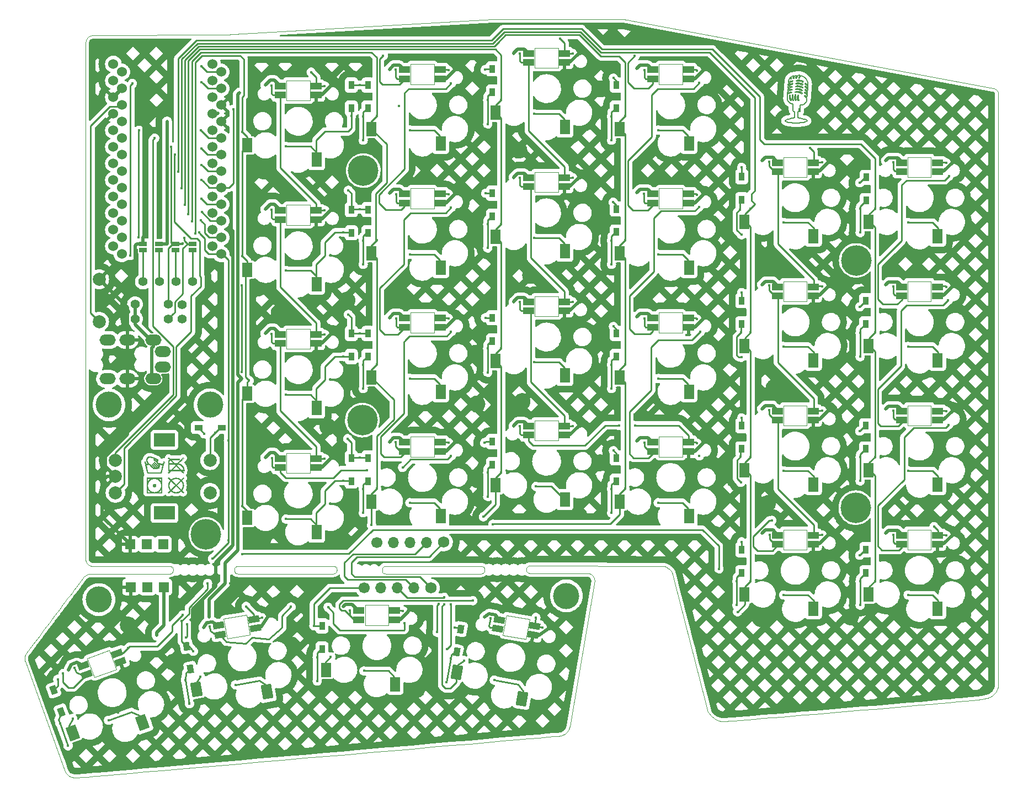
<source format=gbl>
%TF.GenerationSoftware,KiCad,Pcbnew,(6.0.0)*%
%TF.CreationDate,2023-02-15T17:26:08+02:00*%
%TF.ProjectId,SofleKeyboard,536f666c-654b-4657-9962-6f6172642e6b,rev?*%
%TF.SameCoordinates,Original*%
%TF.FileFunction,Copper,L2,Bot*%
%TF.FilePolarity,Positive*%
%FSLAX46Y46*%
G04 Gerber Fmt 4.6, Leading zero omitted, Abs format (unit mm)*
G04 Created by KiCad (PCBNEW (6.0.0)) date 2023-02-15 17:26:08*
%MOMM*%
%LPD*%
G01*
G04 APERTURE LIST*
G04 Aperture macros list*
%AMRotRect*
0 Rectangle, with rotation*
0 The origin of the aperture is its center*
0 $1 length*
0 $2 width*
0 $3 Rotation angle, in degrees counterclockwise*
0 Add horizontal line*
21,1,$1,$2,0,0,$3*%
G04 Aperture macros list end*
%ADD10C,0.200000*%
%TA.AperFunction,NonConductor*%
%ADD11C,0.000001*%
%TD*%
%ADD12C,0.090000*%
%TA.AperFunction,Profile*%
%ADD13C,0.120000*%
%TD*%
%TA.AperFunction,ComponentPad*%
%ADD14C,1.397000*%
%TD*%
%TA.AperFunction,ComponentPad*%
%ADD15O,2.500000X1.700000*%
%TD*%
%TA.AperFunction,ComponentPad*%
%ADD16C,4.700000*%
%TD*%
%TA.AperFunction,ComponentPad*%
%ADD17C,1.524000*%
%TD*%
%TA.AperFunction,ComponentPad*%
%ADD18C,2.000000*%
%TD*%
%TA.AperFunction,SMDPad,CuDef*%
%ADD19R,0.950000X1.300000*%
%TD*%
%TA.AperFunction,SMDPad,CuDef*%
%ADD20R,1.300000X0.950000*%
%TD*%
%TA.AperFunction,SMDPad,CuDef*%
%ADD21RotRect,1.300000X0.950000X290.000000*%
%TD*%
%TA.AperFunction,SMDPad,CuDef*%
%ADD22R,1.700000X1.000000*%
%TD*%
%TA.AperFunction,SMDPad,CuDef*%
%ADD23R,1.600000X2.200000*%
%TD*%
%TA.AperFunction,SMDPad,CuDef*%
%ADD24RotRect,1.700000X1.000000X200.000000*%
%TD*%
%TA.AperFunction,SMDPad,CuDef*%
%ADD25RotRect,1.600000X2.200000X200.000000*%
%TD*%
%TA.AperFunction,ComponentPad*%
%ADD26C,4.000000*%
%TD*%
%TA.AperFunction,ComponentPad*%
%ADD27R,3.200000X2.000000*%
%TD*%
%TA.AperFunction,SMDPad,CuDef*%
%ADD28RotRect,1.700000X1.000000X190.000000*%
%TD*%
%TA.AperFunction,SMDPad,CuDef*%
%ADD29RotRect,1.600000X2.200000X190.000000*%
%TD*%
%TA.AperFunction,SMDPad,CuDef*%
%ADD30RotRect,1.700000X1.000000X170.000000*%
%TD*%
%TA.AperFunction,SMDPad,CuDef*%
%ADD31RotRect,1.600000X2.200000X170.000000*%
%TD*%
%TA.AperFunction,SMDPad,CuDef*%
%ADD32RotRect,1.300000X0.950000X280.000000*%
%TD*%
%TA.AperFunction,SMDPad,CuDef*%
%ADD33RotRect,1.300000X0.950000X260.000000*%
%TD*%
%TA.AperFunction,ComponentPad*%
%ADD34C,1.700000*%
%TD*%
%TA.AperFunction,ComponentPad*%
%ADD35O,1.700000X1.700000*%
%TD*%
%TA.AperFunction,ComponentPad*%
%ADD36C,1.752600*%
%TD*%
%TA.AperFunction,ComponentPad*%
%ADD37R,1.524000X1.524000*%
%TD*%
%TA.AperFunction,SMDPad,CuDef*%
%ADD38R,1.143000X0.635000*%
%TD*%
%TA.AperFunction,ViaPad*%
%ADD39C,0.400000*%
%TD*%
%TA.AperFunction,Conductor*%
%ADD40C,0.250000*%
%TD*%
%TA.AperFunction,Conductor*%
%ADD41C,0.500000*%
%TD*%
G04 APERTURE END LIST*
D10*
X196561918Y-46722296D02*
X196477426Y-46534252D01*
X196447673Y-46331595D01*
X196449026Y-46249564D01*
X197807234Y-45773322D02*
X197838972Y-45783895D01*
X196089208Y-43279181D02*
X196068020Y-43469673D01*
X196491358Y-43289753D02*
X196480786Y-43377948D01*
X197958925Y-44309286D02*
X197762350Y-44225990D01*
X197556149Y-44167549D01*
X197344093Y-44135372D01*
X197225142Y-44129366D01*
X197867200Y-44873743D02*
X197898938Y-44880784D01*
X195612945Y-45847392D02*
X195786572Y-45741801D01*
X195980956Y-45679745D01*
X196039814Y-45671003D01*
X198466926Y-46182535D02*
X198311703Y-46030843D01*
X196163277Y-44806715D02*
X196311438Y-44789059D01*
X198502195Y-45409951D02*
X198637612Y-45565015D01*
X198664481Y-45603974D01*
X196692444Y-48542619D02*
X196625415Y-48542619D01*
X196290272Y-45579299D02*
X196219734Y-45522842D01*
X196868833Y-44658533D02*
X196939393Y-44714989D01*
X197288639Y-43825982D02*
X197497099Y-43842836D01*
X197698710Y-43887205D01*
X197892828Y-43959733D01*
X197930697Y-43977674D01*
X196286762Y-43938874D02*
X196392591Y-43928280D01*
X196039814Y-49639753D02*
X196240878Y-49551260D01*
X196459434Y-49501312D01*
X196665149Y-49476065D01*
X196692444Y-49473958D01*
X197362730Y-46750502D02*
X197289685Y-46555079D01*
X197281577Y-46394215D01*
X196882958Y-46806959D02*
X196921758Y-46722296D01*
X196195037Y-43483798D02*
X196216202Y-43289753D01*
X197898938Y-44425709D02*
X197927166Y-44432771D01*
X198311703Y-46030843D02*
X198219978Y-46034375D01*
X197221610Y-48542619D02*
X197221610Y-49473958D01*
X197711977Y-42979329D02*
X197903718Y-43055035D01*
X198079084Y-43162375D01*
X198184687Y-43250953D01*
X197189873Y-45988512D02*
X197154582Y-46380090D01*
X198590390Y-46549438D02*
X198579818Y-46672901D01*
X198311703Y-44736155D02*
X198562162Y-44976041D01*
X197902469Y-45212396D02*
X197714340Y-45120672D01*
X197516623Y-45052764D01*
X197311631Y-45009992D01*
X197101678Y-44993676D01*
X198251716Y-45568705D02*
X198251716Y-45660431D01*
X197031118Y-45427586D02*
X196854729Y-45448773D01*
X195778761Y-43790713D02*
X195824791Y-43580241D01*
X195923791Y-43391867D01*
X196066718Y-43235274D01*
X196099780Y-43208621D01*
X196942924Y-43801285D02*
X197013484Y-43857742D01*
X196039814Y-49639753D02*
X196240878Y-49551260D01*
X196459434Y-49501312D01*
X196665149Y-49476065D01*
X196692444Y-49473958D01*
X197041690Y-45558133D02*
X197243659Y-45573888D01*
X197440336Y-45615448D01*
X197629075Y-45682147D01*
X197807234Y-45773322D01*
X196329094Y-45148899D02*
X196258534Y-45092464D01*
X196039814Y-45671003D02*
X196233837Y-45649837D01*
X196833564Y-45088933D02*
X196904123Y-45145368D01*
X196921758Y-46722296D02*
X196875015Y-46527383D01*
X196864723Y-46320229D01*
X196865301Y-46306020D01*
X197165175Y-44690292D02*
X197372068Y-44707345D01*
X197573516Y-44751918D01*
X197765759Y-44823073D01*
X197867200Y-44873743D01*
X196311438Y-44789059D02*
X196367894Y-44718520D01*
X197690811Y-47508983D02*
X197570857Y-47508983D01*
X196939393Y-44714989D02*
X197165175Y-44690292D01*
X198438698Y-43487308D02*
X198574916Y-43641903D01*
X198676510Y-43819978D01*
X198741263Y-44016662D01*
X198766956Y-44227083D01*
X198763248Y-44351618D01*
X195778761Y-43790713D02*
X195824791Y-43580241D01*
X195923791Y-43391867D01*
X196066718Y-43235274D01*
X196099780Y-43208621D01*
X197419165Y-47978184D02*
X197338033Y-48147510D01*
X197987132Y-44397481D02*
X197958925Y-44309286D01*
X196879426Y-45974408D02*
X196815929Y-45907380D01*
X198343441Y-44182291D02*
X198343441Y-44270486D01*
X198219978Y-46122569D02*
X198378732Y-46274261D01*
X196195037Y-43483798D02*
X196216202Y-43289753D01*
X196734775Y-46298958D02*
X196741428Y-46502172D01*
X196780487Y-46702140D01*
X196801804Y-46768158D01*
X197285108Y-43695456D02*
X197278067Y-43695456D01*
X196068020Y-43469673D02*
X196128008Y-43540233D01*
X196128008Y-43540233D02*
X196131539Y-43540233D01*
X198311703Y-44644429D02*
X198311703Y-44736155D01*
X198343441Y-44182291D02*
X198343441Y-44270486D01*
X196452557Y-46792855D02*
X196505483Y-46821062D01*
X197570857Y-48278036D02*
X197539247Y-48483419D01*
X197472090Y-48542619D01*
X197958925Y-44309286D02*
X197762350Y-44225990D01*
X197556149Y-44167549D01*
X197344093Y-44135372D01*
X197225142Y-44129366D01*
X196173871Y-46697599D02*
X196077370Y-46512368D01*
X196034741Y-46307084D01*
X196032751Y-46179004D01*
X195916328Y-45995574D02*
X195905756Y-46168432D01*
X196329094Y-45148899D02*
X196258534Y-45092464D01*
X197288639Y-42922872D02*
X197493660Y-42932695D01*
X197549691Y-42940507D01*
X197221610Y-49473958D02*
X197430248Y-49497383D01*
X197633421Y-49539829D01*
X197823788Y-49610203D01*
X197874262Y-49639753D01*
X198403429Y-44644429D02*
X198311703Y-44644429D01*
X196861770Y-46810490D02*
X196882958Y-46806959D01*
X198015360Y-43945936D02*
X197987132Y-43861273D01*
X196209140Y-44245789D02*
X195999317Y-44295093D01*
X195806414Y-44387627D01*
X195725836Y-44443343D01*
X196099780Y-45237093D02*
X196272637Y-45219459D01*
X196561918Y-46722296D02*
X196477426Y-46534252D01*
X196447673Y-46331595D01*
X196449026Y-46249564D01*
X196833564Y-45088933D02*
X196904123Y-45145368D01*
X196367894Y-44718520D02*
X196297334Y-44662064D01*
D11*
X98443190Y-105619027D02*
X98431220Y-105619910D01*
X98431220Y-105619910D02*
X98419443Y-105621365D01*
X98419443Y-105621365D02*
X98407873Y-105623379D01*
X98407873Y-105623379D02*
X98396521Y-105625938D01*
X98396521Y-105625938D02*
X98385403Y-105629028D01*
X98385403Y-105629028D02*
X98374531Y-105632636D01*
X98374531Y-105632636D02*
X98363920Y-105636748D01*
X98363920Y-105636748D02*
X98353582Y-105641351D01*
X98353582Y-105641351D02*
X98343532Y-105646431D01*
X98343532Y-105646431D02*
X98333783Y-105651975D01*
X98333783Y-105651975D02*
X98324348Y-105657969D01*
X98324348Y-105657969D02*
X98315241Y-105664399D01*
X98315241Y-105664399D02*
X98306476Y-105671252D01*
X98306476Y-105671252D02*
X98298066Y-105678515D01*
X98298066Y-105678515D02*
X98290025Y-105686174D01*
X98290025Y-105686174D02*
X98282366Y-105694215D01*
X98282366Y-105694215D02*
X98275103Y-105702624D01*
X98275103Y-105702624D02*
X98268249Y-105711389D01*
X98268249Y-105711389D02*
X98261818Y-105720495D01*
X98261818Y-105720495D02*
X98255824Y-105729929D01*
X98255824Y-105729929D02*
X98250280Y-105739678D01*
X98250280Y-105739678D02*
X98245200Y-105749727D01*
X98245200Y-105749727D02*
X98240596Y-105760064D01*
X98240596Y-105760064D02*
X98236484Y-105770675D01*
X98236484Y-105770675D02*
X98232876Y-105781546D01*
X98232876Y-105781546D02*
X98229785Y-105792664D01*
X98229785Y-105792664D02*
X98227227Y-105804015D01*
X98227227Y-105804015D02*
X98225213Y-105815585D01*
X98225213Y-105815585D02*
X98223758Y-105827361D01*
X98223758Y-105827361D02*
X98222874Y-105839330D01*
X98222874Y-105839330D02*
X98222577Y-105851477D01*
X98222577Y-105851477D02*
X98222874Y-105863625D01*
X98222874Y-105863625D02*
X98223758Y-105875594D01*
X98223758Y-105875594D02*
X98225213Y-105887370D01*
X98225213Y-105887370D02*
X98227227Y-105898940D01*
X98227227Y-105898940D02*
X98229785Y-105910291D01*
X98229785Y-105910291D02*
X98232876Y-105921409D01*
X98232876Y-105921409D02*
X98236484Y-105932280D01*
X98236484Y-105932280D02*
X98240596Y-105942890D01*
X98240596Y-105942890D02*
X98245200Y-105953227D01*
X98245200Y-105953227D02*
X98250280Y-105963277D01*
X98250280Y-105963277D02*
X98255824Y-105973026D01*
X98255824Y-105973026D02*
X98261818Y-105982460D01*
X98261818Y-105982460D02*
X98268249Y-105991566D01*
X98268249Y-105991566D02*
X98275103Y-106000331D01*
X98275103Y-106000331D02*
X98282366Y-106008740D01*
X98282366Y-106008740D02*
X98290025Y-106016781D01*
X98290025Y-106016781D02*
X98298066Y-106024440D01*
X98298066Y-106024440D02*
X98306476Y-106031702D01*
X98306476Y-106031702D02*
X98315241Y-106038556D01*
X98315241Y-106038556D02*
X98324348Y-106044986D01*
X98324348Y-106044986D02*
X98333783Y-106050980D01*
X98333783Y-106050980D02*
X98343532Y-106056524D01*
X98343532Y-106056524D02*
X98353582Y-106061604D01*
X98353582Y-106061604D02*
X98363920Y-106066207D01*
X98363920Y-106066207D02*
X98374531Y-106070319D01*
X98374531Y-106070319D02*
X98385403Y-106073927D01*
X98385403Y-106073927D02*
X98396521Y-106077017D01*
X98396521Y-106077017D02*
X98407873Y-106079576D01*
X98407873Y-106079576D02*
X98419443Y-106081589D01*
X98419443Y-106081589D02*
X98431220Y-106083045D01*
X98431220Y-106083045D02*
X98443190Y-106083928D01*
X98443190Y-106083928D02*
X98455338Y-106084225D01*
X98455338Y-106084225D02*
X98467486Y-106083928D01*
X98467486Y-106083928D02*
X98479456Y-106083045D01*
X98479456Y-106083045D02*
X98491233Y-106081589D01*
X98491233Y-106081589D02*
X98502804Y-106079576D01*
X98502804Y-106079576D02*
X98514155Y-106077017D01*
X98514155Y-106077017D02*
X98525273Y-106073927D01*
X98525273Y-106073927D02*
X98536145Y-106070319D01*
X98536145Y-106070319D02*
X98546756Y-106066207D01*
X98546756Y-106066207D02*
X98557094Y-106061604D01*
X98557094Y-106061604D02*
X98567144Y-106056524D01*
X98567144Y-106056524D02*
X98576893Y-106050980D01*
X98576893Y-106050980D02*
X98586328Y-106044986D01*
X98586328Y-106044986D02*
X98595435Y-106038556D01*
X98595435Y-106038556D02*
X98604200Y-106031702D01*
X98604200Y-106031702D02*
X98612610Y-106024440D01*
X98612610Y-106024440D02*
X98620651Y-106016781D01*
X98620651Y-106016781D02*
X98628310Y-106008740D01*
X98628310Y-106008740D02*
X98635573Y-106000331D01*
X98635573Y-106000331D02*
X98642427Y-105991566D01*
X98642427Y-105991566D02*
X98648858Y-105982460D01*
X98648858Y-105982460D02*
X98654852Y-105973026D01*
X98654852Y-105973026D02*
X98660396Y-105963277D01*
X98660396Y-105963277D02*
X98665477Y-105953227D01*
X98665477Y-105953227D02*
X98670080Y-105942890D01*
X98670080Y-105942890D02*
X98674192Y-105932280D01*
X98674192Y-105932280D02*
X98677800Y-105921409D01*
X98677800Y-105921409D02*
X98680891Y-105910291D01*
X98680891Y-105910291D02*
X98683449Y-105898940D01*
X98683449Y-105898940D02*
X98685463Y-105887370D01*
X98685463Y-105887370D02*
X98686918Y-105875594D01*
X98686918Y-105875594D02*
X98687802Y-105863625D01*
X98687802Y-105863625D02*
X98688099Y-105851477D01*
X98688099Y-105851477D02*
X98687802Y-105839640D01*
X98687802Y-105839640D02*
X98686918Y-105827942D01*
X98686918Y-105827942D02*
X98685463Y-105816399D01*
X98685463Y-105816399D02*
X98683449Y-105805027D01*
X98683449Y-105805027D02*
X98680891Y-105793841D01*
X98680891Y-105793841D02*
X98677800Y-105782856D01*
X98677800Y-105782856D02*
X98674192Y-105772088D01*
X98674192Y-105772088D02*
X98670080Y-105761552D01*
X98670080Y-105761552D02*
X98665477Y-105751265D01*
X98665477Y-105751265D02*
X98660396Y-105741241D01*
X98660396Y-105741241D02*
X98654852Y-105731495D01*
X98654852Y-105731495D02*
X98648858Y-105722045D01*
X98648858Y-105722045D02*
X98642427Y-105712904D01*
X98642427Y-105712904D02*
X98635573Y-105704089D01*
X98635573Y-105704089D02*
X98628310Y-105695614D01*
X98628310Y-105695614D02*
X98620651Y-105687496D01*
X98620651Y-105687496D02*
X98612610Y-105679750D01*
X98612610Y-105679750D02*
X98604200Y-105672392D01*
X98604200Y-105672392D02*
X98595435Y-105665436D01*
X98595435Y-105665436D02*
X98586328Y-105658899D01*
X98586328Y-105658899D02*
X98576893Y-105652795D01*
X98576893Y-105652795D02*
X98567144Y-105647141D01*
X98567144Y-105647141D02*
X98557094Y-105641952D01*
X98557094Y-105641952D02*
X98546756Y-105637244D01*
X98546756Y-105637244D02*
X98536145Y-105633031D01*
X98536145Y-105633031D02*
X98525273Y-105629330D01*
X98525273Y-105629330D02*
X98514155Y-105626156D01*
X98514155Y-105626156D02*
X98502804Y-105623524D01*
X98502804Y-105623524D02*
X98491233Y-105621450D01*
X98491233Y-105621450D02*
X98479456Y-105619949D01*
X98479456Y-105619949D02*
X98467486Y-105619037D01*
X98467486Y-105619037D02*
X98455338Y-105618730D01*
X98455338Y-105618730D02*
X98443190Y-105619027D01*
G36*
X98467486Y-105619037D02*
G01*
X98479456Y-105619949D01*
X98491233Y-105621450D01*
X98502804Y-105623524D01*
X98514155Y-105626156D01*
X98525273Y-105629330D01*
X98536145Y-105633031D01*
X98546756Y-105637244D01*
X98557094Y-105641952D01*
X98567144Y-105647141D01*
X98576893Y-105652795D01*
X98586328Y-105658899D01*
X98595435Y-105665436D01*
X98604200Y-105672392D01*
X98612610Y-105679750D01*
X98620651Y-105687496D01*
X98628310Y-105695614D01*
X98635573Y-105704089D01*
X98642427Y-105712904D01*
X98648858Y-105722045D01*
X98654852Y-105731495D01*
X98660396Y-105741241D01*
X98665477Y-105751265D01*
X98670080Y-105761552D01*
X98674192Y-105772088D01*
X98677800Y-105782856D01*
X98680891Y-105793841D01*
X98683449Y-105805027D01*
X98685463Y-105816399D01*
X98686918Y-105827942D01*
X98687802Y-105839640D01*
X98688099Y-105851477D01*
X98687802Y-105863625D01*
X98686918Y-105875594D01*
X98685463Y-105887370D01*
X98683449Y-105898940D01*
X98680891Y-105910291D01*
X98677800Y-105921409D01*
X98674192Y-105932280D01*
X98670080Y-105942890D01*
X98665477Y-105953227D01*
X98660396Y-105963277D01*
X98654852Y-105973026D01*
X98648858Y-105982460D01*
X98642427Y-105991566D01*
X98635573Y-106000331D01*
X98628310Y-106008740D01*
X98620651Y-106016781D01*
X98612610Y-106024440D01*
X98604200Y-106031702D01*
X98595435Y-106038556D01*
X98586328Y-106044986D01*
X98576893Y-106050980D01*
X98567144Y-106056524D01*
X98557094Y-106061604D01*
X98546756Y-106066207D01*
X98536145Y-106070319D01*
X98525273Y-106073927D01*
X98514155Y-106077017D01*
X98502804Y-106079576D01*
X98491233Y-106081589D01*
X98479456Y-106083045D01*
X98467486Y-106083928D01*
X98455338Y-106084225D01*
X98443190Y-106083928D01*
X98431220Y-106083045D01*
X98419443Y-106081589D01*
X98407873Y-106079576D01*
X98396521Y-106077017D01*
X98385403Y-106073927D01*
X98374531Y-106070319D01*
X98363920Y-106066207D01*
X98353582Y-106061604D01*
X98343532Y-106056524D01*
X98333783Y-106050980D01*
X98324348Y-106044986D01*
X98315241Y-106038556D01*
X98306476Y-106031702D01*
X98298066Y-106024440D01*
X98290025Y-106016781D01*
X98282366Y-106008740D01*
X98275103Y-106000331D01*
X98268249Y-105991566D01*
X98261818Y-105982460D01*
X98255824Y-105973026D01*
X98250280Y-105963277D01*
X98245200Y-105953227D01*
X98240596Y-105942890D01*
X98236484Y-105932280D01*
X98232876Y-105921409D01*
X98229785Y-105910291D01*
X98227227Y-105898940D01*
X98225213Y-105887370D01*
X98223758Y-105875594D01*
X98222874Y-105863625D01*
X98222577Y-105851477D01*
X98222874Y-105839330D01*
X98223758Y-105827361D01*
X98225213Y-105815585D01*
X98227227Y-105804015D01*
X98229785Y-105792664D01*
X98232876Y-105781546D01*
X98236484Y-105770675D01*
X98240596Y-105760064D01*
X98245200Y-105749727D01*
X98250280Y-105739678D01*
X98255824Y-105729929D01*
X98261818Y-105720495D01*
X98268249Y-105711389D01*
X98275103Y-105702624D01*
X98282366Y-105694215D01*
X98290025Y-105686174D01*
X98298066Y-105678515D01*
X98306476Y-105671252D01*
X98315241Y-105664399D01*
X98324348Y-105657969D01*
X98333783Y-105651975D01*
X98343532Y-105646431D01*
X98353582Y-105641351D01*
X98363920Y-105636748D01*
X98374531Y-105632636D01*
X98385403Y-105629028D01*
X98396521Y-105625938D01*
X98407873Y-105623379D01*
X98419443Y-105621365D01*
X98431220Y-105619910D01*
X98443190Y-105619027D01*
X98455338Y-105618730D01*
X98467486Y-105619037D01*
G37*
X98467486Y-105619037D02*
X98479456Y-105619949D01*
X98491233Y-105621450D01*
X98502804Y-105623524D01*
X98514155Y-105626156D01*
X98525273Y-105629330D01*
X98536145Y-105633031D01*
X98546756Y-105637244D01*
X98557094Y-105641952D01*
X98567144Y-105647141D01*
X98576893Y-105652795D01*
X98586328Y-105658899D01*
X98595435Y-105665436D01*
X98604200Y-105672392D01*
X98612610Y-105679750D01*
X98620651Y-105687496D01*
X98628310Y-105695614D01*
X98635573Y-105704089D01*
X98642427Y-105712904D01*
X98648858Y-105722045D01*
X98654852Y-105731495D01*
X98660396Y-105741241D01*
X98665477Y-105751265D01*
X98670080Y-105761552D01*
X98674192Y-105772088D01*
X98677800Y-105782856D01*
X98680891Y-105793841D01*
X98683449Y-105805027D01*
X98685463Y-105816399D01*
X98686918Y-105827942D01*
X98687802Y-105839640D01*
X98688099Y-105851477D01*
X98687802Y-105863625D01*
X98686918Y-105875594D01*
X98685463Y-105887370D01*
X98683449Y-105898940D01*
X98680891Y-105910291D01*
X98677800Y-105921409D01*
X98674192Y-105932280D01*
X98670080Y-105942890D01*
X98665477Y-105953227D01*
X98660396Y-105963277D01*
X98654852Y-105973026D01*
X98648858Y-105982460D01*
X98642427Y-105991566D01*
X98635573Y-106000331D01*
X98628310Y-106008740D01*
X98620651Y-106016781D01*
X98612610Y-106024440D01*
X98604200Y-106031702D01*
X98595435Y-106038556D01*
X98586328Y-106044986D01*
X98576893Y-106050980D01*
X98567144Y-106056524D01*
X98557094Y-106061604D01*
X98546756Y-106066207D01*
X98536145Y-106070319D01*
X98525273Y-106073927D01*
X98514155Y-106077017D01*
X98502804Y-106079576D01*
X98491233Y-106081589D01*
X98479456Y-106083045D01*
X98467486Y-106083928D01*
X98455338Y-106084225D01*
X98443190Y-106083928D01*
X98431220Y-106083045D01*
X98419443Y-106081589D01*
X98407873Y-106079576D01*
X98396521Y-106077017D01*
X98385403Y-106073927D01*
X98374531Y-106070319D01*
X98363920Y-106066207D01*
X98353582Y-106061604D01*
X98343532Y-106056524D01*
X98333783Y-106050980D01*
X98324348Y-106044986D01*
X98315241Y-106038556D01*
X98306476Y-106031702D01*
X98298066Y-106024440D01*
X98290025Y-106016781D01*
X98282366Y-106008740D01*
X98275103Y-106000331D01*
X98268249Y-105991566D01*
X98261818Y-105982460D01*
X98255824Y-105973026D01*
X98250280Y-105963277D01*
X98245200Y-105953227D01*
X98240596Y-105942890D01*
X98236484Y-105932280D01*
X98232876Y-105921409D01*
X98229785Y-105910291D01*
X98227227Y-105898940D01*
X98225213Y-105887370D01*
X98223758Y-105875594D01*
X98222874Y-105863625D01*
X98222577Y-105851477D01*
X98222874Y-105839330D01*
X98223758Y-105827361D01*
X98225213Y-105815585D01*
X98227227Y-105804015D01*
X98229785Y-105792664D01*
X98232876Y-105781546D01*
X98236484Y-105770675D01*
X98240596Y-105760064D01*
X98245200Y-105749727D01*
X98250280Y-105739678D01*
X98255824Y-105729929D01*
X98261818Y-105720495D01*
X98268249Y-105711389D01*
X98275103Y-105702624D01*
X98282366Y-105694215D01*
X98290025Y-105686174D01*
X98298066Y-105678515D01*
X98306476Y-105671252D01*
X98315241Y-105664399D01*
X98324348Y-105657969D01*
X98333783Y-105651975D01*
X98343532Y-105646431D01*
X98353582Y-105641351D01*
X98363920Y-105636748D01*
X98374531Y-105632636D01*
X98385403Y-105629028D01*
X98396521Y-105625938D01*
X98407873Y-105623379D01*
X98419443Y-105621365D01*
X98431220Y-105619910D01*
X98443190Y-105619027D01*
X98455338Y-105618730D01*
X98467486Y-105619037D01*
D10*
X197288639Y-42922872D02*
X197493660Y-42932695D01*
X197549691Y-42940507D01*
X197927166Y-44432771D02*
X197987132Y-44397481D01*
X196025689Y-45544008D02*
X195829636Y-45587414D01*
X195638334Y-45674733D01*
X195627048Y-45681597D01*
X195916328Y-45995574D02*
X195905756Y-46168432D01*
X196607781Y-43392072D02*
X196618374Y-43300347D01*
X197253370Y-46817531D02*
X197309805Y-46845759D01*
X196957027Y-50260645D02*
X196695357Y-50256741D01*
X196446089Y-50245413D01*
X196212133Y-50227238D01*
X195996403Y-50202789D01*
X195742149Y-50161429D01*
X195532377Y-50111305D01*
X195343235Y-50038404D01*
X195239001Y-49921993D01*
X198339910Y-45568705D02*
X198251716Y-45568705D01*
X196607781Y-43392072D02*
X196618374Y-43300347D01*
X195662339Y-45268853D02*
X195679973Y-45032476D01*
X197165175Y-44690292D02*
X197372068Y-44707345D01*
X197573516Y-44751918D01*
X197765759Y-44823073D01*
X197867200Y-44873743D01*
D11*
X97760671Y-101392326D02*
X97753571Y-101392574D01*
X97753571Y-101392574D02*
X97738431Y-101393566D01*
X97738431Y-101393566D02*
X97721142Y-101395219D01*
X97721142Y-101395219D02*
X97700629Y-101397533D01*
X97700629Y-101397533D02*
X97678945Y-101400579D01*
X97678945Y-101400579D02*
X97657543Y-101404416D01*
X97657543Y-101404416D02*
X97636438Y-101409030D01*
X97636438Y-101409030D02*
X97615644Y-101414408D01*
X97615644Y-101414408D02*
X97595176Y-101420535D01*
X97595176Y-101420535D02*
X97575048Y-101427397D01*
X97575048Y-101427397D02*
X97555274Y-101434979D01*
X97555274Y-101434979D02*
X97535867Y-101443267D01*
X97535867Y-101443267D02*
X97516843Y-101452248D01*
X97516843Y-101452248D02*
X97498215Y-101461907D01*
X97498215Y-101461907D02*
X97462206Y-101483202D01*
X97462206Y-101483202D02*
X97427954Y-101507038D01*
X97427954Y-101507038D02*
X97395571Y-101533303D01*
X97395571Y-101533303D02*
X97365172Y-101561881D01*
X97365172Y-101561881D02*
X97336871Y-101592661D01*
X97336871Y-101592661D02*
X97310781Y-101625527D01*
X97310781Y-101625527D02*
X97287015Y-101660366D01*
X97287015Y-101660366D02*
X97265688Y-101697065D01*
X97265688Y-101697065D02*
X97246913Y-101735511D01*
X97246913Y-101735511D02*
X97230804Y-101775588D01*
X97230804Y-101775588D02*
X97223784Y-101796204D01*
X97223784Y-101796204D02*
X97217474Y-101817184D01*
X97217474Y-101817184D02*
X97212817Y-101832227D01*
X97212817Y-101832227D02*
X97210933Y-101839315D01*
X97210933Y-101839315D02*
X97209318Y-101846278D01*
X97209318Y-101846278D02*
X97207951Y-101853241D01*
X97207951Y-101853241D02*
X97206811Y-101860329D01*
X97206811Y-101860329D02*
X97205877Y-101867664D01*
X97205877Y-101867664D02*
X97205130Y-101875371D01*
X97205130Y-101875371D02*
X97204111Y-101892398D01*
X97204111Y-101892398D02*
X97203587Y-101912399D01*
X97203587Y-101912399D02*
X97203367Y-101965297D01*
X97203367Y-101965297D02*
X97203546Y-101995099D01*
X97203546Y-101995099D02*
X97203785Y-102007798D01*
X97203785Y-102007798D02*
X97204138Y-102019241D01*
X97204138Y-102019241D02*
X97204615Y-102029589D01*
X97204615Y-102029589D02*
X97205226Y-102039001D01*
X97205226Y-102039001D02*
X97205982Y-102047639D01*
X97205982Y-102047639D02*
X97206893Y-102055663D01*
X97206893Y-102055663D02*
X97207969Y-102063231D01*
X97207969Y-102063231D02*
X97209221Y-102070506D01*
X97209221Y-102070506D02*
X97210659Y-102077646D01*
X97210659Y-102077646D02*
X97212293Y-102084811D01*
X97212293Y-102084811D02*
X97216192Y-102099861D01*
X97216192Y-102099861D02*
X97221000Y-102116935D01*
X97221000Y-102116935D02*
X97227672Y-102138084D01*
X97227672Y-102138084D02*
X97234541Y-102158013D01*
X97234541Y-102158013D02*
X97241720Y-102176910D01*
X97241720Y-102176910D02*
X97249323Y-102194959D01*
X97249323Y-102194959D02*
X97257463Y-102212347D01*
X97257463Y-102212347D02*
X97266254Y-102229259D01*
X97266254Y-102229259D02*
X97275809Y-102245883D01*
X97275809Y-102245883D02*
X97286243Y-102262403D01*
X97286243Y-102262403D02*
X97297669Y-102279005D01*
X97297669Y-102279005D02*
X97310200Y-102295877D01*
X97310200Y-102295877D02*
X97323950Y-102313202D01*
X97323950Y-102313202D02*
X97339033Y-102331169D01*
X97339033Y-102331169D02*
X97355563Y-102349962D01*
X97355563Y-102349962D02*
X97373652Y-102369767D01*
X97373652Y-102369767D02*
X97414967Y-102413160D01*
X97414967Y-102413160D02*
X97446982Y-102447763D01*
X97446982Y-102447763D02*
X97472716Y-102475755D01*
X97472716Y-102475755D02*
X97496080Y-102501322D01*
X97496080Y-102501322D02*
X97492061Y-102504941D01*
X97492061Y-102504941D02*
X97486740Y-102509118D01*
X97486740Y-102509118D02*
X97480303Y-102513750D01*
X97480303Y-102513750D02*
X97472937Y-102518734D01*
X97472937Y-102518734D02*
X97456157Y-102529341D01*
X97456157Y-102529341D02*
X97437890Y-102540113D01*
X97437890Y-102540113D02*
X97419623Y-102550224D01*
X97419623Y-102550224D02*
X97402844Y-102558847D01*
X97402844Y-102558847D02*
X97395477Y-102562343D01*
X97395477Y-102562343D02*
X97389040Y-102565156D01*
X97389040Y-102565156D02*
X97383719Y-102567185D01*
X97383719Y-102567185D02*
X97379700Y-102568325D01*
X97379700Y-102568325D02*
X97374133Y-102569564D01*
X97374133Y-102569564D02*
X97368059Y-102570639D01*
X97368059Y-102570639D02*
X97361552Y-102571548D01*
X97361552Y-102571548D02*
X97354683Y-102572292D01*
X97354683Y-102572292D02*
X97347524Y-102572871D01*
X97347524Y-102572871D02*
X97340149Y-102573284D01*
X97340149Y-102573284D02*
X97332629Y-102573532D01*
X97332629Y-102573532D02*
X97325037Y-102573614D01*
X97325037Y-102573614D02*
X97317444Y-102573532D01*
X97317444Y-102573532D02*
X97309924Y-102573284D01*
X97309924Y-102573284D02*
X97302549Y-102572871D01*
X97302549Y-102572871D02*
X97295390Y-102572292D01*
X97295390Y-102572292D02*
X97288521Y-102571548D01*
X97288521Y-102571548D02*
X97282014Y-102570639D01*
X97282014Y-102570639D02*
X97275941Y-102569564D01*
X97275941Y-102569564D02*
X97270373Y-102568325D01*
X97270373Y-102568325D02*
X97266155Y-102567026D01*
X97266155Y-102567026D02*
X97260269Y-102564550D01*
X97260269Y-102564550D02*
X97252946Y-102561041D01*
X97252946Y-102561041D02*
X97244419Y-102556643D01*
X97244419Y-102556643D02*
X97224685Y-102545761D01*
X97224685Y-102545761D02*
X97202925Y-102533060D01*
X97202925Y-102533060D02*
X97181001Y-102519698D01*
X97181001Y-102519698D02*
X97160771Y-102506832D01*
X97160771Y-102506832D02*
X97144095Y-102495619D01*
X97144095Y-102495619D02*
X97137671Y-102490994D01*
X97137671Y-102490994D02*
X97132833Y-102487216D01*
X97132833Y-102487216D02*
X97132049Y-102486607D01*
X97132049Y-102486607D02*
X97131028Y-102484826D01*
X97131028Y-102484826D02*
X97128314Y-102478014D01*
X97128314Y-102478014D02*
X97124774Y-102467317D01*
X97124774Y-102467317D02*
X97120489Y-102453273D01*
X97120489Y-102453273D02*
X97097566Y-102374368D01*
X97097566Y-102374368D02*
X97084561Y-102330728D01*
X97084561Y-102330728D02*
X97072879Y-102292378D01*
X97072879Y-102292378D02*
X97063842Y-102263284D01*
X97063842Y-102263284D02*
X97058772Y-102247415D01*
X97058772Y-102247415D02*
X97056666Y-102243572D01*
X97056666Y-102243572D02*
X97054322Y-102239976D01*
X97054322Y-102239976D02*
X97051751Y-102236629D01*
X97051751Y-102236629D02*
X97048963Y-102233530D01*
X97048963Y-102233530D02*
X97045969Y-102230678D01*
X97045969Y-102230678D02*
X97042778Y-102228075D01*
X97042778Y-102228075D02*
X97039401Y-102225719D01*
X97039401Y-102225719D02*
X97035849Y-102223611D01*
X97035849Y-102223611D02*
X97032131Y-102221752D01*
X97032131Y-102221752D02*
X97028258Y-102220140D01*
X97028258Y-102220140D02*
X97024241Y-102218776D01*
X97024241Y-102218776D02*
X97020089Y-102217660D01*
X97020089Y-102217660D02*
X97015813Y-102216793D01*
X97015813Y-102216793D02*
X97011424Y-102216173D01*
X97011424Y-102216173D02*
X97006931Y-102215801D01*
X97006931Y-102215801D02*
X97004431Y-102215733D01*
X97004431Y-102215733D02*
X97003529Y-102215768D01*
X97003529Y-102215768D02*
X97001132Y-102216039D01*
X97001132Y-102216039D02*
X96998689Y-102216482D01*
X96998689Y-102216482D02*
X96996209Y-102217089D01*
X96996209Y-102217089D02*
X96993701Y-102217853D01*
X96993701Y-102217853D02*
X96991173Y-102218768D01*
X96991173Y-102218768D02*
X96988634Y-102219827D01*
X96988634Y-102219827D02*
X96986091Y-102221022D01*
X96986091Y-102221022D02*
X96983553Y-102222345D01*
X96983553Y-102222345D02*
X96981029Y-102223791D01*
X96981029Y-102223791D02*
X96976055Y-102227021D01*
X96976055Y-102227021D02*
X96971236Y-102230653D01*
X96971236Y-102230653D02*
X96966639Y-102234632D01*
X96966639Y-102234632D02*
X96962331Y-102238899D01*
X96962331Y-102238899D02*
X96958380Y-102243400D01*
X96958380Y-102243400D02*
X96956559Y-102245719D01*
X96956559Y-102245719D02*
X96954853Y-102248075D01*
X96954853Y-102248075D02*
X96953269Y-102250461D01*
X96953269Y-102250461D02*
X96951816Y-102252870D01*
X96951816Y-102252870D02*
X96950502Y-102255294D01*
X96950502Y-102255294D02*
X96949337Y-102257727D01*
X96949337Y-102257727D02*
X96948328Y-102260161D01*
X96948328Y-102260161D02*
X96947483Y-102262589D01*
X96947483Y-102262589D02*
X96946812Y-102265004D01*
X96946812Y-102265004D02*
X96946322Y-102267399D01*
X96946322Y-102267399D02*
X96946021Y-102269767D01*
X96946021Y-102269767D02*
X96945920Y-102272100D01*
X96945920Y-102272100D02*
X96963332Y-102345550D01*
X96963332Y-102345550D02*
X97011163Y-102531737D01*
X97011163Y-102531737D02*
X97171627Y-103132561D01*
X97171627Y-103132561D02*
X97397335Y-103978917D01*
X97397335Y-103978917D02*
X99513344Y-103978917D01*
X99513344Y-103978917D02*
X99523924Y-103943652D01*
X99523924Y-103943652D02*
X99782253Y-102987094D01*
X99782253Y-102987094D02*
X99864822Y-102674119D01*
X99864822Y-102674119D02*
X99731997Y-102674119D01*
X99731997Y-102674119D02*
X99729958Y-102686117D01*
X99729958Y-102686117D02*
X99721637Y-102720514D01*
X99721637Y-102720514D02*
X99688795Y-102846917D01*
X99688795Y-102846917D02*
X99576823Y-103263041D01*
X99576823Y-103263041D02*
X99418123Y-103851963D01*
X99418123Y-103851963D02*
X97496081Y-103851963D01*
X97496081Y-103851963D02*
X97337380Y-103266568D01*
X97337380Y-103266568D02*
X97333853Y-103263041D01*
X97333853Y-103263041D02*
X97271860Y-103036134D01*
X97271860Y-103036134D02*
X97221440Y-102849561D01*
X97221440Y-102849561D02*
X97187550Y-102722498D01*
X97187550Y-102722498D02*
X97175152Y-102674119D01*
X97175152Y-102674119D02*
X97175203Y-102673809D01*
X97175203Y-102673809D02*
X97175354Y-102673539D01*
X97175354Y-102673539D02*
X97175602Y-102673310D01*
X97175602Y-102673310D02*
X97175944Y-102673120D01*
X97175944Y-102673120D02*
X97176895Y-102672856D01*
X97176895Y-102672856D02*
X97178183Y-102672741D01*
X97178183Y-102672741D02*
X97179780Y-102672771D01*
X97179780Y-102672771D02*
X97181661Y-102672941D01*
X97181661Y-102672941D02*
X97183801Y-102673245D01*
X97183801Y-102673245D02*
X97186173Y-102673678D01*
X97186173Y-102673678D02*
X97188752Y-102674235D01*
X97188752Y-102674235D02*
X97191511Y-102674911D01*
X97191511Y-102674911D02*
X97197469Y-102676598D01*
X97197469Y-102676598D02*
X97203841Y-102678699D01*
X97203841Y-102678699D02*
X97207117Y-102679892D01*
X97207117Y-102679892D02*
X97210419Y-102681172D01*
X97210419Y-102681172D02*
X97215636Y-102683655D01*
X97215636Y-102683655D02*
X97220751Y-102685828D01*
X97220751Y-102685828D02*
X97225824Y-102687712D01*
X97225824Y-102687712D02*
X97230918Y-102689327D01*
X97230918Y-102689327D02*
X97236094Y-102690694D01*
X97236094Y-102690694D02*
X97241415Y-102691834D01*
X97241415Y-102691834D02*
X97246943Y-102692767D01*
X97246943Y-102692767D02*
X97252739Y-102693514D01*
X97252739Y-102693514D02*
X97258866Y-102694096D01*
X97258866Y-102694096D02*
X97265385Y-102694534D01*
X97265385Y-102694534D02*
X97279850Y-102695057D01*
X97279850Y-102695057D02*
X97296629Y-102695250D01*
X97296629Y-102695250D02*
X97316219Y-102695278D01*
X97316219Y-102695278D02*
X97332116Y-102695727D01*
X97332116Y-102695727D02*
X97346850Y-102695732D01*
X97346850Y-102695732D02*
X97360582Y-102695262D01*
X97360582Y-102695262D02*
X97373472Y-102694286D01*
X97373472Y-102694286D02*
X97385681Y-102692772D01*
X97385681Y-102692772D02*
X97397367Y-102690691D01*
X97397367Y-102690691D02*
X97408692Y-102688009D01*
X97408692Y-102688009D02*
X97419815Y-102684698D01*
X97419815Y-102684698D02*
X97430897Y-102680726D01*
X97430897Y-102680726D02*
X97442098Y-102676061D01*
X97442098Y-102676061D02*
X97453578Y-102670673D01*
X97453578Y-102670673D02*
X97465497Y-102664531D01*
X97465497Y-102664531D02*
X97478015Y-102657604D01*
X97478015Y-102657604D02*
X97491293Y-102649860D01*
X97491293Y-102649860D02*
X97520767Y-102631801D01*
X97520767Y-102631801D02*
X97532607Y-102624059D01*
X97532607Y-102624059D02*
X97544076Y-102616813D01*
X97544076Y-102616813D02*
X97554801Y-102610229D01*
X97554801Y-102610229D02*
X97564409Y-102604471D01*
X97564409Y-102604471D02*
X97572531Y-102599705D01*
X97572531Y-102599705D02*
X97578792Y-102596095D01*
X97578792Y-102596095D02*
X97584247Y-102593010D01*
X97584247Y-102593010D02*
X97686962Y-102693955D01*
X97686962Y-102693955D02*
X97929862Y-102935078D01*
X97929862Y-102935078D02*
X98013903Y-103018798D01*
X98013903Y-103018798D02*
X98086414Y-103090409D01*
X98086414Y-103090409D02*
X98147765Y-103150366D01*
X98147765Y-103150366D02*
X98198331Y-103199124D01*
X98198331Y-103199124D02*
X98238481Y-103237137D01*
X98238481Y-103237137D02*
X98268589Y-103264859D01*
X98268589Y-103264859D02*
X98289026Y-103282747D01*
X98289026Y-103282747D02*
X98295734Y-103288144D01*
X98295734Y-103288144D02*
X98300164Y-103291253D01*
X98300164Y-103291253D02*
X98307755Y-103294393D01*
X98307755Y-103294393D02*
X98315930Y-103297197D01*
X98315930Y-103297197D02*
X98324612Y-103299660D01*
X98324612Y-103299660D02*
X98333722Y-103301777D01*
X98333722Y-103301777D02*
X98343184Y-103303543D01*
X98343184Y-103303543D02*
X98352919Y-103304952D01*
X98352919Y-103304952D02*
X98362851Y-103306000D01*
X98362851Y-103306000D02*
X98372901Y-103306681D01*
X98372901Y-103306681D02*
X98382993Y-103306990D01*
X98382993Y-103306990D02*
X98393049Y-103306922D01*
X98393049Y-103306922D02*
X98402991Y-103306472D01*
X98402991Y-103306472D02*
X98412742Y-103305634D01*
X98412742Y-103305634D02*
X98422224Y-103304404D01*
X98422224Y-103304404D02*
X98431360Y-103302776D01*
X98431360Y-103302776D02*
X98440073Y-103300745D01*
X98440073Y-103300745D02*
X98448284Y-103298306D01*
X98448284Y-103298306D02*
X98452796Y-103296938D01*
X98452796Y-103296938D02*
X98457101Y-103295461D01*
X98457101Y-103295461D02*
X98461241Y-103293850D01*
X98461241Y-103293850D02*
X98465256Y-103292079D01*
X98465256Y-103292079D02*
X98469189Y-103290122D01*
X98469189Y-103290122D02*
X98473081Y-103287954D01*
X98473081Y-103287954D02*
X98476973Y-103285547D01*
X98476973Y-103285547D02*
X98480906Y-103282878D01*
X98480906Y-103282878D02*
X98484922Y-103279918D01*
X98484922Y-103279918D02*
X98489061Y-103276644D01*
X98489061Y-103276644D02*
X98493367Y-103273029D01*
X98493367Y-103273029D02*
X98497878Y-103269047D01*
X98497878Y-103269047D02*
X98502638Y-103264673D01*
X98502638Y-103264673D02*
X98507687Y-103259880D01*
X98507687Y-103259880D02*
X98518818Y-103248935D01*
X98518818Y-103248935D02*
X98557611Y-103210144D01*
X98557611Y-103210144D02*
X98596405Y-103245409D01*
X98596405Y-103245409D02*
X98599868Y-103249372D01*
X98599868Y-103249372D02*
X98603616Y-103253316D01*
X98603616Y-103253316D02*
X98607602Y-103257217D01*
X98607602Y-103257217D02*
X98611779Y-103261057D01*
X98611779Y-103261057D02*
X98616100Y-103264815D01*
X98616100Y-103264815D02*
X98620520Y-103268468D01*
X98620520Y-103268468D02*
X98624991Y-103271998D01*
X98624991Y-103271998D02*
X98629467Y-103275384D01*
X98629467Y-103275384D02*
X98633902Y-103278604D01*
X98633902Y-103278604D02*
X98638250Y-103281638D01*
X98638250Y-103281638D02*
X98646495Y-103287065D01*
X98646495Y-103287065D02*
X98653830Y-103291501D01*
X98653830Y-103291501D02*
X98657041Y-103293295D01*
X98657041Y-103293295D02*
X98659885Y-103294779D01*
X98659885Y-103294779D02*
X98666194Y-103297339D01*
X98666194Y-103297339D02*
X98673165Y-103299718D01*
X98673165Y-103299718D02*
X98680714Y-103301900D01*
X98680714Y-103301900D02*
X98688760Y-103303871D01*
X98688760Y-103303871D02*
X98697218Y-103305615D01*
X98697218Y-103305615D02*
X98706007Y-103307115D01*
X98706007Y-103307115D02*
X98715045Y-103308358D01*
X98715045Y-103308358D02*
X98724247Y-103309326D01*
X98724247Y-103309326D02*
X98733532Y-103310005D01*
X98733532Y-103310005D02*
X98742817Y-103310380D01*
X98742817Y-103310380D02*
X98752020Y-103310434D01*
X98752020Y-103310434D02*
X98761057Y-103310153D01*
X98761057Y-103310153D02*
X98769846Y-103309520D01*
X98769846Y-103309520D02*
X98778304Y-103308520D01*
X98778304Y-103308520D02*
X98786350Y-103307138D01*
X98786350Y-103307138D02*
X98793899Y-103305359D01*
X98793899Y-103305359D02*
X98797545Y-103304626D01*
X98797545Y-103304626D02*
X98801208Y-103303752D01*
X98801208Y-103303752D02*
X98808564Y-103301598D01*
X98808564Y-103301598D02*
X98815929Y-103298927D01*
X98815929Y-103298927D02*
X98823269Y-103295771D01*
X98823269Y-103295771D02*
X98830548Y-103292160D01*
X98830548Y-103292160D02*
X98837727Y-103288126D01*
X98837727Y-103288126D02*
X98844773Y-103283699D01*
X98844773Y-103283699D02*
X98851648Y-103278910D01*
X98851648Y-103278910D02*
X98858317Y-103273791D01*
X98858317Y-103273791D02*
X98864742Y-103268372D01*
X98864742Y-103268372D02*
X98870889Y-103262685D01*
X98870889Y-103262685D02*
X98876721Y-103256759D01*
X98876721Y-103256759D02*
X98882201Y-103250628D01*
X98882201Y-103250628D02*
X98887294Y-103244320D01*
X98887294Y-103244320D02*
X98891963Y-103237868D01*
X98891963Y-103237868D02*
X98896173Y-103231303D01*
X98896173Y-103231303D02*
X98917333Y-103199564D01*
X98917333Y-103199564D02*
X98934967Y-103210144D01*
X98934967Y-103210144D02*
X98937658Y-103212006D01*
X98937658Y-103212006D02*
X98940463Y-103213636D01*
X98940463Y-103213636D02*
X98943413Y-103215049D01*
X98943413Y-103215049D02*
X98946538Y-103216260D01*
X98946538Y-103216260D02*
X98949871Y-103217285D01*
X98949871Y-103217285D02*
X98953440Y-103218140D01*
X98953440Y-103218140D02*
X98957279Y-103218840D01*
X98957279Y-103218840D02*
X98961417Y-103219401D01*
X98961417Y-103219401D02*
X98965885Y-103219837D01*
X98965885Y-103219837D02*
X98970716Y-103220165D01*
X98970716Y-103220165D02*
X98981585Y-103220558D01*
X98981585Y-103220558D02*
X98994273Y-103220703D01*
X98994273Y-103220703D02*
X99009027Y-103220723D01*
X99009027Y-103220723D02*
X99017261Y-103220681D01*
X99017261Y-103220681D02*
X99024807Y-103220551D01*
X99024807Y-103220551D02*
X99031724Y-103220328D01*
X99031724Y-103220328D02*
X99038067Y-103220007D01*
X99038067Y-103220007D02*
X99043893Y-103219583D01*
X99043893Y-103219583D02*
X99049260Y-103219050D01*
X99049260Y-103219050D02*
X99054223Y-103218403D01*
X99054223Y-103218403D02*
X99058841Y-103217638D01*
X99058841Y-103217638D02*
X99063169Y-103216748D01*
X99063169Y-103216748D02*
X99067265Y-103215730D01*
X99067265Y-103215730D02*
X99071185Y-103214577D01*
X99071185Y-103214577D02*
X99074987Y-103213285D01*
X99074987Y-103213285D02*
X99078726Y-103211848D01*
X99078726Y-103211848D02*
X99082460Y-103210261D01*
X99082460Y-103210261D02*
X99086246Y-103208519D01*
X99086246Y-103208519D02*
X99090140Y-103206618D01*
X99090140Y-103206618D02*
X99097940Y-103202177D01*
X99097940Y-103202177D02*
X99105468Y-103197457D01*
X99105468Y-103197457D02*
X99112719Y-103192469D01*
X99112719Y-103192469D02*
X99119690Y-103187222D01*
X99119690Y-103187222D02*
X99126377Y-103181727D01*
X99126377Y-103181727D02*
X99132776Y-103175995D01*
X99132776Y-103175995D02*
X99144694Y-103163859D01*
X99144694Y-103163859D02*
X99155413Y-103150896D01*
X99155413Y-103150896D02*
X99164903Y-103137190D01*
X99164903Y-103137190D02*
X99173133Y-103122822D01*
X99173133Y-103122822D02*
X99180071Y-103107876D01*
X99180071Y-103107876D02*
X99185686Y-103092434D01*
X99185686Y-103092434D02*
X99189948Y-103076578D01*
X99189948Y-103076578D02*
X99192826Y-103060393D01*
X99192826Y-103060393D02*
X99194288Y-103043959D01*
X99194288Y-103043959D02*
X99194303Y-103027359D01*
X99194303Y-103027359D02*
X99193759Y-103019024D01*
X99193759Y-103019024D02*
X99192841Y-103010677D01*
X99192841Y-103010677D02*
X99191547Y-103002331D01*
X99191547Y-103002331D02*
X99189871Y-102993996D01*
X99189871Y-102993996D02*
X99187810Y-102985680D01*
X99187810Y-102985680D02*
X99185361Y-102977396D01*
X99185361Y-102977396D02*
X99184080Y-102974095D01*
X99184080Y-102974095D02*
X99182881Y-102970819D01*
X99182881Y-102970819D02*
X99181765Y-102967594D01*
X99181765Y-102967594D02*
X99180732Y-102964447D01*
X99180732Y-102964447D02*
X99179782Y-102961404D01*
X99179782Y-102961404D02*
X99178914Y-102958490D01*
X99178914Y-102958490D02*
X99177426Y-102953152D01*
X99177426Y-102953152D02*
X99176269Y-102948640D01*
X99176269Y-102948640D02*
X99175442Y-102945162D01*
X99175442Y-102945162D02*
X99174781Y-102942131D01*
X99174781Y-102942131D02*
X99180107Y-102939326D01*
X99180107Y-102939326D02*
X99185485Y-102936222D01*
X99185485Y-102936222D02*
X99190883Y-102932849D01*
X99190883Y-102932849D02*
X99196272Y-102929238D01*
X99196272Y-102929238D02*
X99201618Y-102925420D01*
X99201618Y-102925420D02*
X99206893Y-102921427D01*
X99206893Y-102921427D02*
X99212064Y-102917289D01*
X99212064Y-102917289D02*
X99217101Y-102913038D01*
X99217101Y-102913038D02*
X99221973Y-102908704D01*
X99221973Y-102908704D02*
X99226648Y-102904318D01*
X99226648Y-102904318D02*
X99231096Y-102899912D01*
X99231096Y-102899912D02*
X99235286Y-102895516D01*
X99235286Y-102895516D02*
X99239186Y-102891161D01*
X99239186Y-102891161D02*
X99242766Y-102886879D01*
X99242766Y-102886879D02*
X99245995Y-102882700D01*
X99245995Y-102882700D02*
X99248841Y-102878655D01*
X99248841Y-102878655D02*
X99253887Y-102871577D01*
X99253887Y-102871577D02*
X99258457Y-102864845D01*
X99258457Y-102864845D02*
X99262573Y-102858392D01*
X99262573Y-102858392D02*
X99266254Y-102852151D01*
X99266254Y-102852151D02*
X99269523Y-102846055D01*
X99269523Y-102846055D02*
X99272398Y-102840036D01*
X99272398Y-102840036D02*
X99274902Y-102834027D01*
X99274902Y-102834027D02*
X99277055Y-102827962D01*
X99277055Y-102827962D02*
X99278877Y-102821772D01*
X99278877Y-102821772D02*
X99280389Y-102815392D01*
X99280389Y-102815392D02*
X99281611Y-102808753D01*
X99281611Y-102808753D02*
X99282565Y-102801789D01*
X99282565Y-102801789D02*
X99283271Y-102794432D01*
X99283271Y-102794432D02*
X99283750Y-102786615D01*
X99283750Y-102786615D02*
X99284022Y-102778272D01*
X99284022Y-102778272D02*
X99284105Y-102769627D01*
X99284105Y-102769627D02*
X99162299Y-102769627D01*
X99162299Y-102769627D02*
X99162266Y-102773212D01*
X99162266Y-102773212D02*
X99161961Y-102776763D01*
X99161961Y-102776763D02*
X99161395Y-102780273D01*
X99161395Y-102780273D02*
X99160578Y-102783732D01*
X99160578Y-102783732D02*
X99159518Y-102787132D01*
X99159518Y-102787132D02*
X99158225Y-102790465D01*
X99158225Y-102790465D02*
X99156710Y-102793722D01*
X99156710Y-102793722D02*
X99154982Y-102796896D01*
X99154982Y-102796896D02*
X99153050Y-102799977D01*
X99153050Y-102799977D02*
X99150924Y-102802958D01*
X99150924Y-102802958D02*
X99148615Y-102805829D01*
X99148615Y-102805829D02*
X99146131Y-102808583D01*
X99146131Y-102808583D02*
X99143482Y-102811211D01*
X99143482Y-102811211D02*
X99140679Y-102813705D01*
X99140679Y-102813705D02*
X99137730Y-102816056D01*
X99137730Y-102816056D02*
X99134645Y-102818255D01*
X99134645Y-102818255D02*
X99131435Y-102820296D01*
X99131435Y-102820296D02*
X99128108Y-102822168D01*
X99128108Y-102822168D02*
X99124675Y-102823864D01*
X99124675Y-102823864D02*
X99121145Y-102825376D01*
X99121145Y-102825376D02*
X99117528Y-102826694D01*
X99117528Y-102826694D02*
X99113833Y-102827811D01*
X99113833Y-102827811D02*
X99110071Y-102828719D01*
X99110071Y-102828719D02*
X99106250Y-102829407D01*
X99106250Y-102829407D02*
X99102381Y-102829870D01*
X99102381Y-102829870D02*
X99098474Y-102830097D01*
X99098474Y-102830097D02*
X99094537Y-102830081D01*
X99094537Y-102830081D02*
X99090580Y-102829813D01*
X99090580Y-102829813D02*
X99086615Y-102829284D01*
X99086615Y-102829284D02*
X99083322Y-102827894D01*
X99083322Y-102827894D02*
X99078624Y-102824938D01*
X99078624Y-102824938D02*
X99064352Y-102813691D01*
X99064352Y-102813691D02*
X99042476Y-102794260D01*
X99042476Y-102794260D02*
X99011673Y-102765367D01*
X99011673Y-102765367D02*
X98917995Y-102674064D01*
X98917995Y-102674064D02*
X98772740Y-102529533D01*
X98772740Y-102529533D02*
X98476499Y-102233309D01*
X98476499Y-102233309D02*
X98434178Y-102275627D01*
X98434178Y-102275627D02*
X98429635Y-102279590D01*
X98429635Y-102279590D02*
X98425272Y-102283527D01*
X98425272Y-102283527D02*
X98421106Y-102287412D01*
X98421106Y-102287412D02*
X98417151Y-102291220D01*
X98417151Y-102291220D02*
X98413424Y-102294925D01*
X98413424Y-102294925D02*
X98409939Y-102298501D01*
X98409939Y-102298501D02*
X98406713Y-102301921D01*
X98406713Y-102301921D02*
X98403761Y-102305161D01*
X98403761Y-102305161D02*
X98401098Y-102308194D01*
X98401098Y-102308194D02*
X98398739Y-102310995D01*
X98398739Y-102310995D02*
X98396701Y-102313537D01*
X98396701Y-102313537D02*
X98394999Y-102315796D01*
X98394999Y-102315796D02*
X98393648Y-102317744D01*
X98393648Y-102317744D02*
X98392664Y-102319357D01*
X98392664Y-102319357D02*
X98392062Y-102320608D01*
X98392062Y-102320608D02*
X98391909Y-102321089D01*
X98391909Y-102321089D02*
X98391858Y-102321471D01*
X98391858Y-102321471D02*
X98398732Y-102329509D01*
X98398732Y-102329509D02*
X98418418Y-102350069D01*
X98418418Y-102350069D02*
X98490605Y-102423298D01*
X98490605Y-102423298D02*
X98726893Y-102660013D01*
X98726893Y-102660013D02*
X98857215Y-102790989D01*
X98857215Y-102790989D02*
X98965385Y-102901136D01*
X98965385Y-102901136D02*
X99007547Y-102944783D01*
X99007547Y-102944783D02*
X99039831Y-102978884D01*
X99039831Y-102978884D02*
X99060791Y-103001992D01*
X99060791Y-103001992D02*
X99066573Y-103008972D01*
X99066573Y-103008972D02*
X99068981Y-103012661D01*
X99068981Y-103012661D02*
X99070801Y-103016637D01*
X99070801Y-103016637D02*
X99072298Y-103020623D01*
X99072298Y-103020623D02*
X99073479Y-103024609D01*
X99073479Y-103024609D02*
X99074354Y-103028585D01*
X99074354Y-103028585D02*
X99074928Y-103032541D01*
X99074928Y-103032541D02*
X99075211Y-103036465D01*
X99075211Y-103036465D02*
X99075210Y-103040348D01*
X99075210Y-103040348D02*
X99074932Y-103044179D01*
X99074932Y-103044179D02*
X99074386Y-103047948D01*
X99074386Y-103047948D02*
X99073579Y-103051645D01*
X99073579Y-103051645D02*
X99072519Y-103055260D01*
X99072519Y-103055260D02*
X99071213Y-103058781D01*
X99071213Y-103058781D02*
X99069669Y-103062199D01*
X99069669Y-103062199D02*
X99067896Y-103065503D01*
X99067896Y-103065503D02*
X99065901Y-103068684D01*
X99065901Y-103068684D02*
X99063691Y-103071730D01*
X99063691Y-103071730D02*
X99061275Y-103074631D01*
X99061275Y-103074631D02*
X99058659Y-103077378D01*
X99058659Y-103077378D02*
X99055853Y-103079959D01*
X99055853Y-103079959D02*
X99052863Y-103082364D01*
X99052863Y-103082364D02*
X99049698Y-103084584D01*
X99049698Y-103084584D02*
X99046364Y-103086607D01*
X99046364Y-103086607D02*
X99042871Y-103088424D01*
X99042871Y-103088424D02*
X99039225Y-103090023D01*
X99039225Y-103090023D02*
X99035434Y-103091396D01*
X99035434Y-103091396D02*
X99031507Y-103092530D01*
X99031507Y-103092530D02*
X99027450Y-103093417D01*
X99027450Y-103093417D02*
X99023272Y-103094046D01*
X99023272Y-103094046D02*
X99018980Y-103094406D01*
X99018980Y-103094406D02*
X99014583Y-103094487D01*
X99014583Y-103094487D02*
X99010087Y-103094278D01*
X99010087Y-103094278D02*
X99005501Y-103093770D01*
X99005501Y-103093770D02*
X99000801Y-103092795D01*
X99000801Y-103092795D02*
X98995672Y-103090926D01*
X98995672Y-103090926D02*
X98989685Y-103087765D01*
X98989685Y-103087765D02*
X98982412Y-103082915D01*
X98982412Y-103082915D02*
X98962292Y-103066557D01*
X98962292Y-103066557D02*
X98931881Y-103038669D01*
X98931881Y-103038669D02*
X98887749Y-102996069D01*
X98887749Y-102996069D02*
X98826466Y-102935574D01*
X98826466Y-102935574D02*
X98638726Y-102748175D01*
X98638726Y-102748175D02*
X98296638Y-102406107D01*
X98296638Y-102406107D02*
X98250791Y-102451951D01*
X98250791Y-102451951D02*
X98204944Y-102497795D01*
X98204944Y-102497795D02*
X98504712Y-102797546D01*
X98504712Y-102797546D02*
X98600621Y-102893491D01*
X98600621Y-102893491D02*
X98639762Y-102932728D01*
X98639762Y-102932728D02*
X98673552Y-102966707D01*
X98673552Y-102966707D02*
X98702382Y-102995850D01*
X98702382Y-102995850D02*
X98726645Y-103020582D01*
X98726645Y-103020582D02*
X98746734Y-103041326D01*
X98746734Y-103041326D02*
X98755336Y-103050335D01*
X98755336Y-103050335D02*
X98763041Y-103058505D01*
X98763041Y-103058505D02*
X98769900Y-103065891D01*
X98769900Y-103065891D02*
X98775960Y-103072544D01*
X98775960Y-103072544D02*
X98781271Y-103078518D01*
X98781271Y-103078518D02*
X98785882Y-103083866D01*
X98785882Y-103083866D02*
X98789843Y-103088640D01*
X98789843Y-103088640D02*
X98793201Y-103092894D01*
X98793201Y-103092894D02*
X98796006Y-103096680D01*
X98796006Y-103096680D02*
X98798308Y-103100052D01*
X98798308Y-103100052D02*
X98800156Y-103103062D01*
X98800156Y-103103062D02*
X98801597Y-103105763D01*
X98801597Y-103105763D02*
X98802683Y-103108209D01*
X98802683Y-103108209D02*
X98803461Y-103110452D01*
X98803461Y-103110452D02*
X98803980Y-103112545D01*
X98803980Y-103112545D02*
X98804291Y-103114542D01*
X98804291Y-103114542D02*
X98804441Y-103116494D01*
X98804441Y-103116494D02*
X98804480Y-103118456D01*
X98804480Y-103118456D02*
X98804408Y-103122691D01*
X98804408Y-103122691D02*
X98804192Y-103126803D01*
X98804192Y-103126803D02*
X98803835Y-103130789D01*
X98803835Y-103130789D02*
X98803337Y-103134649D01*
X98803337Y-103134649D02*
X98802699Y-103138382D01*
X98802699Y-103138382D02*
X98801923Y-103141988D01*
X98801923Y-103141988D02*
X98801010Y-103145467D01*
X98801010Y-103145467D02*
X98799962Y-103148816D01*
X98799962Y-103148816D02*
X98798779Y-103152037D01*
X98798779Y-103152037D02*
X98797463Y-103155128D01*
X98797463Y-103155128D02*
X98796015Y-103158089D01*
X98796015Y-103158089D02*
X98794437Y-103160918D01*
X98794437Y-103160918D02*
X98792730Y-103163616D01*
X98792730Y-103163616D02*
X98790895Y-103166181D01*
X98790895Y-103166181D02*
X98788933Y-103168613D01*
X98788933Y-103168613D02*
X98786847Y-103170912D01*
X98786847Y-103170912D02*
X98784636Y-103173076D01*
X98784636Y-103173076D02*
X98782302Y-103175106D01*
X98782302Y-103175106D02*
X98779847Y-103176999D01*
X98779847Y-103176999D02*
X98777272Y-103178757D01*
X98777272Y-103178757D02*
X98774578Y-103180378D01*
X98774578Y-103180378D02*
X98771767Y-103181861D01*
X98771767Y-103181861D02*
X98768839Y-103183206D01*
X98768839Y-103183206D02*
X98765797Y-103184412D01*
X98765797Y-103184412D02*
X98762640Y-103185478D01*
X98762640Y-103185478D02*
X98759372Y-103186405D01*
X98759372Y-103186405D02*
X98755992Y-103187191D01*
X98755992Y-103187191D02*
X98752503Y-103187835D01*
X98752503Y-103187835D02*
X98748905Y-103188337D01*
X98748905Y-103188337D02*
X98745200Y-103188697D01*
X98745200Y-103188697D02*
X98741389Y-103188913D01*
X98741389Y-103188913D02*
X98737473Y-103188985D01*
X98737473Y-103188985D02*
X98734567Y-103188602D01*
X98734567Y-103188602D02*
X98730922Y-103187243D01*
X98730922Y-103187243D02*
X98720115Y-103180334D01*
X98720115Y-103180334D02*
X98702447Y-103165739D01*
X98702447Y-103165739D02*
X98675315Y-103140937D01*
X98675315Y-103140937D02*
X98636115Y-103103406D01*
X98636115Y-103103406D02*
X98582244Y-103050626D01*
X98582244Y-103050626D02*
X98420072Y-102889234D01*
X98420072Y-102889234D02*
X98120304Y-102589484D01*
X98120304Y-102589484D02*
X98074457Y-102635328D01*
X98074457Y-102635328D02*
X98028610Y-102681172D01*
X98028610Y-102681172D02*
X98240211Y-102892761D01*
X98240211Y-102892761D02*
X98448285Y-103104350D01*
X98448285Y-103104350D02*
X98448285Y-103129035D01*
X98448285Y-103129035D02*
X98447522Y-103133581D01*
X98447522Y-103133581D02*
X98446558Y-103137958D01*
X98446558Y-103137958D02*
X98445401Y-103142165D01*
X98445401Y-103142165D02*
X98444056Y-103146199D01*
X98444056Y-103146199D02*
X98442530Y-103150058D01*
X98442530Y-103150058D02*
X98440830Y-103153738D01*
X98440830Y-103153738D02*
X98438963Y-103157237D01*
X98438963Y-103157237D02*
X98436934Y-103160553D01*
X98436934Y-103160553D02*
X98434749Y-103163683D01*
X98434749Y-103163683D02*
X98432417Y-103166624D01*
X98432417Y-103166624D02*
X98429942Y-103169375D01*
X98429942Y-103169375D02*
X98427332Y-103171931D01*
X98427332Y-103171931D02*
X98424592Y-103174292D01*
X98424592Y-103174292D02*
X98421730Y-103176453D01*
X98421730Y-103176453D02*
X98418752Y-103178413D01*
X98418752Y-103178413D02*
X98415663Y-103180169D01*
X98415663Y-103180169D02*
X98412472Y-103181718D01*
X98412472Y-103181718D02*
X98409183Y-103183058D01*
X98409183Y-103183058D02*
X98405805Y-103184187D01*
X98405805Y-103184187D02*
X98402342Y-103185101D01*
X98402342Y-103185101D02*
X98398802Y-103185798D01*
X98398802Y-103185798D02*
X98395190Y-103186275D01*
X98395190Y-103186275D02*
X98391515Y-103186530D01*
X98391515Y-103186530D02*
X98387781Y-103186561D01*
X98387781Y-103186561D02*
X98383995Y-103186364D01*
X98383995Y-103186364D02*
X98380164Y-103185937D01*
X98380164Y-103185937D02*
X98376295Y-103185278D01*
X98376295Y-103185278D02*
X98372393Y-103184384D01*
X98372393Y-103184384D02*
X98368465Y-103183253D01*
X98368465Y-103183253D02*
X98364518Y-103181881D01*
X98364518Y-103181881D02*
X98360558Y-103180266D01*
X98360558Y-103180266D02*
X98356592Y-103178406D01*
X98356592Y-103178406D02*
X98343353Y-103167496D01*
X98343353Y-103167496D02*
X98312839Y-103138733D01*
X98312839Y-103138733D02*
X98207589Y-103035583D01*
X98207589Y-103035583D02*
X97873436Y-102702331D01*
X97873436Y-102702331D02*
X97655057Y-102483248D01*
X97655057Y-102483248D02*
X97572835Y-102400073D01*
X97572835Y-102400073D02*
X97507102Y-102332932D01*
X97507102Y-102332932D02*
X97456743Y-102280669D01*
X97456743Y-102280669D02*
X97420643Y-102242125D01*
X97420643Y-102242125D02*
X97407591Y-102227637D01*
X97407591Y-102227637D02*
X97397685Y-102216145D01*
X97397685Y-102216145D02*
X97390786Y-102207505D01*
X97390786Y-102207505D02*
X97386754Y-102201571D01*
X97386754Y-102201571D02*
X97373950Y-102177931D01*
X97373950Y-102177931D02*
X97362636Y-102153990D01*
X97362636Y-102153990D02*
X97352794Y-102129800D01*
X97352794Y-102129800D02*
X97344406Y-102105412D01*
X97344406Y-102105412D02*
X97337455Y-102080877D01*
X97337455Y-102080877D02*
X97331922Y-102056246D01*
X97331922Y-102056246D02*
X97327789Y-102031569D01*
X97327789Y-102031569D02*
X97325037Y-102006898D01*
X97325037Y-102006898D02*
X97323650Y-101982284D01*
X97323650Y-101982284D02*
X97323608Y-101957778D01*
X97323608Y-101957778D02*
X97324894Y-101933431D01*
X97324894Y-101933431D02*
X97327489Y-101909293D01*
X97327489Y-101909293D02*
X97331376Y-101885417D01*
X97331376Y-101885417D02*
X97336537Y-101861852D01*
X97336537Y-101861852D02*
X97342953Y-101838650D01*
X97342953Y-101838650D02*
X97350606Y-101815862D01*
X97350606Y-101815862D02*
X97359478Y-101793539D01*
X97359478Y-101793539D02*
X97369551Y-101771732D01*
X97369551Y-101771732D02*
X97380808Y-101750492D01*
X97380808Y-101750492D02*
X97393229Y-101729870D01*
X97393229Y-101729870D02*
X97406797Y-101709917D01*
X97406797Y-101709917D02*
X97421494Y-101690683D01*
X97421494Y-101690683D02*
X97437302Y-101672221D01*
X97437302Y-101672221D02*
X97454202Y-101654581D01*
X97454202Y-101654581D02*
X97472177Y-101637814D01*
X97472177Y-101637814D02*
X97491208Y-101621970D01*
X97491208Y-101621970D02*
X97511278Y-101607102D01*
X97511278Y-101607102D02*
X97532367Y-101593260D01*
X97532367Y-101593260D02*
X97554460Y-101580495D01*
X97554460Y-101580495D02*
X97577536Y-101568858D01*
X97577536Y-101568858D02*
X97601578Y-101558400D01*
X97601578Y-101558400D02*
X97626568Y-101549172D01*
X97626568Y-101549172D02*
X97639065Y-101544792D01*
X97639065Y-101544792D02*
X97652646Y-101540907D01*
X97652646Y-101540907D02*
X97667158Y-101537518D01*
X97667158Y-101537518D02*
X97682444Y-101534625D01*
X97682444Y-101534625D02*
X97698350Y-101532228D01*
X97698350Y-101532228D02*
X97714722Y-101530327D01*
X97714722Y-101530327D02*
X97731403Y-101528922D01*
X97731403Y-101528922D02*
X97748239Y-101528013D01*
X97748239Y-101528013D02*
X97765075Y-101527600D01*
X97765075Y-101527600D02*
X97781756Y-101527683D01*
X97781756Y-101527683D02*
X97798127Y-101528261D01*
X97798127Y-101528261D02*
X97814033Y-101529336D01*
X97814033Y-101529336D02*
X97829320Y-101530906D01*
X97829320Y-101530906D02*
X97843831Y-101532972D01*
X97843831Y-101532972D02*
X97857413Y-101535535D01*
X97857413Y-101535535D02*
X97869909Y-101538593D01*
X97869909Y-101538593D02*
X97903082Y-101547409D01*
X97903082Y-101547409D02*
X97928554Y-101556445D01*
X97928554Y-101556445D02*
X97968656Y-101572094D01*
X97968656Y-101572094D02*
X98118871Y-101633808D01*
X98118871Y-101633808D02*
X98405965Y-101753708D01*
X98405965Y-101753708D02*
X98557123Y-101816007D01*
X98557123Y-101816007D02*
X98617320Y-101840857D01*
X98617320Y-101840857D02*
X98668317Y-101861982D01*
X98668317Y-101861982D02*
X98710903Y-101879739D01*
X98710903Y-101879739D02*
X98745870Y-101894485D01*
X98745870Y-101894485D02*
X98760742Y-101900840D01*
X98760742Y-101900840D02*
X98774007Y-101906575D01*
X98774007Y-101906575D02*
X98785761Y-101911736D01*
X98785761Y-101911736D02*
X98796104Y-101916367D01*
X98796104Y-101916367D02*
X98805135Y-101920512D01*
X98805135Y-101920512D02*
X98812953Y-101924216D01*
X98812953Y-101924216D02*
X98819657Y-101927524D01*
X98819657Y-101927524D02*
X98825344Y-101930480D01*
X98825344Y-101930480D02*
X98830115Y-101933128D01*
X98830115Y-101933128D02*
X98834067Y-101935514D01*
X98834067Y-101935514D02*
X98837300Y-101937681D01*
X98837300Y-101937681D02*
X98839912Y-101939675D01*
X98839912Y-101939675D02*
X98842003Y-101941539D01*
X98842003Y-101941539D02*
X98843671Y-101943319D01*
X98843671Y-101943319D02*
X98845014Y-101945059D01*
X98845014Y-101945059D02*
X98846132Y-101946803D01*
X98846132Y-101946803D02*
X98850327Y-101954717D01*
X98850327Y-101954717D02*
X98851598Y-101957052D01*
X98851598Y-101957052D02*
X98852765Y-101959423D01*
X98852765Y-101959423D02*
X98853830Y-101961829D01*
X98853830Y-101961829D02*
X98854790Y-101964264D01*
X98854790Y-101964264D02*
X98855648Y-101966724D01*
X98855648Y-101966724D02*
X98856402Y-101969207D01*
X98856402Y-101969207D02*
X98857053Y-101971708D01*
X98857053Y-101971708D02*
X98857601Y-101974223D01*
X98857601Y-101974223D02*
X98858045Y-101976749D01*
X98858045Y-101976749D02*
X98858386Y-101979280D01*
X98858386Y-101979280D02*
X98858624Y-101981815D01*
X98858624Y-101981815D02*
X98858758Y-101984348D01*
X98858758Y-101984348D02*
X98858789Y-101986876D01*
X98858789Y-101986876D02*
X98858717Y-101989395D01*
X98858717Y-101989395D02*
X98858541Y-101991901D01*
X98858541Y-101991901D02*
X98858262Y-101994390D01*
X98858262Y-101994390D02*
X98857880Y-101996859D01*
X98857880Y-101996859D02*
X98857394Y-101999303D01*
X98857394Y-101999303D02*
X98856805Y-102001718D01*
X98856805Y-102001718D02*
X98856113Y-102004102D01*
X98856113Y-102004102D02*
X98855317Y-102006449D01*
X98855317Y-102006449D02*
X98854419Y-102008756D01*
X98854419Y-102008756D02*
X98853416Y-102011019D01*
X98853416Y-102011019D02*
X98852311Y-102013235D01*
X98852311Y-102013235D02*
X98851102Y-102015399D01*
X98851102Y-102015399D02*
X98849790Y-102017507D01*
X98849790Y-102017507D02*
X98848374Y-102019556D01*
X98848374Y-102019556D02*
X98846855Y-102021541D01*
X98846855Y-102021541D02*
X98845233Y-102023460D01*
X98845233Y-102023460D02*
X98843508Y-102025307D01*
X98843508Y-102025307D02*
X98841679Y-102027080D01*
X98841679Y-102027080D02*
X98839747Y-102028773D01*
X98839747Y-102028773D02*
X98828602Y-102037734D01*
X98828602Y-102037734D02*
X98822962Y-102040853D01*
X98822962Y-102040853D02*
X98816713Y-102042934D01*
X98816713Y-102042934D02*
X98809431Y-102043879D01*
X98809431Y-102043879D02*
X98800692Y-102043589D01*
X98800692Y-102043589D02*
X98790072Y-102041966D01*
X98790072Y-102041966D02*
X98777148Y-102038912D01*
X98777148Y-102038912D02*
X98761497Y-102034329D01*
X98761497Y-102034329D02*
X98742694Y-102028119D01*
X98742694Y-102028119D02*
X98693941Y-102010425D01*
X98693941Y-102010425D02*
X98539979Y-101951191D01*
X98539979Y-101951191D02*
X98444207Y-101913446D01*
X98444207Y-101913446D02*
X98363645Y-101881984D01*
X98363645Y-101881984D02*
X98331753Y-101869744D01*
X98331753Y-101869744D02*
X98306887Y-101860439D01*
X98306887Y-101860439D02*
X98290121Y-101854523D01*
X98290121Y-101854523D02*
X98285112Y-101852977D01*
X98285112Y-101852977D02*
X98282531Y-101852449D01*
X98282531Y-101852449D02*
X98289013Y-101860398D01*
X98289013Y-101860398D02*
X98312563Y-101885620D01*
X98312563Y-101885620D02*
X98403761Y-101980284D01*
X98403761Y-101980284D02*
X98541907Y-102121233D01*
X98541907Y-102121233D02*
X98712786Y-102293259D01*
X98712786Y-102293259D02*
X98712786Y-102296786D01*
X98712786Y-102296786D02*
X98913697Y-102498401D01*
X98913697Y-102498401D02*
X98990884Y-102576542D01*
X98990884Y-102576542D02*
X99053111Y-102640177D01*
X99053111Y-102640177D02*
X99100790Y-102689761D01*
X99100790Y-102689761D02*
X99134335Y-102725749D01*
X99134335Y-102725749D02*
X99145936Y-102738786D01*
X99145936Y-102738786D02*
X99154159Y-102748595D01*
X99154159Y-102748595D02*
X99159054Y-102755232D01*
X99159054Y-102755232D02*
X99160271Y-102757379D01*
X99160271Y-102757379D02*
X99160675Y-102758755D01*
X99160675Y-102758755D02*
X99161513Y-102762390D01*
X99161513Y-102762390D02*
X99162052Y-102766017D01*
X99162052Y-102766017D02*
X99162299Y-102769627D01*
X99162299Y-102769627D02*
X99284105Y-102769627D01*
X99284105Y-102769627D02*
X99284108Y-102769334D01*
X99284108Y-102769334D02*
X99283895Y-102757788D01*
X99283895Y-102757788D02*
X99283227Y-102746887D01*
X99283227Y-102746887D02*
X99282062Y-102736534D01*
X99282062Y-102736534D02*
X99280361Y-102726631D01*
X99280361Y-102726631D02*
X99278081Y-102717078D01*
X99278081Y-102717078D02*
X99275181Y-102707779D01*
X99275181Y-102707779D02*
X99271620Y-102698635D01*
X99271620Y-102698635D02*
X99267357Y-102689547D01*
X99267357Y-102689547D02*
X99262349Y-102680419D01*
X99262349Y-102680419D02*
X99256556Y-102671150D01*
X99256556Y-102671150D02*
X99249937Y-102661645D01*
X99249937Y-102661645D02*
X99242450Y-102651803D01*
X99242450Y-102651803D02*
X99234053Y-102641527D01*
X99234053Y-102641527D02*
X99224706Y-102630720D01*
X99224706Y-102630720D02*
X99214367Y-102619282D01*
X99214367Y-102619282D02*
X99202995Y-102607116D01*
X99202995Y-102607116D02*
X99185609Y-102588464D01*
X99185609Y-102588464D02*
X99178725Y-102580864D01*
X99178725Y-102580864D02*
X99173018Y-102574276D01*
X99173018Y-102574276D02*
X99170600Y-102571329D01*
X99170600Y-102571329D02*
X99168468Y-102568597D01*
X99168468Y-102568597D02*
X99166621Y-102566066D01*
X99166621Y-102566066D02*
X99165055Y-102563724D01*
X99165055Y-102563724D02*
X99163769Y-102561557D01*
X99163769Y-102561557D02*
X99162758Y-102559553D01*
X99162758Y-102559553D02*
X99162022Y-102557699D01*
X99162022Y-102557699D02*
X99161556Y-102555982D01*
X99161556Y-102555982D02*
X99161359Y-102554389D01*
X99161359Y-102554389D02*
X99161429Y-102552907D01*
X99161429Y-102552907D02*
X99161762Y-102551523D01*
X99161762Y-102551523D02*
X99162355Y-102550224D01*
X99162355Y-102550224D02*
X99163207Y-102548997D01*
X99163207Y-102548997D02*
X99164315Y-102547830D01*
X99164315Y-102547830D02*
X99165676Y-102546710D01*
X99165676Y-102546710D02*
X99167287Y-102545623D01*
X99167287Y-102545623D02*
X99169146Y-102544557D01*
X99169146Y-102544557D02*
X99171251Y-102543498D01*
X99171251Y-102543498D02*
X99173599Y-102542434D01*
X99173599Y-102542434D02*
X99176186Y-102541353D01*
X99176186Y-102541353D02*
X99182072Y-102539083D01*
X99182072Y-102539083D02*
X99188888Y-102536586D01*
X99188888Y-102536586D02*
X99194621Y-102534782D01*
X99194621Y-102534782D02*
X99200033Y-102533390D01*
X99200033Y-102533390D02*
X99205301Y-102532495D01*
X99205301Y-102532495D02*
X99210599Y-102532178D01*
X99210599Y-102532178D02*
X99216104Y-102532523D01*
X99216104Y-102532523D02*
X99221992Y-102533611D01*
X99221992Y-102533611D02*
X99228437Y-102535526D01*
X99228437Y-102535526D02*
X99235617Y-102538350D01*
X99235617Y-102538350D02*
X99243705Y-102542165D01*
X99243705Y-102542165D02*
X99252878Y-102547056D01*
X99252878Y-102547056D02*
X99263312Y-102553103D01*
X99263312Y-102553103D02*
X99275182Y-102560390D01*
X99275182Y-102560390D02*
X99303932Y-102579014D01*
X99303932Y-102579014D02*
X99340535Y-102603589D01*
X99340535Y-102603589D02*
X99383834Y-102631980D01*
X99383834Y-102631980D02*
X99402605Y-102643805D01*
X99402605Y-102643805D02*
X99419775Y-102654172D01*
X99419775Y-102654172D02*
X99435582Y-102663176D01*
X99435582Y-102663176D02*
X99450262Y-102670909D01*
X99450262Y-102670909D02*
X99464054Y-102677465D01*
X99464054Y-102677465D02*
X99477194Y-102682935D01*
X99477194Y-102682935D02*
X99489922Y-102687414D01*
X99489922Y-102687414D02*
X99502473Y-102690994D01*
X99502473Y-102690994D02*
X99515087Y-102693768D01*
X99515087Y-102693768D02*
X99528000Y-102695829D01*
X99528000Y-102695829D02*
X99541451Y-102697270D01*
X99541451Y-102697270D02*
X99555677Y-102698185D01*
X99555677Y-102698185D02*
X99570915Y-102698665D01*
X99570915Y-102698665D02*
X99587403Y-102698804D01*
X99587403Y-102698804D02*
X99606993Y-102698632D01*
X99606993Y-102698632D02*
X99615703Y-102698409D01*
X99615703Y-102698409D02*
X99623772Y-102698088D01*
X99623772Y-102698088D02*
X99631263Y-102697664D01*
X99631263Y-102697664D02*
X99638237Y-102697131D01*
X99638237Y-102697131D02*
X99644756Y-102696484D01*
X99644756Y-102696484D02*
X99650883Y-102695719D01*
X99650883Y-102695719D02*
X99656680Y-102694829D01*
X99656680Y-102694829D02*
X99662207Y-102693811D01*
X99662207Y-102693811D02*
X99667528Y-102692658D01*
X99667528Y-102692658D02*
X99672705Y-102691366D01*
X99672705Y-102691366D02*
X99677799Y-102689929D01*
X99677799Y-102689929D02*
X99682872Y-102688342D01*
X99682872Y-102688342D02*
X99687986Y-102686600D01*
X99687986Y-102686600D02*
X99693204Y-102684698D01*
X99693204Y-102684698D02*
X99697126Y-102683417D01*
X99697126Y-102683417D02*
X99700946Y-102682219D01*
X99700946Y-102682219D02*
X99704641Y-102681103D01*
X99704641Y-102681103D02*
X99708192Y-102680070D01*
X99708192Y-102680070D02*
X99714777Y-102678252D01*
X99714777Y-102678252D02*
X99720535Y-102676764D01*
X99720535Y-102676764D02*
X99725302Y-102675607D01*
X99725302Y-102675607D02*
X99728911Y-102674780D01*
X99728911Y-102674780D02*
X99731997Y-102674119D01*
X99731997Y-102674119D02*
X99864822Y-102674119D01*
X99864822Y-102674119D02*
X99971812Y-102268574D01*
X99971812Y-102268574D02*
X99971711Y-102266240D01*
X99971711Y-102266240D02*
X99971410Y-102263872D01*
X99971410Y-102263872D02*
X99970920Y-102261477D01*
X99970920Y-102261477D02*
X99970249Y-102259062D01*
X99970249Y-102259062D02*
X99969404Y-102256634D01*
X99969404Y-102256634D02*
X99968395Y-102254200D01*
X99968395Y-102254200D02*
X99967230Y-102251768D01*
X99967230Y-102251768D02*
X99965916Y-102249344D01*
X99965916Y-102249344D02*
X99964463Y-102246935D01*
X99964463Y-102246935D02*
X99962880Y-102244549D01*
X99962880Y-102244549D02*
X99959352Y-102239873D01*
X99959352Y-102239873D02*
X99955401Y-102235373D01*
X99955401Y-102235373D02*
X99951093Y-102231105D01*
X99951093Y-102231105D02*
X99946496Y-102227127D01*
X99946496Y-102227127D02*
X99941677Y-102223494D01*
X99941677Y-102223494D02*
X99936703Y-102220265D01*
X99936703Y-102220265D02*
X99931641Y-102217495D01*
X99931641Y-102217495D02*
X99929098Y-102216300D01*
X99929098Y-102216300D02*
X99926559Y-102215242D01*
X99926559Y-102215242D02*
X99924031Y-102214327D01*
X99924031Y-102214327D02*
X99921523Y-102213562D01*
X99921523Y-102213562D02*
X99919043Y-102212955D01*
X99919043Y-102212955D02*
X99916600Y-102212513D01*
X99916600Y-102212513D02*
X99914203Y-102212242D01*
X99914203Y-102212242D02*
X99911859Y-102212150D01*
X99911859Y-102212150D02*
X99909225Y-102212191D01*
X99909225Y-102212191D02*
X99906614Y-102212313D01*
X99906614Y-102212313D02*
X99904028Y-102212514D01*
X99904028Y-102212514D02*
X99901472Y-102212791D01*
X99901472Y-102212791D02*
X99898946Y-102213143D01*
X99898946Y-102213143D02*
X99896454Y-102213568D01*
X99896454Y-102213568D02*
X99893998Y-102214065D01*
X99893998Y-102214065D02*
X99891580Y-102214630D01*
X99891580Y-102214630D02*
X99889205Y-102215262D01*
X99889205Y-102215262D02*
X99886873Y-102215960D01*
X99886873Y-102215960D02*
X99884587Y-102216721D01*
X99884587Y-102216721D02*
X99882351Y-102217543D01*
X99882351Y-102217543D02*
X99880166Y-102218425D01*
X99880166Y-102218425D02*
X99878035Y-102219364D01*
X99878035Y-102219364D02*
X99875961Y-102220359D01*
X99875961Y-102220359D02*
X99873947Y-102221407D01*
X99873947Y-102221407D02*
X99871995Y-102222507D01*
X99871995Y-102222507D02*
X99870107Y-102223657D01*
X99870107Y-102223657D02*
X99868286Y-102224854D01*
X99868286Y-102224854D02*
X99866536Y-102226098D01*
X99866536Y-102226098D02*
X99864857Y-102227385D01*
X99864857Y-102227385D02*
X99863253Y-102228714D01*
X99863253Y-102228714D02*
X99861727Y-102230083D01*
X99861727Y-102230083D02*
X99860281Y-102231491D01*
X99860281Y-102231491D02*
X99858918Y-102232934D01*
X99858918Y-102232934D02*
X99857640Y-102234412D01*
X99857640Y-102234412D02*
X99856449Y-102235922D01*
X99856449Y-102235922D02*
X99855349Y-102237462D01*
X99855349Y-102237462D02*
X99854342Y-102239031D01*
X99854342Y-102239031D02*
X99853431Y-102240626D01*
X99853431Y-102240626D02*
X99852618Y-102242246D01*
X99852618Y-102242246D02*
X99851905Y-102243889D01*
X99851905Y-102243889D02*
X99847387Y-102259758D01*
X99847387Y-102259758D02*
X99839562Y-102288851D01*
X99839562Y-102288851D02*
X99829092Y-102327202D01*
X99829092Y-102327202D02*
X99816638Y-102370842D01*
X99816638Y-102370842D02*
X99810060Y-102392903D01*
X99810060Y-102392903D02*
X99803689Y-102413766D01*
X99803689Y-102413766D02*
X99792392Y-102449747D01*
X99792392Y-102449747D02*
X99781371Y-102483689D01*
X99781371Y-102483689D02*
X99781290Y-102484061D01*
X99781290Y-102484061D02*
X99781048Y-102484512D01*
X99781048Y-102484512D02*
X99780104Y-102485645D01*
X99780104Y-102485645D02*
X99778582Y-102487068D01*
X99778582Y-102487068D02*
X99776522Y-102488759D01*
X99776522Y-102488759D02*
X99770957Y-102492864D01*
X99770957Y-102492864D02*
X99763738Y-102497795D01*
X99763738Y-102497795D02*
X99755197Y-102503388D01*
X99755197Y-102503388D02*
X99745664Y-102509477D01*
X99745664Y-102509477D02*
X99724945Y-102522481D01*
X99724945Y-102522481D02*
X99713863Y-102529465D01*
X99713863Y-102529465D02*
X99703082Y-102535877D01*
X99703082Y-102535877D02*
X99692569Y-102541720D01*
X99692569Y-102541720D02*
X99682294Y-102547001D01*
X99682294Y-102547001D02*
X99672225Y-102551723D01*
X99672225Y-102551723D02*
X99662332Y-102555892D01*
X99662332Y-102555892D02*
X99652584Y-102559515D01*
X99652584Y-102559515D02*
X99642949Y-102562594D01*
X99642949Y-102562594D02*
X99633397Y-102565137D01*
X99633397Y-102565137D02*
X99623897Y-102567147D01*
X99623897Y-102567147D02*
X99614417Y-102568630D01*
X99614417Y-102568630D02*
X99604927Y-102569592D01*
X99604927Y-102569592D02*
X99595396Y-102570037D01*
X99595396Y-102570037D02*
X99585792Y-102569971D01*
X99585792Y-102569971D02*
X99576085Y-102569398D01*
X99576085Y-102569398D02*
X99566244Y-102568325D01*
X99566244Y-102568325D02*
X99550443Y-102565701D01*
X99550443Y-102565701D02*
X99543291Y-102564241D01*
X99543291Y-102564241D02*
X99536377Y-102562539D01*
X99536377Y-102562539D02*
X99529505Y-102560486D01*
X99529505Y-102560486D02*
X99522477Y-102557973D01*
X99522477Y-102557973D02*
X99515098Y-102554891D01*
X99515098Y-102554891D02*
X99507172Y-102551133D01*
X99507172Y-102551133D02*
X99498502Y-102546590D01*
X99498502Y-102546590D02*
X99488891Y-102541153D01*
X99488891Y-102541153D02*
X99478144Y-102534714D01*
X99478144Y-102534714D02*
X99466064Y-102527164D01*
X99466064Y-102527164D02*
X99437120Y-102508299D01*
X99437120Y-102508299D02*
X99400490Y-102483689D01*
X99400490Y-102483689D02*
X99361903Y-102458653D01*
X99361903Y-102458653D02*
X99345146Y-102448100D01*
X99345146Y-102448100D02*
X99329846Y-102438782D01*
X99329846Y-102438782D02*
X99315827Y-102430641D01*
X99315827Y-102430641D02*
X99302914Y-102423622D01*
X99302914Y-102423622D02*
X99290930Y-102417667D01*
X99290930Y-102417667D02*
X99279701Y-102412719D01*
X99279701Y-102412719D02*
X99269050Y-102408721D01*
X99269050Y-102408721D02*
X99263887Y-102407061D01*
X99263887Y-102407061D02*
X99258803Y-102405618D01*
X99258803Y-102405618D02*
X99253775Y-102404383D01*
X99253775Y-102404383D02*
X99248782Y-102403351D01*
X99248782Y-102403351D02*
X99243802Y-102402513D01*
X99243802Y-102402513D02*
X99238813Y-102401864D01*
X99238813Y-102401864D02*
X99228721Y-102401100D01*
X99228721Y-102401100D02*
X99218328Y-102401003D01*
X99218328Y-102401003D02*
X99207461Y-102401515D01*
X99207461Y-102401515D02*
X99195942Y-102402580D01*
X99195942Y-102402580D02*
X99188785Y-102403327D01*
X99188785Y-102403327D02*
X99181829Y-102404261D01*
X99181829Y-102404261D02*
X99175028Y-102405401D01*
X99175028Y-102405401D02*
X99168335Y-102406768D01*
X99168335Y-102406768D02*
X99161704Y-102408383D01*
X99161704Y-102408383D02*
X99155089Y-102410267D01*
X99155089Y-102410267D02*
X99148443Y-102412440D01*
X99148443Y-102412440D02*
X99141720Y-102414923D01*
X99141720Y-102414923D02*
X99134872Y-102417736D01*
X99134872Y-102417736D02*
X99127854Y-102420901D01*
X99127854Y-102420901D02*
X99120619Y-102424438D01*
X99120619Y-102424438D02*
X99113120Y-102428368D01*
X99113120Y-102428368D02*
X99105312Y-102432710D01*
X99105312Y-102432710D02*
X99097147Y-102437487D01*
X99097147Y-102437487D02*
X99088579Y-102442718D01*
X99088579Y-102442718D02*
X99079562Y-102448424D01*
X99079562Y-102448424D02*
X99077005Y-102449592D01*
X99077005Y-102449592D02*
X99074478Y-102450325D01*
X99074478Y-102450325D02*
X99071766Y-102450439D01*
X99071766Y-102450439D02*
X99068651Y-102449747D01*
X99068651Y-102449747D02*
X99064916Y-102448063D01*
X99064916Y-102448063D02*
X99060344Y-102445201D01*
X99060344Y-102445201D02*
X99054718Y-102440975D01*
X99054718Y-102440975D02*
X99047822Y-102435200D01*
X99047822Y-102435200D02*
X99029348Y-102418256D01*
X99029348Y-102418256D02*
X99003187Y-102392882D01*
X99003187Y-102392882D02*
X98920861Y-102310892D01*
X98920861Y-102310892D02*
X98776267Y-102162779D01*
X98776267Y-102162779D02*
X98815061Y-102162779D01*
X98815061Y-102162779D02*
X98823904Y-102161933D01*
X98823904Y-102161933D02*
X98832576Y-102160723D01*
X98832576Y-102160723D02*
X98841071Y-102159154D01*
X98841071Y-102159154D02*
X98849384Y-102157235D01*
X98849384Y-102157235D02*
X98857508Y-102154972D01*
X98857508Y-102154972D02*
X98865437Y-102152373D01*
X98865437Y-102152373D02*
X98873166Y-102149445D01*
X98873166Y-102149445D02*
X98880690Y-102146194D01*
X98880690Y-102146194D02*
X98888001Y-102142628D01*
X98888001Y-102142628D02*
X98895095Y-102138754D01*
X98895095Y-102138754D02*
X98901966Y-102134580D01*
X98901966Y-102134580D02*
X98908607Y-102130111D01*
X98908607Y-102130111D02*
X98915013Y-102125356D01*
X98915013Y-102125356D02*
X98921179Y-102120321D01*
X98921179Y-102120321D02*
X98927097Y-102115014D01*
X98927097Y-102115014D02*
X98932763Y-102109441D01*
X98932763Y-102109441D02*
X98938171Y-102103611D01*
X98938171Y-102103611D02*
X98943315Y-102097528D01*
X98943315Y-102097528D02*
X98948189Y-102091202D01*
X98948189Y-102091202D02*
X98952787Y-102084639D01*
X98952787Y-102084639D02*
X98957104Y-102077846D01*
X98957104Y-102077846D02*
X98961133Y-102070830D01*
X98961133Y-102070830D02*
X98964869Y-102063599D01*
X98964869Y-102063599D02*
X98968306Y-102056159D01*
X98968306Y-102056159D02*
X98971438Y-102048517D01*
X98971438Y-102048517D02*
X98974260Y-102040681D01*
X98974260Y-102040681D02*
X98976765Y-102032658D01*
X98976765Y-102032658D02*
X98978948Y-102024455D01*
X98978948Y-102024455D02*
X98980803Y-102016078D01*
X98980803Y-102016078D02*
X98982324Y-102007536D01*
X98982324Y-102007536D02*
X98983505Y-101998835D01*
X98983505Y-101998835D02*
X98984341Y-101989982D01*
X98984341Y-101989982D02*
X98984633Y-101977506D01*
X98984633Y-101977506D02*
X98984196Y-101965221D01*
X98984196Y-101965221D02*
X98983047Y-101953153D01*
X98983047Y-101953153D02*
X98981200Y-101941328D01*
X98981200Y-101941328D02*
X98978671Y-101929771D01*
X98978671Y-101929771D02*
X98975476Y-101918509D01*
X98975476Y-101918509D02*
X98971630Y-101907567D01*
X98971630Y-101907567D02*
X98967149Y-101896971D01*
X98967149Y-101896971D02*
X98962047Y-101886747D01*
X98962047Y-101886747D02*
X98956341Y-101876921D01*
X98956341Y-101876921D02*
X98950046Y-101867519D01*
X98950046Y-101867519D02*
X98943178Y-101858565D01*
X98943178Y-101858565D02*
X98935752Y-101850088D01*
X98935752Y-101850088D02*
X98927783Y-101842111D01*
X98927783Y-101842111D02*
X98919288Y-101834661D01*
X98919288Y-101834661D02*
X98910281Y-101827764D01*
X98910281Y-101827764D02*
X98860893Y-101804683D01*
X98860893Y-101804683D02*
X98749927Y-101756849D01*
X98749927Y-101756849D02*
X98423599Y-101620142D01*
X98423599Y-101620142D02*
X98091981Y-101484097D01*
X98091981Y-101484097D02*
X97915757Y-101415166D01*
X97915757Y-101415166D02*
X97907064Y-101412383D01*
X97907064Y-101412383D02*
X97897131Y-101409435D01*
X97897131Y-101409435D02*
X97886372Y-101406487D01*
X97886372Y-101406487D02*
X97875200Y-101403705D01*
X97875200Y-101403705D02*
X97864028Y-101401253D01*
X97864028Y-101401253D02*
X97853268Y-101399297D01*
X97853268Y-101399297D02*
X97848173Y-101398556D01*
X97848173Y-101398556D02*
X97843336Y-101398002D01*
X97843336Y-101398002D02*
X97838809Y-101397654D01*
X97838809Y-101397654D02*
X97834643Y-101397533D01*
X97834643Y-101397533D02*
X97814130Y-101395219D01*
X97814130Y-101395219D02*
X97796841Y-101393566D01*
X97796841Y-101393566D02*
X97781702Y-101392574D01*
X97781702Y-101392574D02*
X97774602Y-101392326D01*
X97774602Y-101392326D02*
X97767636Y-101392244D01*
X97767636Y-101392244D02*
X97760671Y-101392326D01*
G36*
X99523924Y-103943652D02*
G01*
X99513344Y-103978917D01*
X97397335Y-103978917D01*
X97171627Y-103132561D01*
X97049189Y-102674119D01*
X97175152Y-102674119D01*
X97187550Y-102722498D01*
X97221440Y-102849561D01*
X97271860Y-103036134D01*
X97333853Y-103263041D01*
X97337380Y-103266568D01*
X97496081Y-103851963D01*
X99418123Y-103851963D01*
X99576823Y-103263041D01*
X99688795Y-102846917D01*
X99721637Y-102720514D01*
X99729958Y-102686117D01*
X99731997Y-102674119D01*
X99728911Y-102674780D01*
X99725302Y-102675607D01*
X99720535Y-102676764D01*
X99714777Y-102678252D01*
X99708192Y-102680070D01*
X99704641Y-102681103D01*
X99700946Y-102682219D01*
X99697126Y-102683417D01*
X99693204Y-102684698D01*
X99687986Y-102686600D01*
X99682872Y-102688342D01*
X99677799Y-102689929D01*
X99672705Y-102691366D01*
X99667528Y-102692658D01*
X99662207Y-102693811D01*
X99656680Y-102694829D01*
X99650883Y-102695719D01*
X99644756Y-102696484D01*
X99638237Y-102697131D01*
X99631263Y-102697664D01*
X99623772Y-102698088D01*
X99615703Y-102698409D01*
X99606993Y-102698632D01*
X99587403Y-102698804D01*
X99570915Y-102698665D01*
X99555677Y-102698185D01*
X99541451Y-102697270D01*
X99528000Y-102695829D01*
X99515087Y-102693768D01*
X99502473Y-102690994D01*
X99489922Y-102687414D01*
X99477194Y-102682935D01*
X99464054Y-102677465D01*
X99450262Y-102670909D01*
X99435582Y-102663176D01*
X99419775Y-102654172D01*
X99402605Y-102643805D01*
X99383834Y-102631980D01*
X99340535Y-102603589D01*
X99303932Y-102579014D01*
X99275182Y-102560390D01*
X99263312Y-102553103D01*
X99252878Y-102547056D01*
X99243705Y-102542165D01*
X99235617Y-102538350D01*
X99228437Y-102535526D01*
X99221992Y-102533611D01*
X99216104Y-102532523D01*
X99210599Y-102532178D01*
X99205301Y-102532495D01*
X99200033Y-102533390D01*
X99194621Y-102534782D01*
X99188888Y-102536586D01*
X99182072Y-102539083D01*
X99176186Y-102541353D01*
X99173599Y-102542434D01*
X99171251Y-102543498D01*
X99169146Y-102544557D01*
X99167287Y-102545623D01*
X99165676Y-102546710D01*
X99164315Y-102547830D01*
X99163207Y-102548997D01*
X99162355Y-102550224D01*
X99161762Y-102551523D01*
X99161429Y-102552907D01*
X99161359Y-102554389D01*
X99161556Y-102555982D01*
X99162022Y-102557699D01*
X99162758Y-102559553D01*
X99163769Y-102561557D01*
X99165055Y-102563724D01*
X99166621Y-102566066D01*
X99168468Y-102568597D01*
X99170600Y-102571329D01*
X99173018Y-102574276D01*
X99178725Y-102580864D01*
X99185609Y-102588464D01*
X99202995Y-102607116D01*
X99214367Y-102619282D01*
X99224706Y-102630720D01*
X99234053Y-102641527D01*
X99242450Y-102651803D01*
X99249937Y-102661645D01*
X99256556Y-102671150D01*
X99262349Y-102680419D01*
X99267357Y-102689547D01*
X99271620Y-102698635D01*
X99275181Y-102707779D01*
X99278081Y-102717078D01*
X99280361Y-102726631D01*
X99282062Y-102736534D01*
X99283227Y-102746887D01*
X99283895Y-102757788D01*
X99284108Y-102769334D01*
X99284105Y-102769627D01*
X99284022Y-102778272D01*
X99283750Y-102786615D01*
X99283271Y-102794432D01*
X99282565Y-102801789D01*
X99281611Y-102808753D01*
X99280389Y-102815392D01*
X99278877Y-102821772D01*
X99277055Y-102827962D01*
X99274902Y-102834027D01*
X99272398Y-102840036D01*
X99269523Y-102846055D01*
X99266254Y-102852151D01*
X99262573Y-102858392D01*
X99258457Y-102864845D01*
X99253887Y-102871577D01*
X99248841Y-102878655D01*
X99245995Y-102882700D01*
X99242766Y-102886879D01*
X99239186Y-102891161D01*
X99235286Y-102895516D01*
X99231096Y-102899912D01*
X99226648Y-102904318D01*
X99221973Y-102908704D01*
X99217101Y-102913038D01*
X99212064Y-102917289D01*
X99206893Y-102921427D01*
X99201618Y-102925420D01*
X99196272Y-102929238D01*
X99190883Y-102932849D01*
X99185485Y-102936222D01*
X99180107Y-102939326D01*
X99174781Y-102942131D01*
X99175442Y-102945162D01*
X99176269Y-102948640D01*
X99177426Y-102953152D01*
X99178914Y-102958490D01*
X99179782Y-102961404D01*
X99180732Y-102964447D01*
X99181765Y-102967594D01*
X99182881Y-102970819D01*
X99184080Y-102974095D01*
X99185361Y-102977396D01*
X99187810Y-102985680D01*
X99189871Y-102993996D01*
X99191547Y-103002331D01*
X99192841Y-103010677D01*
X99193759Y-103019024D01*
X99194303Y-103027359D01*
X99194288Y-103043959D01*
X99192826Y-103060393D01*
X99189948Y-103076578D01*
X99185686Y-103092434D01*
X99180071Y-103107876D01*
X99173133Y-103122822D01*
X99164903Y-103137190D01*
X99155413Y-103150896D01*
X99144694Y-103163859D01*
X99132776Y-103175995D01*
X99126377Y-103181727D01*
X99119690Y-103187222D01*
X99112719Y-103192469D01*
X99105468Y-103197457D01*
X99097940Y-103202177D01*
X99090140Y-103206618D01*
X99086246Y-103208519D01*
X99082460Y-103210261D01*
X99078726Y-103211848D01*
X99074987Y-103213285D01*
X99071185Y-103214577D01*
X99067265Y-103215730D01*
X99063169Y-103216748D01*
X99058841Y-103217638D01*
X99054223Y-103218403D01*
X99049260Y-103219050D01*
X99043893Y-103219583D01*
X99038067Y-103220007D01*
X99031724Y-103220328D01*
X99024807Y-103220551D01*
X99017261Y-103220681D01*
X99009027Y-103220723D01*
X98994273Y-103220703D01*
X98981585Y-103220558D01*
X98970716Y-103220165D01*
X98965885Y-103219837D01*
X98961417Y-103219401D01*
X98957279Y-103218840D01*
X98953440Y-103218140D01*
X98949871Y-103217285D01*
X98946538Y-103216260D01*
X98943413Y-103215049D01*
X98940463Y-103213636D01*
X98937658Y-103212006D01*
X98934967Y-103210144D01*
X98917333Y-103199564D01*
X98896173Y-103231303D01*
X98891963Y-103237868D01*
X98887294Y-103244320D01*
X98882201Y-103250628D01*
X98876721Y-103256759D01*
X98870889Y-103262685D01*
X98864742Y-103268372D01*
X98858317Y-103273791D01*
X98851648Y-103278910D01*
X98844773Y-103283699D01*
X98837727Y-103288126D01*
X98830548Y-103292160D01*
X98823269Y-103295771D01*
X98815929Y-103298927D01*
X98808564Y-103301598D01*
X98801208Y-103303752D01*
X98797545Y-103304626D01*
X98793899Y-103305359D01*
X98786350Y-103307138D01*
X98778304Y-103308520D01*
X98769846Y-103309520D01*
X98761057Y-103310153D01*
X98752020Y-103310434D01*
X98742817Y-103310380D01*
X98733532Y-103310005D01*
X98724247Y-103309326D01*
X98715045Y-103308358D01*
X98706007Y-103307115D01*
X98697218Y-103305615D01*
X98688760Y-103303871D01*
X98680714Y-103301900D01*
X98673165Y-103299718D01*
X98666194Y-103297339D01*
X98659885Y-103294779D01*
X98657041Y-103293295D01*
X98653830Y-103291501D01*
X98646495Y-103287065D01*
X98638250Y-103281638D01*
X98633902Y-103278604D01*
X98629467Y-103275384D01*
X98624991Y-103271998D01*
X98620520Y-103268468D01*
X98616100Y-103264815D01*
X98611779Y-103261057D01*
X98607602Y-103257217D01*
X98603616Y-103253316D01*
X98599868Y-103249372D01*
X98596405Y-103245409D01*
X98557611Y-103210144D01*
X98518818Y-103248935D01*
X98507687Y-103259880D01*
X98502638Y-103264673D01*
X98497878Y-103269047D01*
X98493367Y-103273029D01*
X98489061Y-103276644D01*
X98484922Y-103279918D01*
X98480906Y-103282878D01*
X98476973Y-103285547D01*
X98473081Y-103287954D01*
X98469189Y-103290122D01*
X98465256Y-103292079D01*
X98461241Y-103293850D01*
X98457101Y-103295461D01*
X98452796Y-103296938D01*
X98448284Y-103298306D01*
X98440073Y-103300745D01*
X98431360Y-103302776D01*
X98422224Y-103304404D01*
X98412742Y-103305634D01*
X98402991Y-103306472D01*
X98393049Y-103306922D01*
X98382993Y-103306990D01*
X98372901Y-103306681D01*
X98362851Y-103306000D01*
X98352919Y-103304952D01*
X98343184Y-103303543D01*
X98333722Y-103301777D01*
X98324612Y-103299660D01*
X98315930Y-103297197D01*
X98307755Y-103294393D01*
X98300164Y-103291253D01*
X98295734Y-103288144D01*
X98289026Y-103282747D01*
X98268589Y-103264859D01*
X98238481Y-103237137D01*
X98198331Y-103199124D01*
X98147765Y-103150366D01*
X98086414Y-103090409D01*
X98013903Y-103018798D01*
X97929862Y-102935078D01*
X97686962Y-102693955D01*
X97584247Y-102593010D01*
X97578792Y-102596095D01*
X97572531Y-102599705D01*
X97564409Y-102604471D01*
X97554801Y-102610229D01*
X97544076Y-102616813D01*
X97532607Y-102624059D01*
X97520767Y-102631801D01*
X97491293Y-102649860D01*
X97478015Y-102657604D01*
X97465497Y-102664531D01*
X97453578Y-102670673D01*
X97442098Y-102676061D01*
X97430897Y-102680726D01*
X97419815Y-102684698D01*
X97408692Y-102688009D01*
X97397367Y-102690691D01*
X97385681Y-102692772D01*
X97373472Y-102694286D01*
X97360582Y-102695262D01*
X97346850Y-102695732D01*
X97332116Y-102695727D01*
X97316219Y-102695278D01*
X97296629Y-102695250D01*
X97279850Y-102695057D01*
X97265385Y-102694534D01*
X97258866Y-102694096D01*
X97252739Y-102693514D01*
X97246943Y-102692767D01*
X97241415Y-102691834D01*
X97236094Y-102690694D01*
X97230918Y-102689327D01*
X97225824Y-102687712D01*
X97220751Y-102685828D01*
X97215636Y-102683655D01*
X97210419Y-102681172D01*
X97207117Y-102679892D01*
X97203841Y-102678699D01*
X97197469Y-102676598D01*
X97191511Y-102674911D01*
X97188752Y-102674235D01*
X97186173Y-102673678D01*
X97183801Y-102673245D01*
X97181661Y-102672941D01*
X97179780Y-102672771D01*
X97178183Y-102672741D01*
X97176895Y-102672856D01*
X97175944Y-102673120D01*
X97175602Y-102673310D01*
X97175354Y-102673539D01*
X97175203Y-102673809D01*
X97175152Y-102674119D01*
X97049189Y-102674119D01*
X97011163Y-102531737D01*
X96963332Y-102345550D01*
X96945920Y-102272100D01*
X96946021Y-102269767D01*
X96946322Y-102267399D01*
X96946812Y-102265004D01*
X96947483Y-102262589D01*
X96948328Y-102260161D01*
X96949337Y-102257727D01*
X96950502Y-102255294D01*
X96951816Y-102252870D01*
X96953269Y-102250461D01*
X96954853Y-102248075D01*
X96956559Y-102245719D01*
X96958380Y-102243400D01*
X96962331Y-102238899D01*
X96966639Y-102234632D01*
X96971236Y-102230653D01*
X96976055Y-102227021D01*
X96981029Y-102223791D01*
X96983553Y-102222345D01*
X96986091Y-102221022D01*
X96988634Y-102219827D01*
X96991173Y-102218768D01*
X96993701Y-102217853D01*
X96996209Y-102217089D01*
X96998689Y-102216482D01*
X97001132Y-102216039D01*
X97003529Y-102215768D01*
X97004431Y-102215733D01*
X97006931Y-102215801D01*
X97011424Y-102216173D01*
X97015813Y-102216793D01*
X97020089Y-102217660D01*
X97024241Y-102218776D01*
X97028258Y-102220140D01*
X97032131Y-102221752D01*
X97035849Y-102223611D01*
X97039401Y-102225719D01*
X97042778Y-102228075D01*
X97045969Y-102230678D01*
X97048963Y-102233530D01*
X97051751Y-102236629D01*
X97054322Y-102239976D01*
X97056666Y-102243572D01*
X97058772Y-102247415D01*
X97063842Y-102263284D01*
X97072879Y-102292378D01*
X97084561Y-102330728D01*
X97097566Y-102374368D01*
X97120489Y-102453273D01*
X97124774Y-102467317D01*
X97128314Y-102478014D01*
X97131028Y-102484826D01*
X97132049Y-102486607D01*
X97132833Y-102487216D01*
X97137671Y-102490994D01*
X97144095Y-102495619D01*
X97160771Y-102506832D01*
X97181001Y-102519698D01*
X97202925Y-102533060D01*
X97224685Y-102545761D01*
X97244419Y-102556643D01*
X97252946Y-102561041D01*
X97260269Y-102564550D01*
X97266155Y-102567026D01*
X97270373Y-102568325D01*
X97275941Y-102569564D01*
X97282014Y-102570639D01*
X97288521Y-102571548D01*
X97295390Y-102572292D01*
X97302549Y-102572871D01*
X97309924Y-102573284D01*
X97317444Y-102573532D01*
X97325037Y-102573614D01*
X97332629Y-102573532D01*
X97340149Y-102573284D01*
X97347524Y-102572871D01*
X97354683Y-102572292D01*
X97361552Y-102571548D01*
X97368059Y-102570639D01*
X97374133Y-102569564D01*
X97379700Y-102568325D01*
X97383719Y-102567185D01*
X97389040Y-102565156D01*
X97395477Y-102562343D01*
X97402844Y-102558847D01*
X97419623Y-102550224D01*
X97437890Y-102540113D01*
X97456157Y-102529341D01*
X97472937Y-102518734D01*
X97480303Y-102513750D01*
X97486740Y-102509118D01*
X97492061Y-102504941D01*
X97496080Y-102501322D01*
X97472716Y-102475755D01*
X97446982Y-102447763D01*
X97414967Y-102413160D01*
X97373652Y-102369767D01*
X97355563Y-102349962D01*
X97339033Y-102331169D01*
X97323950Y-102313202D01*
X97310200Y-102295877D01*
X97297669Y-102279005D01*
X97286243Y-102262403D01*
X97275809Y-102245883D01*
X97266254Y-102229259D01*
X97257463Y-102212347D01*
X97249323Y-102194959D01*
X97241720Y-102176910D01*
X97234541Y-102158013D01*
X97227672Y-102138084D01*
X97221000Y-102116935D01*
X97216192Y-102099861D01*
X97212293Y-102084811D01*
X97210659Y-102077646D01*
X97209221Y-102070506D01*
X97207969Y-102063231D01*
X97206893Y-102055663D01*
X97205982Y-102047639D01*
X97205226Y-102039001D01*
X97204615Y-102029589D01*
X97204138Y-102019241D01*
X97203785Y-102007798D01*
X97203546Y-101995099D01*
X97203367Y-101965297D01*
X97203398Y-101957778D01*
X97323608Y-101957778D01*
X97323650Y-101982284D01*
X97325037Y-102006898D01*
X97327789Y-102031569D01*
X97331922Y-102056246D01*
X97337455Y-102080877D01*
X97344406Y-102105412D01*
X97352794Y-102129800D01*
X97362636Y-102153990D01*
X97373950Y-102177931D01*
X97386754Y-102201571D01*
X97390786Y-102207505D01*
X97397685Y-102216145D01*
X97407591Y-102227637D01*
X97420643Y-102242125D01*
X97456743Y-102280669D01*
X97507102Y-102332932D01*
X97572835Y-102400073D01*
X97655057Y-102483248D01*
X97873436Y-102702331D01*
X98207589Y-103035583D01*
X98312839Y-103138733D01*
X98343353Y-103167496D01*
X98356592Y-103178406D01*
X98360558Y-103180266D01*
X98364518Y-103181881D01*
X98368465Y-103183253D01*
X98372393Y-103184384D01*
X98376295Y-103185278D01*
X98380164Y-103185937D01*
X98383995Y-103186364D01*
X98387781Y-103186561D01*
X98391515Y-103186530D01*
X98395190Y-103186275D01*
X98398802Y-103185798D01*
X98402342Y-103185101D01*
X98405805Y-103184187D01*
X98409183Y-103183058D01*
X98412472Y-103181718D01*
X98415663Y-103180169D01*
X98418752Y-103178413D01*
X98421730Y-103176453D01*
X98424592Y-103174292D01*
X98427332Y-103171931D01*
X98429942Y-103169375D01*
X98432417Y-103166624D01*
X98434749Y-103163683D01*
X98436934Y-103160553D01*
X98438963Y-103157237D01*
X98440830Y-103153738D01*
X98442530Y-103150058D01*
X98444056Y-103146199D01*
X98445401Y-103142165D01*
X98446558Y-103137958D01*
X98447522Y-103133581D01*
X98448285Y-103129035D01*
X98448285Y-103104350D01*
X98240211Y-102892761D01*
X98028610Y-102681172D01*
X98120304Y-102589484D01*
X98420072Y-102889234D01*
X98582244Y-103050626D01*
X98636115Y-103103406D01*
X98675315Y-103140937D01*
X98702447Y-103165739D01*
X98720115Y-103180334D01*
X98730922Y-103187243D01*
X98734567Y-103188602D01*
X98737473Y-103188985D01*
X98741389Y-103188913D01*
X98745200Y-103188697D01*
X98748905Y-103188337D01*
X98752503Y-103187835D01*
X98755992Y-103187191D01*
X98759372Y-103186405D01*
X98762640Y-103185478D01*
X98765797Y-103184412D01*
X98768839Y-103183206D01*
X98771767Y-103181861D01*
X98774578Y-103180378D01*
X98777272Y-103178757D01*
X98779847Y-103176999D01*
X98782302Y-103175106D01*
X98784636Y-103173076D01*
X98786847Y-103170912D01*
X98788933Y-103168613D01*
X98790895Y-103166181D01*
X98792730Y-103163616D01*
X98794437Y-103160918D01*
X98796015Y-103158089D01*
X98797463Y-103155128D01*
X98798779Y-103152037D01*
X98799962Y-103148816D01*
X98801010Y-103145467D01*
X98801923Y-103141988D01*
X98802699Y-103138382D01*
X98803337Y-103134649D01*
X98803835Y-103130789D01*
X98804192Y-103126803D01*
X98804408Y-103122691D01*
X98804480Y-103118456D01*
X98804441Y-103116494D01*
X98804291Y-103114542D01*
X98803980Y-103112545D01*
X98803461Y-103110452D01*
X98802683Y-103108209D01*
X98801597Y-103105763D01*
X98800156Y-103103062D01*
X98798308Y-103100052D01*
X98796006Y-103096680D01*
X98793201Y-103092894D01*
X98789843Y-103088640D01*
X98785882Y-103083866D01*
X98781271Y-103078518D01*
X98775960Y-103072544D01*
X98769900Y-103065891D01*
X98763041Y-103058505D01*
X98755336Y-103050335D01*
X98746734Y-103041326D01*
X98726645Y-103020582D01*
X98702382Y-102995850D01*
X98673552Y-102966707D01*
X98639762Y-102932728D01*
X98600621Y-102893491D01*
X98504712Y-102797546D01*
X98204944Y-102497795D01*
X98296638Y-102406107D01*
X98638726Y-102748175D01*
X98826466Y-102935574D01*
X98887749Y-102996069D01*
X98931881Y-103038669D01*
X98962292Y-103066557D01*
X98982412Y-103082915D01*
X98989685Y-103087765D01*
X98995672Y-103090926D01*
X99000801Y-103092795D01*
X99005501Y-103093770D01*
X99010087Y-103094278D01*
X99014583Y-103094487D01*
X99018980Y-103094406D01*
X99023272Y-103094046D01*
X99027450Y-103093417D01*
X99031507Y-103092530D01*
X99035434Y-103091396D01*
X99039225Y-103090023D01*
X99042871Y-103088424D01*
X99046364Y-103086607D01*
X99049698Y-103084584D01*
X99052863Y-103082364D01*
X99055853Y-103079959D01*
X99058659Y-103077378D01*
X99061275Y-103074631D01*
X99063691Y-103071730D01*
X99065901Y-103068684D01*
X99067896Y-103065503D01*
X99069669Y-103062199D01*
X99071213Y-103058781D01*
X99072519Y-103055260D01*
X99073579Y-103051645D01*
X99074386Y-103047948D01*
X99074932Y-103044179D01*
X99075210Y-103040348D01*
X99075211Y-103036465D01*
X99074928Y-103032541D01*
X99074354Y-103028585D01*
X99073479Y-103024609D01*
X99072298Y-103020623D01*
X99070801Y-103016637D01*
X99068981Y-103012661D01*
X99066573Y-103008972D01*
X99060791Y-103001992D01*
X99039831Y-102978884D01*
X99007547Y-102944783D01*
X98965385Y-102901136D01*
X98857215Y-102790989D01*
X98726893Y-102660013D01*
X98490605Y-102423298D01*
X98418418Y-102350069D01*
X98398732Y-102329509D01*
X98391858Y-102321471D01*
X98391909Y-102321089D01*
X98392062Y-102320608D01*
X98392664Y-102319357D01*
X98393648Y-102317744D01*
X98394999Y-102315796D01*
X98396701Y-102313537D01*
X98398739Y-102310995D01*
X98401098Y-102308194D01*
X98403761Y-102305161D01*
X98406713Y-102301921D01*
X98409939Y-102298501D01*
X98413424Y-102294925D01*
X98417151Y-102291220D01*
X98421106Y-102287412D01*
X98425272Y-102283527D01*
X98429635Y-102279590D01*
X98434178Y-102275627D01*
X98476499Y-102233309D01*
X98772740Y-102529533D01*
X98917995Y-102674064D01*
X99011673Y-102765367D01*
X99042476Y-102794260D01*
X99064352Y-102813691D01*
X99078624Y-102824938D01*
X99083322Y-102827894D01*
X99086615Y-102829284D01*
X99090580Y-102829813D01*
X99094537Y-102830081D01*
X99098474Y-102830097D01*
X99102381Y-102829870D01*
X99106250Y-102829407D01*
X99110071Y-102828719D01*
X99113833Y-102827811D01*
X99117528Y-102826694D01*
X99121145Y-102825376D01*
X99124675Y-102823864D01*
X99128108Y-102822168D01*
X99131435Y-102820296D01*
X99134645Y-102818255D01*
X99137730Y-102816056D01*
X99140679Y-102813705D01*
X99143482Y-102811211D01*
X99146131Y-102808583D01*
X99148615Y-102805829D01*
X99150924Y-102802958D01*
X99153050Y-102799977D01*
X99154982Y-102796896D01*
X99156710Y-102793722D01*
X99158225Y-102790465D01*
X99159518Y-102787132D01*
X99160578Y-102783732D01*
X99161395Y-102780273D01*
X99161961Y-102776763D01*
X99162266Y-102773212D01*
X99162299Y-102769627D01*
X99162052Y-102766017D01*
X99161513Y-102762390D01*
X99160675Y-102758755D01*
X99160271Y-102757379D01*
X99159054Y-102755232D01*
X99154159Y-102748595D01*
X99145936Y-102738786D01*
X99134335Y-102725749D01*
X99100790Y-102689761D01*
X99053111Y-102640177D01*
X98990884Y-102576542D01*
X98913697Y-102498401D01*
X98712786Y-102296786D01*
X98712786Y-102293259D01*
X98541907Y-102121233D01*
X98403761Y-101980284D01*
X98312563Y-101885620D01*
X98289013Y-101860398D01*
X98282531Y-101852449D01*
X98285112Y-101852977D01*
X98290121Y-101854523D01*
X98306887Y-101860439D01*
X98331753Y-101869744D01*
X98363645Y-101881984D01*
X98444207Y-101913446D01*
X98539979Y-101951191D01*
X98693941Y-102010425D01*
X98742694Y-102028119D01*
X98761497Y-102034329D01*
X98777148Y-102038912D01*
X98790072Y-102041966D01*
X98800692Y-102043589D01*
X98809431Y-102043879D01*
X98816713Y-102042934D01*
X98822962Y-102040853D01*
X98828602Y-102037734D01*
X98839747Y-102028773D01*
X98841679Y-102027080D01*
X98843508Y-102025307D01*
X98845233Y-102023460D01*
X98846855Y-102021541D01*
X98848374Y-102019556D01*
X98849790Y-102017507D01*
X98851102Y-102015399D01*
X98852311Y-102013235D01*
X98853416Y-102011019D01*
X98854419Y-102008756D01*
X98855317Y-102006449D01*
X98856113Y-102004102D01*
X98856805Y-102001718D01*
X98857394Y-101999303D01*
X98857880Y-101996859D01*
X98858262Y-101994390D01*
X98858541Y-101991901D01*
X98858717Y-101989395D01*
X98858789Y-101986876D01*
X98858758Y-101984348D01*
X98858624Y-101981815D01*
X98858386Y-101979280D01*
X98858045Y-101976749D01*
X98857601Y-101974223D01*
X98857053Y-101971708D01*
X98856402Y-101969207D01*
X98855648Y-101966724D01*
X98854790Y-101964264D01*
X98853830Y-101961829D01*
X98852765Y-101959423D01*
X98851598Y-101957052D01*
X98850327Y-101954717D01*
X98846132Y-101946803D01*
X98845014Y-101945059D01*
X98843671Y-101943319D01*
X98842003Y-101941539D01*
X98839912Y-101939675D01*
X98837300Y-101937681D01*
X98834067Y-101935514D01*
X98830115Y-101933128D01*
X98825344Y-101930480D01*
X98819657Y-101927524D01*
X98812953Y-101924216D01*
X98805135Y-101920512D01*
X98796104Y-101916367D01*
X98785761Y-101911736D01*
X98774007Y-101906575D01*
X98760742Y-101900840D01*
X98745870Y-101894485D01*
X98710903Y-101879739D01*
X98668317Y-101861982D01*
X98617320Y-101840857D01*
X98557123Y-101816007D01*
X98405965Y-101753708D01*
X98118871Y-101633808D01*
X97968656Y-101572094D01*
X97928554Y-101556445D01*
X97903082Y-101547409D01*
X97869909Y-101538593D01*
X97857413Y-101535535D01*
X97843831Y-101532972D01*
X97829320Y-101530906D01*
X97814033Y-101529336D01*
X97798127Y-101528261D01*
X97781756Y-101527683D01*
X97765075Y-101527600D01*
X97748239Y-101528013D01*
X97731403Y-101528922D01*
X97714722Y-101530327D01*
X97698350Y-101532228D01*
X97682444Y-101534625D01*
X97667158Y-101537518D01*
X97652646Y-101540907D01*
X97639065Y-101544792D01*
X97626568Y-101549172D01*
X97601578Y-101558400D01*
X97577536Y-101568858D01*
X97554460Y-101580495D01*
X97532367Y-101593260D01*
X97511278Y-101607102D01*
X97491208Y-101621970D01*
X97472177Y-101637814D01*
X97454202Y-101654581D01*
X97437302Y-101672221D01*
X97421494Y-101690683D01*
X97406797Y-101709917D01*
X97393229Y-101729870D01*
X97380808Y-101750492D01*
X97369551Y-101771732D01*
X97359478Y-101793539D01*
X97350606Y-101815862D01*
X97342953Y-101838650D01*
X97336537Y-101861852D01*
X97331376Y-101885417D01*
X97327489Y-101909293D01*
X97324894Y-101933431D01*
X97323608Y-101957778D01*
X97203398Y-101957778D01*
X97203587Y-101912399D01*
X97204111Y-101892398D01*
X97205130Y-101875371D01*
X97205877Y-101867664D01*
X97206811Y-101860329D01*
X97207951Y-101853241D01*
X97209318Y-101846278D01*
X97210933Y-101839315D01*
X97212817Y-101832227D01*
X97217474Y-101817184D01*
X97223784Y-101796204D01*
X97230804Y-101775588D01*
X97246913Y-101735511D01*
X97265688Y-101697065D01*
X97287015Y-101660366D01*
X97310781Y-101625527D01*
X97336871Y-101592661D01*
X97365172Y-101561881D01*
X97395571Y-101533303D01*
X97427954Y-101507038D01*
X97462206Y-101483202D01*
X97498215Y-101461907D01*
X97516843Y-101452248D01*
X97535867Y-101443267D01*
X97555274Y-101434979D01*
X97575048Y-101427397D01*
X97595176Y-101420535D01*
X97615644Y-101414408D01*
X97636438Y-101409030D01*
X97657543Y-101404416D01*
X97678945Y-101400579D01*
X97700629Y-101397533D01*
X97721142Y-101395219D01*
X97738431Y-101393566D01*
X97753571Y-101392574D01*
X97760671Y-101392326D01*
X97767636Y-101392244D01*
X97774602Y-101392326D01*
X97781702Y-101392574D01*
X97796841Y-101393566D01*
X97814130Y-101395219D01*
X97834643Y-101397533D01*
X97838809Y-101397654D01*
X97843336Y-101398002D01*
X97848173Y-101398556D01*
X97853268Y-101399297D01*
X97864028Y-101401253D01*
X97875200Y-101403705D01*
X97886372Y-101406487D01*
X97897131Y-101409435D01*
X97907064Y-101412383D01*
X97915757Y-101415166D01*
X98091981Y-101484097D01*
X98423599Y-101620142D01*
X98749927Y-101756849D01*
X98860893Y-101804683D01*
X98910281Y-101827764D01*
X98919288Y-101834661D01*
X98927783Y-101842111D01*
X98935752Y-101850088D01*
X98943178Y-101858565D01*
X98950046Y-101867519D01*
X98956341Y-101876921D01*
X98962047Y-101886747D01*
X98967149Y-101896971D01*
X98971630Y-101907567D01*
X98975476Y-101918509D01*
X98978671Y-101929771D01*
X98981200Y-101941328D01*
X98983047Y-101953153D01*
X98984196Y-101965221D01*
X98984633Y-101977506D01*
X98984341Y-101989982D01*
X98983505Y-101998835D01*
X98982324Y-102007536D01*
X98980803Y-102016078D01*
X98978948Y-102024455D01*
X98976765Y-102032658D01*
X98974260Y-102040681D01*
X98971438Y-102048517D01*
X98968306Y-102056159D01*
X98964869Y-102063599D01*
X98961133Y-102070830D01*
X98957104Y-102077846D01*
X98952787Y-102084639D01*
X98948189Y-102091202D01*
X98943315Y-102097528D01*
X98938171Y-102103611D01*
X98932763Y-102109441D01*
X98927097Y-102115014D01*
X98921179Y-102120321D01*
X98915013Y-102125356D01*
X98908607Y-102130111D01*
X98901966Y-102134580D01*
X98895095Y-102138754D01*
X98888001Y-102142628D01*
X98880690Y-102146194D01*
X98873166Y-102149445D01*
X98865437Y-102152373D01*
X98857508Y-102154972D01*
X98849384Y-102157235D01*
X98841071Y-102159154D01*
X98832576Y-102160723D01*
X98823904Y-102161933D01*
X98815061Y-102162779D01*
X98776267Y-102162779D01*
X98920861Y-102310892D01*
X99003187Y-102392882D01*
X99029348Y-102418256D01*
X99047822Y-102435200D01*
X99054718Y-102440975D01*
X99060344Y-102445201D01*
X99064916Y-102448063D01*
X99068651Y-102449747D01*
X99071766Y-102450439D01*
X99074478Y-102450325D01*
X99077005Y-102449592D01*
X99079562Y-102448424D01*
X99088579Y-102442718D01*
X99097147Y-102437487D01*
X99105312Y-102432710D01*
X99113120Y-102428368D01*
X99120619Y-102424438D01*
X99127854Y-102420901D01*
X99134872Y-102417736D01*
X99141720Y-102414923D01*
X99148443Y-102412440D01*
X99155089Y-102410267D01*
X99161704Y-102408383D01*
X99168335Y-102406768D01*
X99175028Y-102405401D01*
X99181829Y-102404261D01*
X99188785Y-102403327D01*
X99195942Y-102402580D01*
X99207461Y-102401515D01*
X99218328Y-102401003D01*
X99228721Y-102401100D01*
X99238813Y-102401864D01*
X99243802Y-102402513D01*
X99248782Y-102403351D01*
X99253775Y-102404383D01*
X99258803Y-102405618D01*
X99263887Y-102407061D01*
X99269050Y-102408721D01*
X99279701Y-102412719D01*
X99290930Y-102417667D01*
X99302914Y-102423622D01*
X99315827Y-102430641D01*
X99329846Y-102438782D01*
X99345146Y-102448100D01*
X99361903Y-102458653D01*
X99400490Y-102483689D01*
X99437120Y-102508299D01*
X99466064Y-102527164D01*
X99478144Y-102534714D01*
X99488891Y-102541153D01*
X99498502Y-102546590D01*
X99507172Y-102551133D01*
X99515098Y-102554891D01*
X99522477Y-102557973D01*
X99529505Y-102560486D01*
X99536377Y-102562539D01*
X99543291Y-102564241D01*
X99550443Y-102565701D01*
X99566244Y-102568325D01*
X99576085Y-102569398D01*
X99585792Y-102569971D01*
X99595396Y-102570037D01*
X99604927Y-102569592D01*
X99614417Y-102568630D01*
X99623897Y-102567147D01*
X99633397Y-102565137D01*
X99642949Y-102562594D01*
X99652584Y-102559515D01*
X99662332Y-102555892D01*
X99672225Y-102551723D01*
X99682294Y-102547001D01*
X99692569Y-102541720D01*
X99703082Y-102535877D01*
X99713863Y-102529465D01*
X99724945Y-102522481D01*
X99745664Y-102509477D01*
X99755197Y-102503388D01*
X99763738Y-102497795D01*
X99770957Y-102492864D01*
X99776522Y-102488759D01*
X99778582Y-102487068D01*
X99780104Y-102485645D01*
X99781048Y-102484512D01*
X99781290Y-102484061D01*
X99781371Y-102483689D01*
X99792392Y-102449747D01*
X99803689Y-102413766D01*
X99810060Y-102392903D01*
X99816638Y-102370842D01*
X99829092Y-102327202D01*
X99839562Y-102288851D01*
X99847387Y-102259758D01*
X99851905Y-102243889D01*
X99852618Y-102242246D01*
X99853431Y-102240626D01*
X99854342Y-102239031D01*
X99855349Y-102237462D01*
X99856449Y-102235922D01*
X99857640Y-102234412D01*
X99858918Y-102232934D01*
X99860281Y-102231491D01*
X99861727Y-102230083D01*
X99863253Y-102228714D01*
X99864857Y-102227385D01*
X99866536Y-102226098D01*
X99868286Y-102224854D01*
X99870107Y-102223657D01*
X99871995Y-102222507D01*
X99873947Y-102221407D01*
X99875961Y-102220359D01*
X99878035Y-102219364D01*
X99880166Y-102218425D01*
X99882351Y-102217543D01*
X99884587Y-102216721D01*
X99886873Y-102215960D01*
X99889205Y-102215262D01*
X99891580Y-102214630D01*
X99893998Y-102214065D01*
X99896454Y-102213568D01*
X99898946Y-102213143D01*
X99901472Y-102212791D01*
X99904028Y-102212514D01*
X99906614Y-102212313D01*
X99909225Y-102212191D01*
X99911859Y-102212150D01*
X99914203Y-102212242D01*
X99916600Y-102212513D01*
X99919043Y-102212955D01*
X99921523Y-102213562D01*
X99924031Y-102214327D01*
X99926559Y-102215242D01*
X99929098Y-102216300D01*
X99931641Y-102217495D01*
X99936703Y-102220265D01*
X99941677Y-102223494D01*
X99946496Y-102227127D01*
X99951093Y-102231105D01*
X99955401Y-102235373D01*
X99959352Y-102239873D01*
X99962880Y-102244549D01*
X99964463Y-102246935D01*
X99965916Y-102249344D01*
X99967230Y-102251768D01*
X99968395Y-102254200D01*
X99969404Y-102256634D01*
X99970249Y-102259062D01*
X99970920Y-102261477D01*
X99971410Y-102263872D01*
X99971711Y-102266240D01*
X99971812Y-102268574D01*
X99864822Y-102674119D01*
X99782253Y-102987094D01*
X99523924Y-103943652D01*
G37*
X99523924Y-103943652D02*
X99513344Y-103978917D01*
X97397335Y-103978917D01*
X97171627Y-103132561D01*
X97049189Y-102674119D01*
X97175152Y-102674119D01*
X97187550Y-102722498D01*
X97221440Y-102849561D01*
X97271860Y-103036134D01*
X97333853Y-103263041D01*
X97337380Y-103266568D01*
X97496081Y-103851963D01*
X99418123Y-103851963D01*
X99576823Y-103263041D01*
X99688795Y-102846917D01*
X99721637Y-102720514D01*
X99729958Y-102686117D01*
X99731997Y-102674119D01*
X99728911Y-102674780D01*
X99725302Y-102675607D01*
X99720535Y-102676764D01*
X99714777Y-102678252D01*
X99708192Y-102680070D01*
X99704641Y-102681103D01*
X99700946Y-102682219D01*
X99697126Y-102683417D01*
X99693204Y-102684698D01*
X99687986Y-102686600D01*
X99682872Y-102688342D01*
X99677799Y-102689929D01*
X99672705Y-102691366D01*
X99667528Y-102692658D01*
X99662207Y-102693811D01*
X99656680Y-102694829D01*
X99650883Y-102695719D01*
X99644756Y-102696484D01*
X99638237Y-102697131D01*
X99631263Y-102697664D01*
X99623772Y-102698088D01*
X99615703Y-102698409D01*
X99606993Y-102698632D01*
X99587403Y-102698804D01*
X99570915Y-102698665D01*
X99555677Y-102698185D01*
X99541451Y-102697270D01*
X99528000Y-102695829D01*
X99515087Y-102693768D01*
X99502473Y-102690994D01*
X99489922Y-102687414D01*
X99477194Y-102682935D01*
X99464054Y-102677465D01*
X99450262Y-102670909D01*
X99435582Y-102663176D01*
X99419775Y-102654172D01*
X99402605Y-102643805D01*
X99383834Y-102631980D01*
X99340535Y-102603589D01*
X99303932Y-102579014D01*
X99275182Y-102560390D01*
X99263312Y-102553103D01*
X99252878Y-102547056D01*
X99243705Y-102542165D01*
X99235617Y-102538350D01*
X99228437Y-102535526D01*
X99221992Y-102533611D01*
X99216104Y-102532523D01*
X99210599Y-102532178D01*
X99205301Y-102532495D01*
X99200033Y-102533390D01*
X99194621Y-102534782D01*
X99188888Y-102536586D01*
X99182072Y-102539083D01*
X99176186Y-102541353D01*
X99173599Y-102542434D01*
X99171251Y-102543498D01*
X99169146Y-102544557D01*
X99167287Y-102545623D01*
X99165676Y-102546710D01*
X99164315Y-102547830D01*
X99163207Y-102548997D01*
X99162355Y-102550224D01*
X99161762Y-102551523D01*
X99161429Y-102552907D01*
X99161359Y-102554389D01*
X99161556Y-102555982D01*
X99162022Y-102557699D01*
X99162758Y-102559553D01*
X99163769Y-102561557D01*
X99165055Y-102563724D01*
X99166621Y-102566066D01*
X99168468Y-102568597D01*
X99170600Y-102571329D01*
X99173018Y-102574276D01*
X99178725Y-102580864D01*
X99185609Y-102588464D01*
X99202995Y-102607116D01*
X99214367Y-102619282D01*
X99224706Y-102630720D01*
X99234053Y-102641527D01*
X99242450Y-102651803D01*
X99249937Y-102661645D01*
X99256556Y-102671150D01*
X99262349Y-102680419D01*
X99267357Y-102689547D01*
X99271620Y-102698635D01*
X99275181Y-102707779D01*
X99278081Y-102717078D01*
X99280361Y-102726631D01*
X99282062Y-102736534D01*
X99283227Y-102746887D01*
X99283895Y-102757788D01*
X99284108Y-102769334D01*
X99284105Y-102769627D01*
X99284022Y-102778272D01*
X99283750Y-102786615D01*
X99283271Y-102794432D01*
X99282565Y-102801789D01*
X99281611Y-102808753D01*
X99280389Y-102815392D01*
X99278877Y-102821772D01*
X99277055Y-102827962D01*
X99274902Y-102834027D01*
X99272398Y-102840036D01*
X99269523Y-102846055D01*
X99266254Y-102852151D01*
X99262573Y-102858392D01*
X99258457Y-102864845D01*
X99253887Y-102871577D01*
X99248841Y-102878655D01*
X99245995Y-102882700D01*
X99242766Y-102886879D01*
X99239186Y-102891161D01*
X99235286Y-102895516D01*
X99231096Y-102899912D01*
X99226648Y-102904318D01*
X99221973Y-102908704D01*
X99217101Y-102913038D01*
X99212064Y-102917289D01*
X99206893Y-102921427D01*
X99201618Y-102925420D01*
X99196272Y-102929238D01*
X99190883Y-102932849D01*
X99185485Y-102936222D01*
X99180107Y-102939326D01*
X99174781Y-102942131D01*
X99175442Y-102945162D01*
X99176269Y-102948640D01*
X99177426Y-102953152D01*
X99178914Y-102958490D01*
X99179782Y-102961404D01*
X99180732Y-102964447D01*
X99181765Y-102967594D01*
X99182881Y-102970819D01*
X99184080Y-102974095D01*
X99185361Y-102977396D01*
X99187810Y-102985680D01*
X99189871Y-102993996D01*
X99191547Y-103002331D01*
X99192841Y-103010677D01*
X99193759Y-103019024D01*
X99194303Y-103027359D01*
X99194288Y-103043959D01*
X99192826Y-103060393D01*
X99189948Y-103076578D01*
X99185686Y-103092434D01*
X99180071Y-103107876D01*
X99173133Y-103122822D01*
X99164903Y-103137190D01*
X99155413Y-103150896D01*
X99144694Y-103163859D01*
X99132776Y-103175995D01*
X99126377Y-103181727D01*
X99119690Y-103187222D01*
X99112719Y-103192469D01*
X99105468Y-103197457D01*
X99097940Y-103202177D01*
X99090140Y-103206618D01*
X99086246Y-103208519D01*
X99082460Y-103210261D01*
X99078726Y-103211848D01*
X99074987Y-103213285D01*
X99071185Y-103214577D01*
X99067265Y-103215730D01*
X99063169Y-103216748D01*
X99058841Y-103217638D01*
X99054223Y-103218403D01*
X99049260Y-103219050D01*
X99043893Y-103219583D01*
X99038067Y-103220007D01*
X99031724Y-103220328D01*
X99024807Y-103220551D01*
X99017261Y-103220681D01*
X99009027Y-103220723D01*
X98994273Y-103220703D01*
X98981585Y-103220558D01*
X98970716Y-103220165D01*
X98965885Y-103219837D01*
X98961417Y-103219401D01*
X98957279Y-103218840D01*
X98953440Y-103218140D01*
X98949871Y-103217285D01*
X98946538Y-103216260D01*
X98943413Y-103215049D01*
X98940463Y-103213636D01*
X98937658Y-103212006D01*
X98934967Y-103210144D01*
X98917333Y-103199564D01*
X98896173Y-103231303D01*
X98891963Y-103237868D01*
X98887294Y-103244320D01*
X98882201Y-103250628D01*
X98876721Y-103256759D01*
X98870889Y-103262685D01*
X98864742Y-103268372D01*
X98858317Y-103273791D01*
X98851648Y-103278910D01*
X98844773Y-103283699D01*
X98837727Y-103288126D01*
X98830548Y-103292160D01*
X98823269Y-103295771D01*
X98815929Y-103298927D01*
X98808564Y-103301598D01*
X98801208Y-103303752D01*
X98797545Y-103304626D01*
X98793899Y-103305359D01*
X98786350Y-103307138D01*
X98778304Y-103308520D01*
X98769846Y-103309520D01*
X98761057Y-103310153D01*
X98752020Y-103310434D01*
X98742817Y-103310380D01*
X98733532Y-103310005D01*
X98724247Y-103309326D01*
X98715045Y-103308358D01*
X98706007Y-103307115D01*
X98697218Y-103305615D01*
X98688760Y-103303871D01*
X98680714Y-103301900D01*
X98673165Y-103299718D01*
X98666194Y-103297339D01*
X98659885Y-103294779D01*
X98657041Y-103293295D01*
X98653830Y-103291501D01*
X98646495Y-103287065D01*
X98638250Y-103281638D01*
X98633902Y-103278604D01*
X98629467Y-103275384D01*
X98624991Y-103271998D01*
X98620520Y-103268468D01*
X98616100Y-103264815D01*
X98611779Y-103261057D01*
X98607602Y-103257217D01*
X98603616Y-103253316D01*
X98599868Y-103249372D01*
X98596405Y-103245409D01*
X98557611Y-103210144D01*
X98518818Y-103248935D01*
X98507687Y-103259880D01*
X98502638Y-103264673D01*
X98497878Y-103269047D01*
X98493367Y-103273029D01*
X98489061Y-103276644D01*
X98484922Y-103279918D01*
X98480906Y-103282878D01*
X98476973Y-103285547D01*
X98473081Y-103287954D01*
X98469189Y-103290122D01*
X98465256Y-103292079D01*
X98461241Y-103293850D01*
X98457101Y-103295461D01*
X98452796Y-103296938D01*
X98448284Y-103298306D01*
X98440073Y-103300745D01*
X98431360Y-103302776D01*
X98422224Y-103304404D01*
X98412742Y-103305634D01*
X98402991Y-103306472D01*
X98393049Y-103306922D01*
X98382993Y-103306990D01*
X98372901Y-103306681D01*
X98362851Y-103306000D01*
X98352919Y-103304952D01*
X98343184Y-103303543D01*
X98333722Y-103301777D01*
X98324612Y-103299660D01*
X98315930Y-103297197D01*
X98307755Y-103294393D01*
X98300164Y-103291253D01*
X98295734Y-103288144D01*
X98289026Y-103282747D01*
X98268589Y-103264859D01*
X98238481Y-103237137D01*
X98198331Y-103199124D01*
X98147765Y-103150366D01*
X98086414Y-103090409D01*
X98013903Y-103018798D01*
X97929862Y-102935078D01*
X97686962Y-102693955D01*
X97584247Y-102593010D01*
X97578792Y-102596095D01*
X97572531Y-102599705D01*
X97564409Y-102604471D01*
X97554801Y-102610229D01*
X97544076Y-102616813D01*
X97532607Y-102624059D01*
X97520767Y-102631801D01*
X97491293Y-102649860D01*
X97478015Y-102657604D01*
X97465497Y-102664531D01*
X97453578Y-102670673D01*
X97442098Y-102676061D01*
X97430897Y-102680726D01*
X97419815Y-102684698D01*
X97408692Y-102688009D01*
X97397367Y-102690691D01*
X97385681Y-102692772D01*
X97373472Y-102694286D01*
X97360582Y-102695262D01*
X97346850Y-102695732D01*
X97332116Y-102695727D01*
X97316219Y-102695278D01*
X97296629Y-102695250D01*
X97279850Y-102695057D01*
X97265385Y-102694534D01*
X97258866Y-102694096D01*
X97252739Y-102693514D01*
X97246943Y-102692767D01*
X97241415Y-102691834D01*
X97236094Y-102690694D01*
X97230918Y-102689327D01*
X97225824Y-102687712D01*
X97220751Y-102685828D01*
X97215636Y-102683655D01*
X97210419Y-102681172D01*
X97207117Y-102679892D01*
X97203841Y-102678699D01*
X97197469Y-102676598D01*
X97191511Y-102674911D01*
X97188752Y-102674235D01*
X97186173Y-102673678D01*
X97183801Y-102673245D01*
X97181661Y-102672941D01*
X97179780Y-102672771D01*
X97178183Y-102672741D01*
X97176895Y-102672856D01*
X97175944Y-102673120D01*
X97175602Y-102673310D01*
X97175354Y-102673539D01*
X97175203Y-102673809D01*
X97175152Y-102674119D01*
X97049189Y-102674119D01*
X97011163Y-102531737D01*
X96963332Y-102345550D01*
X96945920Y-102272100D01*
X96946021Y-102269767D01*
X96946322Y-102267399D01*
X96946812Y-102265004D01*
X96947483Y-102262589D01*
X96948328Y-102260161D01*
X96949337Y-102257727D01*
X96950502Y-102255294D01*
X96951816Y-102252870D01*
X96953269Y-102250461D01*
X96954853Y-102248075D01*
X96956559Y-102245719D01*
X96958380Y-102243400D01*
X96962331Y-102238899D01*
X96966639Y-102234632D01*
X96971236Y-102230653D01*
X96976055Y-102227021D01*
X96981029Y-102223791D01*
X96983553Y-102222345D01*
X96986091Y-102221022D01*
X96988634Y-102219827D01*
X96991173Y-102218768D01*
X96993701Y-102217853D01*
X96996209Y-102217089D01*
X96998689Y-102216482D01*
X97001132Y-102216039D01*
X97003529Y-102215768D01*
X97004431Y-102215733D01*
X97006931Y-102215801D01*
X97011424Y-102216173D01*
X97015813Y-102216793D01*
X97020089Y-102217660D01*
X97024241Y-102218776D01*
X97028258Y-102220140D01*
X97032131Y-102221752D01*
X97035849Y-102223611D01*
X97039401Y-102225719D01*
X97042778Y-102228075D01*
X97045969Y-102230678D01*
X97048963Y-102233530D01*
X97051751Y-102236629D01*
X97054322Y-102239976D01*
X97056666Y-102243572D01*
X97058772Y-102247415D01*
X97063842Y-102263284D01*
X97072879Y-102292378D01*
X97084561Y-102330728D01*
X97097566Y-102374368D01*
X97120489Y-102453273D01*
X97124774Y-102467317D01*
X97128314Y-102478014D01*
X97131028Y-102484826D01*
X97132049Y-102486607D01*
X97132833Y-102487216D01*
X97137671Y-102490994D01*
X97144095Y-102495619D01*
X97160771Y-102506832D01*
X97181001Y-102519698D01*
X97202925Y-102533060D01*
X97224685Y-102545761D01*
X97244419Y-102556643D01*
X97252946Y-102561041D01*
X97260269Y-102564550D01*
X97266155Y-102567026D01*
X97270373Y-102568325D01*
X97275941Y-102569564D01*
X97282014Y-102570639D01*
X97288521Y-102571548D01*
X97295390Y-102572292D01*
X97302549Y-102572871D01*
X97309924Y-102573284D01*
X97317444Y-102573532D01*
X97325037Y-102573614D01*
X97332629Y-102573532D01*
X97340149Y-102573284D01*
X97347524Y-102572871D01*
X97354683Y-102572292D01*
X97361552Y-102571548D01*
X97368059Y-102570639D01*
X97374133Y-102569564D01*
X97379700Y-102568325D01*
X97383719Y-102567185D01*
X97389040Y-102565156D01*
X97395477Y-102562343D01*
X97402844Y-102558847D01*
X97419623Y-102550224D01*
X97437890Y-102540113D01*
X97456157Y-102529341D01*
X97472937Y-102518734D01*
X97480303Y-102513750D01*
X97486740Y-102509118D01*
X97492061Y-102504941D01*
X97496080Y-102501322D01*
X97472716Y-102475755D01*
X97446982Y-102447763D01*
X97414967Y-102413160D01*
X97373652Y-102369767D01*
X97355563Y-102349962D01*
X97339033Y-102331169D01*
X97323950Y-102313202D01*
X97310200Y-102295877D01*
X97297669Y-102279005D01*
X97286243Y-102262403D01*
X97275809Y-102245883D01*
X97266254Y-102229259D01*
X97257463Y-102212347D01*
X97249323Y-102194959D01*
X97241720Y-102176910D01*
X97234541Y-102158013D01*
X97227672Y-102138084D01*
X97221000Y-102116935D01*
X97216192Y-102099861D01*
X97212293Y-102084811D01*
X97210659Y-102077646D01*
X97209221Y-102070506D01*
X97207969Y-102063231D01*
X97206893Y-102055663D01*
X97205982Y-102047639D01*
X97205226Y-102039001D01*
X97204615Y-102029589D01*
X97204138Y-102019241D01*
X97203785Y-102007798D01*
X97203546Y-101995099D01*
X97203367Y-101965297D01*
X97203398Y-101957778D01*
X97323608Y-101957778D01*
X97323650Y-101982284D01*
X97325037Y-102006898D01*
X97327789Y-102031569D01*
X97331922Y-102056246D01*
X97337455Y-102080877D01*
X97344406Y-102105412D01*
X97352794Y-102129800D01*
X97362636Y-102153990D01*
X97373950Y-102177931D01*
X97386754Y-102201571D01*
X97390786Y-102207505D01*
X97397685Y-102216145D01*
X97407591Y-102227637D01*
X97420643Y-102242125D01*
X97456743Y-102280669D01*
X97507102Y-102332932D01*
X97572835Y-102400073D01*
X97655057Y-102483248D01*
X97873436Y-102702331D01*
X98207589Y-103035583D01*
X98312839Y-103138733D01*
X98343353Y-103167496D01*
X98356592Y-103178406D01*
X98360558Y-103180266D01*
X98364518Y-103181881D01*
X98368465Y-103183253D01*
X98372393Y-103184384D01*
X98376295Y-103185278D01*
X98380164Y-103185937D01*
X98383995Y-103186364D01*
X98387781Y-103186561D01*
X98391515Y-103186530D01*
X98395190Y-103186275D01*
X98398802Y-103185798D01*
X98402342Y-103185101D01*
X98405805Y-103184187D01*
X98409183Y-103183058D01*
X98412472Y-103181718D01*
X98415663Y-103180169D01*
X98418752Y-103178413D01*
X98421730Y-103176453D01*
X98424592Y-103174292D01*
X98427332Y-103171931D01*
X98429942Y-103169375D01*
X98432417Y-103166624D01*
X98434749Y-103163683D01*
X98436934Y-103160553D01*
X98438963Y-103157237D01*
X98440830Y-103153738D01*
X98442530Y-103150058D01*
X98444056Y-103146199D01*
X98445401Y-103142165D01*
X98446558Y-103137958D01*
X98447522Y-103133581D01*
X98448285Y-103129035D01*
X98448285Y-103104350D01*
X98240211Y-102892761D01*
X98028610Y-102681172D01*
X98120304Y-102589484D01*
X98420072Y-102889234D01*
X98582244Y-103050626D01*
X98636115Y-103103406D01*
X98675315Y-103140937D01*
X98702447Y-103165739D01*
X98720115Y-103180334D01*
X98730922Y-103187243D01*
X98734567Y-103188602D01*
X98737473Y-103188985D01*
X98741389Y-103188913D01*
X98745200Y-103188697D01*
X98748905Y-103188337D01*
X98752503Y-103187835D01*
X98755992Y-103187191D01*
X98759372Y-103186405D01*
X98762640Y-103185478D01*
X98765797Y-103184412D01*
X98768839Y-103183206D01*
X98771767Y-103181861D01*
X98774578Y-103180378D01*
X98777272Y-103178757D01*
X98779847Y-103176999D01*
X98782302Y-103175106D01*
X98784636Y-103173076D01*
X98786847Y-103170912D01*
X98788933Y-103168613D01*
X98790895Y-103166181D01*
X98792730Y-103163616D01*
X98794437Y-103160918D01*
X98796015Y-103158089D01*
X98797463Y-103155128D01*
X98798779Y-103152037D01*
X98799962Y-103148816D01*
X98801010Y-103145467D01*
X98801923Y-103141988D01*
X98802699Y-103138382D01*
X98803337Y-103134649D01*
X98803835Y-103130789D01*
X98804192Y-103126803D01*
X98804408Y-103122691D01*
X98804480Y-103118456D01*
X98804441Y-103116494D01*
X98804291Y-103114542D01*
X98803980Y-103112545D01*
X98803461Y-103110452D01*
X98802683Y-103108209D01*
X98801597Y-103105763D01*
X98800156Y-103103062D01*
X98798308Y-103100052D01*
X98796006Y-103096680D01*
X98793201Y-103092894D01*
X98789843Y-103088640D01*
X98785882Y-103083866D01*
X98781271Y-103078518D01*
X98775960Y-103072544D01*
X98769900Y-103065891D01*
X98763041Y-103058505D01*
X98755336Y-103050335D01*
X98746734Y-103041326D01*
X98726645Y-103020582D01*
X98702382Y-102995850D01*
X98673552Y-102966707D01*
X98639762Y-102932728D01*
X98600621Y-102893491D01*
X98504712Y-102797546D01*
X98204944Y-102497795D01*
X98296638Y-102406107D01*
X98638726Y-102748175D01*
X98826466Y-102935574D01*
X98887749Y-102996069D01*
X98931881Y-103038669D01*
X98962292Y-103066557D01*
X98982412Y-103082915D01*
X98989685Y-103087765D01*
X98995672Y-103090926D01*
X99000801Y-103092795D01*
X99005501Y-103093770D01*
X99010087Y-103094278D01*
X99014583Y-103094487D01*
X99018980Y-103094406D01*
X99023272Y-103094046D01*
X99027450Y-103093417D01*
X99031507Y-103092530D01*
X99035434Y-103091396D01*
X99039225Y-103090023D01*
X99042871Y-103088424D01*
X99046364Y-103086607D01*
X99049698Y-103084584D01*
X99052863Y-103082364D01*
X99055853Y-103079959D01*
X99058659Y-103077378D01*
X99061275Y-103074631D01*
X99063691Y-103071730D01*
X99065901Y-103068684D01*
X99067896Y-103065503D01*
X99069669Y-103062199D01*
X99071213Y-103058781D01*
X99072519Y-103055260D01*
X99073579Y-103051645D01*
X99074386Y-103047948D01*
X99074932Y-103044179D01*
X99075210Y-103040348D01*
X99075211Y-103036465D01*
X99074928Y-103032541D01*
X99074354Y-103028585D01*
X99073479Y-103024609D01*
X99072298Y-103020623D01*
X99070801Y-103016637D01*
X99068981Y-103012661D01*
X99066573Y-103008972D01*
X99060791Y-103001992D01*
X99039831Y-102978884D01*
X99007547Y-102944783D01*
X98965385Y-102901136D01*
X98857215Y-102790989D01*
X98726893Y-102660013D01*
X98490605Y-102423298D01*
X98418418Y-102350069D01*
X98398732Y-102329509D01*
X98391858Y-102321471D01*
X98391909Y-102321089D01*
X98392062Y-102320608D01*
X98392664Y-102319357D01*
X98393648Y-102317744D01*
X98394999Y-102315796D01*
X98396701Y-102313537D01*
X98398739Y-102310995D01*
X98401098Y-102308194D01*
X98403761Y-102305161D01*
X98406713Y-102301921D01*
X98409939Y-102298501D01*
X98413424Y-102294925D01*
X98417151Y-102291220D01*
X98421106Y-102287412D01*
X98425272Y-102283527D01*
X98429635Y-102279590D01*
X98434178Y-102275627D01*
X98476499Y-102233309D01*
X98772740Y-102529533D01*
X98917995Y-102674064D01*
X99011673Y-102765367D01*
X99042476Y-102794260D01*
X99064352Y-102813691D01*
X99078624Y-102824938D01*
X99083322Y-102827894D01*
X99086615Y-102829284D01*
X99090580Y-102829813D01*
X99094537Y-102830081D01*
X99098474Y-102830097D01*
X99102381Y-102829870D01*
X99106250Y-102829407D01*
X99110071Y-102828719D01*
X99113833Y-102827811D01*
X99117528Y-102826694D01*
X99121145Y-102825376D01*
X99124675Y-102823864D01*
X99128108Y-102822168D01*
X99131435Y-102820296D01*
X99134645Y-102818255D01*
X99137730Y-102816056D01*
X99140679Y-102813705D01*
X99143482Y-102811211D01*
X99146131Y-102808583D01*
X99148615Y-102805829D01*
X99150924Y-102802958D01*
X99153050Y-102799977D01*
X99154982Y-102796896D01*
X99156710Y-102793722D01*
X99158225Y-102790465D01*
X99159518Y-102787132D01*
X99160578Y-102783732D01*
X99161395Y-102780273D01*
X99161961Y-102776763D01*
X99162266Y-102773212D01*
X99162299Y-102769627D01*
X99162052Y-102766017D01*
X99161513Y-102762390D01*
X99160675Y-102758755D01*
X99160271Y-102757379D01*
X99159054Y-102755232D01*
X99154159Y-102748595D01*
X99145936Y-102738786D01*
X99134335Y-102725749D01*
X99100790Y-102689761D01*
X99053111Y-102640177D01*
X98990884Y-102576542D01*
X98913697Y-102498401D01*
X98712786Y-102296786D01*
X98712786Y-102293259D01*
X98541907Y-102121233D01*
X98403761Y-101980284D01*
X98312563Y-101885620D01*
X98289013Y-101860398D01*
X98282531Y-101852449D01*
X98285112Y-101852977D01*
X98290121Y-101854523D01*
X98306887Y-101860439D01*
X98331753Y-101869744D01*
X98363645Y-101881984D01*
X98444207Y-101913446D01*
X98539979Y-101951191D01*
X98693941Y-102010425D01*
X98742694Y-102028119D01*
X98761497Y-102034329D01*
X98777148Y-102038912D01*
X98790072Y-102041966D01*
X98800692Y-102043589D01*
X98809431Y-102043879D01*
X98816713Y-102042934D01*
X98822962Y-102040853D01*
X98828602Y-102037734D01*
X98839747Y-102028773D01*
X98841679Y-102027080D01*
X98843508Y-102025307D01*
X98845233Y-102023460D01*
X98846855Y-102021541D01*
X98848374Y-102019556D01*
X98849790Y-102017507D01*
X98851102Y-102015399D01*
X98852311Y-102013235D01*
X98853416Y-102011019D01*
X98854419Y-102008756D01*
X98855317Y-102006449D01*
X98856113Y-102004102D01*
X98856805Y-102001718D01*
X98857394Y-101999303D01*
X98857880Y-101996859D01*
X98858262Y-101994390D01*
X98858541Y-101991901D01*
X98858717Y-101989395D01*
X98858789Y-101986876D01*
X98858758Y-101984348D01*
X98858624Y-101981815D01*
X98858386Y-101979280D01*
X98858045Y-101976749D01*
X98857601Y-101974223D01*
X98857053Y-101971708D01*
X98856402Y-101969207D01*
X98855648Y-101966724D01*
X98854790Y-101964264D01*
X98853830Y-101961829D01*
X98852765Y-101959423D01*
X98851598Y-101957052D01*
X98850327Y-101954717D01*
X98846132Y-101946803D01*
X98845014Y-101945059D01*
X98843671Y-101943319D01*
X98842003Y-101941539D01*
X98839912Y-101939675D01*
X98837300Y-101937681D01*
X98834067Y-101935514D01*
X98830115Y-101933128D01*
X98825344Y-101930480D01*
X98819657Y-101927524D01*
X98812953Y-101924216D01*
X98805135Y-101920512D01*
X98796104Y-101916367D01*
X98785761Y-101911736D01*
X98774007Y-101906575D01*
X98760742Y-101900840D01*
X98745870Y-101894485D01*
X98710903Y-101879739D01*
X98668317Y-101861982D01*
X98617320Y-101840857D01*
X98557123Y-101816007D01*
X98405965Y-101753708D01*
X98118871Y-101633808D01*
X97968656Y-101572094D01*
X97928554Y-101556445D01*
X97903082Y-101547409D01*
X97869909Y-101538593D01*
X97857413Y-101535535D01*
X97843831Y-101532972D01*
X97829320Y-101530906D01*
X97814033Y-101529336D01*
X97798127Y-101528261D01*
X97781756Y-101527683D01*
X97765075Y-101527600D01*
X97748239Y-101528013D01*
X97731403Y-101528922D01*
X97714722Y-101530327D01*
X97698350Y-101532228D01*
X97682444Y-101534625D01*
X97667158Y-101537518D01*
X97652646Y-101540907D01*
X97639065Y-101544792D01*
X97626568Y-101549172D01*
X97601578Y-101558400D01*
X97577536Y-101568858D01*
X97554460Y-101580495D01*
X97532367Y-101593260D01*
X97511278Y-101607102D01*
X97491208Y-101621970D01*
X97472177Y-101637814D01*
X97454202Y-101654581D01*
X97437302Y-101672221D01*
X97421494Y-101690683D01*
X97406797Y-101709917D01*
X97393229Y-101729870D01*
X97380808Y-101750492D01*
X97369551Y-101771732D01*
X97359478Y-101793539D01*
X97350606Y-101815862D01*
X97342953Y-101838650D01*
X97336537Y-101861852D01*
X97331376Y-101885417D01*
X97327489Y-101909293D01*
X97324894Y-101933431D01*
X97323608Y-101957778D01*
X97203398Y-101957778D01*
X97203587Y-101912399D01*
X97204111Y-101892398D01*
X97205130Y-101875371D01*
X97205877Y-101867664D01*
X97206811Y-101860329D01*
X97207951Y-101853241D01*
X97209318Y-101846278D01*
X97210933Y-101839315D01*
X97212817Y-101832227D01*
X97217474Y-101817184D01*
X97223784Y-101796204D01*
X97230804Y-101775588D01*
X97246913Y-101735511D01*
X97265688Y-101697065D01*
X97287015Y-101660366D01*
X97310781Y-101625527D01*
X97336871Y-101592661D01*
X97365172Y-101561881D01*
X97395571Y-101533303D01*
X97427954Y-101507038D01*
X97462206Y-101483202D01*
X97498215Y-101461907D01*
X97516843Y-101452248D01*
X97535867Y-101443267D01*
X97555274Y-101434979D01*
X97575048Y-101427397D01*
X97595176Y-101420535D01*
X97615644Y-101414408D01*
X97636438Y-101409030D01*
X97657543Y-101404416D01*
X97678945Y-101400579D01*
X97700629Y-101397533D01*
X97721142Y-101395219D01*
X97738431Y-101393566D01*
X97753571Y-101392574D01*
X97760671Y-101392326D01*
X97767636Y-101392244D01*
X97774602Y-101392326D01*
X97781702Y-101392574D01*
X97796841Y-101393566D01*
X97814130Y-101395219D01*
X97834643Y-101397533D01*
X97838809Y-101397654D01*
X97843336Y-101398002D01*
X97848173Y-101398556D01*
X97853268Y-101399297D01*
X97864028Y-101401253D01*
X97875200Y-101403705D01*
X97886372Y-101406487D01*
X97897131Y-101409435D01*
X97907064Y-101412383D01*
X97915757Y-101415166D01*
X98091981Y-101484097D01*
X98423599Y-101620142D01*
X98749927Y-101756849D01*
X98860893Y-101804683D01*
X98910281Y-101827764D01*
X98919288Y-101834661D01*
X98927783Y-101842111D01*
X98935752Y-101850088D01*
X98943178Y-101858565D01*
X98950046Y-101867519D01*
X98956341Y-101876921D01*
X98962047Y-101886747D01*
X98967149Y-101896971D01*
X98971630Y-101907567D01*
X98975476Y-101918509D01*
X98978671Y-101929771D01*
X98981200Y-101941328D01*
X98983047Y-101953153D01*
X98984196Y-101965221D01*
X98984633Y-101977506D01*
X98984341Y-101989982D01*
X98983505Y-101998835D01*
X98982324Y-102007536D01*
X98980803Y-102016078D01*
X98978948Y-102024455D01*
X98976765Y-102032658D01*
X98974260Y-102040681D01*
X98971438Y-102048517D01*
X98968306Y-102056159D01*
X98964869Y-102063599D01*
X98961133Y-102070830D01*
X98957104Y-102077846D01*
X98952787Y-102084639D01*
X98948189Y-102091202D01*
X98943315Y-102097528D01*
X98938171Y-102103611D01*
X98932763Y-102109441D01*
X98927097Y-102115014D01*
X98921179Y-102120321D01*
X98915013Y-102125356D01*
X98908607Y-102130111D01*
X98901966Y-102134580D01*
X98895095Y-102138754D01*
X98888001Y-102142628D01*
X98880690Y-102146194D01*
X98873166Y-102149445D01*
X98865437Y-102152373D01*
X98857508Y-102154972D01*
X98849384Y-102157235D01*
X98841071Y-102159154D01*
X98832576Y-102160723D01*
X98823904Y-102161933D01*
X98815061Y-102162779D01*
X98776267Y-102162779D01*
X98920861Y-102310892D01*
X99003187Y-102392882D01*
X99029348Y-102418256D01*
X99047822Y-102435200D01*
X99054718Y-102440975D01*
X99060344Y-102445201D01*
X99064916Y-102448063D01*
X99068651Y-102449747D01*
X99071766Y-102450439D01*
X99074478Y-102450325D01*
X99077005Y-102449592D01*
X99079562Y-102448424D01*
X99088579Y-102442718D01*
X99097147Y-102437487D01*
X99105312Y-102432710D01*
X99113120Y-102428368D01*
X99120619Y-102424438D01*
X99127854Y-102420901D01*
X99134872Y-102417736D01*
X99141720Y-102414923D01*
X99148443Y-102412440D01*
X99155089Y-102410267D01*
X99161704Y-102408383D01*
X99168335Y-102406768D01*
X99175028Y-102405401D01*
X99181829Y-102404261D01*
X99188785Y-102403327D01*
X99195942Y-102402580D01*
X99207461Y-102401515D01*
X99218328Y-102401003D01*
X99228721Y-102401100D01*
X99238813Y-102401864D01*
X99243802Y-102402513D01*
X99248782Y-102403351D01*
X99253775Y-102404383D01*
X99258803Y-102405618D01*
X99263887Y-102407061D01*
X99269050Y-102408721D01*
X99279701Y-102412719D01*
X99290930Y-102417667D01*
X99302914Y-102423622D01*
X99315827Y-102430641D01*
X99329846Y-102438782D01*
X99345146Y-102448100D01*
X99361903Y-102458653D01*
X99400490Y-102483689D01*
X99437120Y-102508299D01*
X99466064Y-102527164D01*
X99478144Y-102534714D01*
X99488891Y-102541153D01*
X99498502Y-102546590D01*
X99507172Y-102551133D01*
X99515098Y-102554891D01*
X99522477Y-102557973D01*
X99529505Y-102560486D01*
X99536377Y-102562539D01*
X99543291Y-102564241D01*
X99550443Y-102565701D01*
X99566244Y-102568325D01*
X99576085Y-102569398D01*
X99585792Y-102569971D01*
X99595396Y-102570037D01*
X99604927Y-102569592D01*
X99614417Y-102568630D01*
X99623897Y-102567147D01*
X99633397Y-102565137D01*
X99642949Y-102562594D01*
X99652584Y-102559515D01*
X99662332Y-102555892D01*
X99672225Y-102551723D01*
X99682294Y-102547001D01*
X99692569Y-102541720D01*
X99703082Y-102535877D01*
X99713863Y-102529465D01*
X99724945Y-102522481D01*
X99745664Y-102509477D01*
X99755197Y-102503388D01*
X99763738Y-102497795D01*
X99770957Y-102492864D01*
X99776522Y-102488759D01*
X99778582Y-102487068D01*
X99780104Y-102485645D01*
X99781048Y-102484512D01*
X99781290Y-102484061D01*
X99781371Y-102483689D01*
X99792392Y-102449747D01*
X99803689Y-102413766D01*
X99810060Y-102392903D01*
X99816638Y-102370842D01*
X99829092Y-102327202D01*
X99839562Y-102288851D01*
X99847387Y-102259758D01*
X99851905Y-102243889D01*
X99852618Y-102242246D01*
X99853431Y-102240626D01*
X99854342Y-102239031D01*
X99855349Y-102237462D01*
X99856449Y-102235922D01*
X99857640Y-102234412D01*
X99858918Y-102232934D01*
X99860281Y-102231491D01*
X99861727Y-102230083D01*
X99863253Y-102228714D01*
X99864857Y-102227385D01*
X99866536Y-102226098D01*
X99868286Y-102224854D01*
X99870107Y-102223657D01*
X99871995Y-102222507D01*
X99873947Y-102221407D01*
X99875961Y-102220359D01*
X99878035Y-102219364D01*
X99880166Y-102218425D01*
X99882351Y-102217543D01*
X99884587Y-102216721D01*
X99886873Y-102215960D01*
X99889205Y-102215262D01*
X99891580Y-102214630D01*
X99893998Y-102214065D01*
X99896454Y-102213568D01*
X99898946Y-102213143D01*
X99901472Y-102212791D01*
X99904028Y-102212514D01*
X99906614Y-102212313D01*
X99909225Y-102212191D01*
X99911859Y-102212150D01*
X99914203Y-102212242D01*
X99916600Y-102212513D01*
X99919043Y-102212955D01*
X99921523Y-102213562D01*
X99924031Y-102214327D01*
X99926559Y-102215242D01*
X99929098Y-102216300D01*
X99931641Y-102217495D01*
X99936703Y-102220265D01*
X99941677Y-102223494D01*
X99946496Y-102227127D01*
X99951093Y-102231105D01*
X99955401Y-102235373D01*
X99959352Y-102239873D01*
X99962880Y-102244549D01*
X99964463Y-102246935D01*
X99965916Y-102249344D01*
X99967230Y-102251768D01*
X99968395Y-102254200D01*
X99969404Y-102256634D01*
X99970249Y-102259062D01*
X99970920Y-102261477D01*
X99971410Y-102263872D01*
X99971711Y-102266240D01*
X99971812Y-102268574D01*
X99864822Y-102674119D01*
X99782253Y-102987094D01*
X99523924Y-103943652D01*
D10*
X198371669Y-45106567D02*
X198279944Y-45106567D01*
X197958925Y-43981205D02*
X198015360Y-43945936D01*
X196625415Y-48542619D02*
X196565449Y-48510881D01*
X197278067Y-43695456D02*
X196999359Y-43730725D01*
X196085676Y-45110099D02*
X195890371Y-45154647D01*
X195697697Y-45245793D01*
X195662339Y-45268853D01*
X197013484Y-43857742D02*
X197288639Y-43825982D01*
X197898938Y-44425709D02*
X197927166Y-44432771D01*
X196868833Y-45575768D02*
X197041690Y-45558133D01*
X197496787Y-48147510D02*
X197419165Y-47978184D01*
X197260411Y-45932077D02*
X197189873Y-45988512D01*
X197874262Y-49639753D02*
X198088087Y-49671095D01*
X198307727Y-49716434D01*
X198505446Y-49778222D01*
X198671369Y-49900296D01*
X198675053Y-49921993D01*
X196258534Y-45092464D02*
X196085676Y-45110099D01*
X196925289Y-44587994D02*
X196868833Y-44658533D01*
X197221610Y-48542619D02*
X197221610Y-49473958D01*
X197711977Y-42979329D02*
X197903718Y-43055035D01*
X198079084Y-43162375D01*
X198184687Y-43250953D01*
X196537221Y-43448507D02*
X196544283Y-43448507D01*
X197225142Y-44129366D02*
X197214548Y-44129366D01*
X197316867Y-45999105D02*
X197260411Y-45932077D01*
X198763248Y-44351618D02*
X198752675Y-44492737D01*
X196449026Y-43857742D02*
X196374957Y-43801285D01*
X197091084Y-44997207D02*
X196889998Y-45018373D01*
X196692444Y-49473958D02*
X196692444Y-48542619D01*
X197475622Y-43332106D02*
X197551465Y-43138518D01*
X197699865Y-42987720D01*
X197711977Y-42979329D01*
X197419165Y-47978184D02*
X197338033Y-48147510D01*
X197221610Y-49473958D02*
X197430248Y-49497383D01*
X197633421Y-49539829D01*
X197823788Y-49610203D01*
X197874262Y-49639753D01*
X197288639Y-43825982D02*
X197497099Y-43842836D01*
X197698710Y-43887205D01*
X197892828Y-43959733D01*
X197930697Y-43977674D01*
X196957027Y-50260645D02*
X196695357Y-50256741D01*
X196446089Y-50245413D01*
X196212133Y-50227238D01*
X195996403Y-50202789D01*
X195742149Y-50161429D01*
X195532377Y-50111305D01*
X195343235Y-50038404D01*
X195239001Y-49921993D01*
X197338033Y-48147510D02*
X197419165Y-48313327D01*
X198283475Y-45198293D02*
X198502195Y-45409951D01*
X197225142Y-44129366D02*
X197214548Y-44129366D01*
X196322031Y-46242523D02*
X196328457Y-46446906D01*
X196381934Y-46654910D01*
X196452557Y-46792855D01*
X197570857Y-47508983D02*
X197570857Y-48278036D01*
X197898938Y-44880784D02*
X197955394Y-44849046D01*
X196904123Y-44231685D02*
X196978193Y-44288120D01*
X195757596Y-44034131D02*
X195778761Y-43790713D01*
X195612945Y-45847392D02*
X195786572Y-45741801D01*
X195980956Y-45679745D01*
X196039814Y-45671003D01*
X196043345Y-47205599D02*
X195856451Y-47092406D01*
X195711559Y-46935280D01*
X195614209Y-46743969D01*
X195569943Y-46528224D01*
X195570613Y-46397724D01*
X197930697Y-43977674D02*
X197958925Y-43981205D01*
X196942924Y-43402645D02*
X196949965Y-43402645D01*
X196889998Y-45018373D02*
X196833564Y-45088933D01*
X198311703Y-46030843D02*
X198219978Y-46034375D01*
X198678584Y-45413482D02*
X198590390Y-45318225D01*
X197419165Y-48313327D02*
X197496787Y-48147510D01*
X197309805Y-46845759D02*
X197341564Y-46838697D01*
X196480786Y-43377948D02*
X196537221Y-43448507D01*
X196978193Y-44288120D02*
X197225142Y-44256382D01*
X197091084Y-44997207D02*
X196889998Y-45018373D01*
X196163277Y-44806715D02*
X196311438Y-44789059D01*
X198438698Y-43487308D02*
X198574916Y-43641903D01*
X198676510Y-43819978D01*
X198741263Y-44016662D01*
X198766956Y-44227083D01*
X198763248Y-44351618D01*
X196798273Y-45519311D02*
X196868833Y-45575768D01*
X196999359Y-43730725D02*
X196942924Y-43801285D01*
X197101678Y-44993676D02*
X197091084Y-44997207D01*
X195679973Y-45032476D02*
X195841882Y-44912368D01*
X196028722Y-44833557D01*
X196163277Y-44806715D01*
X198717385Y-44951344D02*
X198650356Y-44884316D01*
X196269106Y-47300856D02*
X196043345Y-47205599D01*
X196075083Y-46778731D02*
X196124477Y-46803428D01*
X197838972Y-45783895D02*
X197895428Y-45752157D01*
X196427860Y-47360822D02*
X196269106Y-47300856D01*
X196099780Y-43208621D02*
X196089208Y-43279181D01*
X196233837Y-45649837D02*
X196290272Y-45579299D01*
X196367894Y-44718520D02*
X196297334Y-44662064D01*
X196269106Y-47300856D02*
X196043345Y-47205599D01*
X197496787Y-48147510D02*
X197419165Y-47978184D01*
X198311703Y-44644429D02*
X198311703Y-44736155D01*
X197955394Y-44849046D02*
X197930697Y-44760852D01*
X197419165Y-48313327D02*
X197496787Y-48147510D01*
X198279944Y-45106567D02*
X198283475Y-45198293D01*
X195711733Y-44626795D02*
X195880400Y-44491540D01*
X196078828Y-44402053D01*
X196223243Y-44372783D01*
X196904123Y-45145368D02*
X197101678Y-45124202D01*
X197987132Y-43861273D02*
X197798558Y-43783765D01*
X197602555Y-43730176D01*
X197400062Y-43700972D01*
X197285108Y-43695456D01*
X196322031Y-46242523D02*
X196328457Y-46446906D01*
X196381934Y-46654910D01*
X196452557Y-46792855D01*
X197874262Y-49639753D02*
X198088087Y-49671095D01*
X198307727Y-49716434D01*
X198505446Y-49778222D01*
X198671369Y-49900296D01*
X198675053Y-49921993D01*
X197260411Y-45932077D02*
X197189873Y-45988512D01*
X197419165Y-48313327D02*
X197496787Y-48147510D01*
X195239001Y-49921993D02*
X195408616Y-49778222D01*
X195606342Y-49716434D01*
X195825987Y-49671095D01*
X196039814Y-49639753D01*
X197154582Y-46380090D02*
X197163833Y-46580315D01*
X197232661Y-46780277D01*
X197253370Y-46817531D01*
X197496787Y-48147510D02*
X197419165Y-47978184D01*
X197930697Y-44760852D02*
X197748523Y-44676895D01*
X197558080Y-44615768D01*
X197361682Y-44577793D01*
X197161644Y-44563297D01*
X197690811Y-47508983D02*
X197570857Y-47508983D01*
X198502195Y-45409951D02*
X198637612Y-45565015D01*
X198664481Y-45603974D01*
X196339666Y-45963815D02*
X196322031Y-46242523D01*
X196734775Y-46298958D02*
X196741428Y-46502172D01*
X196780487Y-46702140D01*
X196801804Y-46768158D01*
X198650356Y-44884316D02*
X198403429Y-44644429D01*
X198378732Y-46274261D02*
X198513579Y-46429981D01*
X198590390Y-46549438D01*
X197214548Y-44129366D02*
X196960558Y-44157594D01*
X198251716Y-45660431D02*
X198438698Y-45840351D01*
X197013484Y-43342678D02*
X197016993Y-43310919D01*
X195648235Y-45438179D02*
X195816039Y-45324817D01*
X196006114Y-45254138D01*
X196099780Y-45237093D01*
X197419165Y-48313327D02*
X197496787Y-48147510D01*
X196336135Y-44231685D02*
X196209140Y-44245789D01*
X198643315Y-45875620D02*
X198526893Y-45748625D01*
X196272637Y-45219459D02*
X196329094Y-45148899D01*
X197930697Y-44760852D02*
X197748523Y-44676895D01*
X197558080Y-44615768D01*
X197361682Y-44577793D01*
X197161644Y-44563297D01*
X197472090Y-48542619D02*
X197221610Y-48542619D01*
X197348605Y-43314450D02*
X197405062Y-43388541D01*
X196216202Y-43289753D02*
X196283231Y-43106323D01*
X196921758Y-46722296D02*
X196875015Y-46527383D01*
X196864723Y-46320229D01*
X196865301Y-46306020D01*
X196272637Y-45219459D02*
X196329094Y-45148899D01*
X196131539Y-43540233D02*
X196195037Y-43483798D01*
X197013484Y-43342678D02*
X197016993Y-43310919D01*
X197496787Y-48147510D02*
X197419165Y-47978184D01*
X197927166Y-44432771D02*
X197987132Y-44397481D01*
X196219734Y-45522842D02*
X196025689Y-45544008D01*
X196025689Y-45544008D02*
X195829636Y-45587414D01*
X195638334Y-45674733D01*
X195627048Y-45681597D01*
X196544283Y-43448507D02*
X196607781Y-43392072D01*
X198675053Y-49921993D02*
X198505659Y-50068781D01*
X198282782Y-50137377D01*
X198049906Y-50183290D01*
X197847945Y-50211600D01*
X197625816Y-50234022D01*
X197386432Y-50249978D01*
X197132707Y-50258895D01*
X196957027Y-50260645D01*
X198713854Y-44450406D02*
X198431636Y-44178760D01*
X198283475Y-45198293D02*
X198502195Y-45409951D01*
X196149174Y-44679698D02*
X195953038Y-44722968D01*
X195758426Y-44813823D01*
X195694077Y-44856087D01*
X196085676Y-45110099D02*
X195890371Y-45154647D01*
X195697697Y-45245793D01*
X195662339Y-45268853D01*
X197348605Y-43314450D02*
X197405062Y-43388541D01*
X196960558Y-44157594D02*
X196904123Y-44231685D01*
X196374957Y-43801285D02*
X196272637Y-43811879D01*
X198650356Y-44884316D02*
X198403429Y-44644429D01*
X198219978Y-46122569D02*
X198378732Y-46274261D01*
X196131539Y-43540233D02*
X196195037Y-43483798D01*
X197189873Y-45988512D02*
X197154582Y-46380090D01*
X198526893Y-45748625D02*
X198339910Y-45568705D01*
X197895428Y-45752157D02*
X197874262Y-45663962D01*
X195627048Y-45681597D02*
X195648235Y-45438179D01*
X196452557Y-46792855D02*
X196505483Y-46821062D01*
X198604493Y-46341290D02*
X198471544Y-46187176D01*
X198466926Y-46182535D01*
X197338033Y-48147510D02*
X197419165Y-48313327D01*
X196413757Y-48193373D02*
X196427860Y-47360822D01*
X198371669Y-45106567D02*
X198279944Y-45106567D01*
X198590390Y-45318225D02*
X198371669Y-45106567D01*
X196233837Y-45649837D02*
X196290272Y-45579299D01*
X196865301Y-46306020D02*
X196879426Y-45974408D01*
X198378732Y-46274261D02*
X198513579Y-46429981D01*
X198590390Y-46549438D01*
X198438698Y-45840351D02*
X198573777Y-45998583D01*
X198625659Y-46076706D01*
X197338033Y-48147510D02*
X197419165Y-48313327D01*
X197838972Y-45321757D02*
X197870731Y-45332350D01*
X198343441Y-44270486D02*
X198622149Y-44542131D01*
X196272637Y-43811879D02*
X196065028Y-43858942D01*
X195873788Y-43950284D01*
X195757596Y-44034131D01*
X198625659Y-46076706D02*
X198604493Y-46341290D01*
X197955394Y-44849046D02*
X197930697Y-44760852D01*
X197338033Y-48147510D02*
X197419165Y-48313327D01*
X196297334Y-44662064D02*
X196149174Y-44679698D01*
X198562162Y-44976041D02*
X198696091Y-45133034D01*
X198699750Y-45138327D01*
X197154582Y-44563297D02*
X196925289Y-44587994D01*
X197101678Y-45124202D02*
X197319715Y-45142171D01*
X197531108Y-45189805D01*
X197732560Y-45266633D01*
X197838972Y-45321757D01*
X196336135Y-44231685D02*
X196209140Y-44245789D01*
X198590390Y-46549438D02*
X198579818Y-46672901D01*
X198579818Y-46672901D02*
X198536655Y-46881978D01*
X198448084Y-47071597D01*
X198320887Y-47235215D01*
X198161846Y-47366294D01*
X197977743Y-47458292D01*
X197775362Y-47504670D01*
X197690811Y-47508983D01*
X196865301Y-46306020D02*
X196879426Y-45974408D01*
X197214548Y-44129366D02*
X196960558Y-44157594D01*
X198622149Y-44542131D02*
X198738551Y-44672658D01*
X196886467Y-43300347D02*
X196886467Y-43332106D01*
X195757596Y-44034131D02*
X195778761Y-43790713D01*
X198699750Y-45138327D02*
X198678584Y-45413482D01*
X198604493Y-46341290D02*
X198471544Y-46187176D01*
X198466926Y-46182535D01*
X196089208Y-43279181D02*
X196068020Y-43469673D01*
X197870731Y-45332350D02*
X197923635Y-45300591D01*
X197285108Y-42926403D02*
X197288639Y-42922872D01*
X198438698Y-45840351D02*
X198573777Y-45998583D01*
X198625659Y-46076706D01*
X197281577Y-46394215D02*
X197316867Y-45999105D01*
X198562162Y-44976041D02*
X198696091Y-45133034D01*
X198699750Y-45138327D01*
X196579552Y-43035763D02*
X196501174Y-43222292D01*
X196491358Y-43289753D01*
X197874262Y-45663962D02*
X197679622Y-45563529D01*
X197473409Y-45490213D01*
X197258596Y-45444677D01*
X197038159Y-45427586D01*
X197496787Y-48147510D02*
X197419165Y-47978184D01*
X197161644Y-44563297D02*
X197154582Y-44563297D01*
D11*
X97002345Y-102215677D02*
X97004431Y-102215733D01*
X97004431Y-102215733D02*
X97005873Y-102215677D01*
X97005873Y-102215677D02*
X97002345Y-102215677D01*
G36*
X97004431Y-102215733D02*
G01*
X97002345Y-102215677D01*
X97005873Y-102215677D01*
X97004431Y-102215733D01*
G37*
X97004431Y-102215733D02*
X97002345Y-102215677D01*
X97005873Y-102215677D01*
X97004431Y-102215733D01*
D10*
X196618374Y-43300347D02*
X196688499Y-43107010D01*
X196773576Y-43007535D01*
X196466661Y-45974408D02*
X196406695Y-45903849D01*
X198675053Y-49921993D02*
X198505659Y-50068781D01*
X198282782Y-50137377D01*
X198049906Y-50183290D01*
X197847945Y-50211600D01*
X197625816Y-50234022D01*
X197386432Y-50249978D01*
X197132707Y-50258895D01*
X196957027Y-50260645D01*
X198738551Y-44672658D02*
X198717385Y-44951344D01*
X197895428Y-45752157D02*
X197874262Y-45663962D01*
X197987132Y-43861273D02*
X197798558Y-43783765D01*
X197602555Y-43730176D01*
X197400062Y-43700972D01*
X197285108Y-43695456D01*
X196350260Y-44358680D02*
X196406695Y-44288120D01*
X196868833Y-45575768D02*
X197041690Y-45558133D01*
X196540752Y-46810490D02*
X196561918Y-46722296D01*
X198311703Y-44736155D02*
X198562162Y-44976041D01*
X197412124Y-43388541D02*
X197475622Y-43332106D01*
X197923635Y-45300591D02*
X197902469Y-45212396D01*
X197031118Y-45427586D02*
X196854729Y-45448773D01*
X196999359Y-43730725D02*
X196942924Y-43801285D01*
X197038159Y-45427586D02*
X197031118Y-45427586D01*
X196925289Y-44587994D02*
X196868833Y-44658533D01*
X196149174Y-44679698D02*
X195953038Y-44722968D01*
X195758426Y-44813823D01*
X195694077Y-44856087D01*
X198664481Y-45603974D02*
X198643315Y-45875620D01*
X196978193Y-44288120D02*
X197225142Y-44256382D01*
X195694077Y-44856087D02*
X195711733Y-44626795D01*
X197362730Y-46750502D02*
X197289685Y-46555079D01*
X197281577Y-46394215D01*
X197101678Y-45124202D02*
X197319715Y-45142171D01*
X197531108Y-45189805D01*
X197732560Y-45266633D01*
X197838972Y-45321757D01*
X198625659Y-46076706D02*
X198604493Y-46341290D01*
X196406695Y-45903849D02*
X196339666Y-45963815D01*
X196889998Y-45018373D02*
X196833564Y-45088933D01*
X196949965Y-43402645D02*
X197013484Y-43342678D01*
X197341564Y-46838697D02*
X197362730Y-46750502D01*
X198664481Y-45603974D02*
X198643315Y-45875620D01*
X196942924Y-43801285D02*
X197013484Y-43857742D01*
X196043345Y-46002615D02*
X195983357Y-45932077D01*
X198643315Y-45875620D02*
X198526893Y-45748625D01*
X198678584Y-45413482D02*
X198590390Y-45318225D01*
D11*
X100560767Y-101669072D02*
X100758261Y-101866555D01*
X100758261Y-101866555D02*
X100738225Y-101881672D01*
X100738225Y-101881672D02*
X100719144Y-101897894D01*
X100719144Y-101897894D02*
X100701066Y-101915170D01*
X100701066Y-101915170D02*
X100684036Y-101933448D01*
X100684036Y-101933448D02*
X100668101Y-101952677D01*
X100668101Y-101952677D02*
X100653308Y-101972804D01*
X100653308Y-101972804D02*
X100639703Y-101993779D01*
X100639703Y-101993779D02*
X100627333Y-102015549D01*
X100627333Y-102015549D02*
X100616244Y-102038063D01*
X100616244Y-102038063D02*
X100606483Y-102061269D01*
X100606483Y-102061269D02*
X100598096Y-102085116D01*
X100598096Y-102085116D02*
X100591130Y-102109552D01*
X100591130Y-102109552D02*
X100585630Y-102134525D01*
X100585630Y-102134525D02*
X100581645Y-102159983D01*
X100581645Y-102159983D02*
X100579219Y-102185876D01*
X100579219Y-102185876D02*
X100578401Y-102212150D01*
X100578401Y-102212150D02*
X100578401Y-103587477D01*
X100578401Y-103587477D02*
X100860535Y-103587477D01*
X100860535Y-103587477D02*
X100557241Y-103890755D01*
X100557241Y-103890755D02*
X100648934Y-103982443D01*
X100648934Y-103982443D02*
X101043923Y-103587477D01*
X101043923Y-103587477D02*
X101788053Y-103587477D01*
X101788053Y-103587477D02*
X101788053Y-103456998D01*
X101788053Y-103456998D02*
X101174410Y-103456998D01*
X101174410Y-103456998D02*
X101763366Y-102868076D01*
X101763366Y-102868076D02*
X102352322Y-103456998D01*
X102352322Y-103456998D02*
X101795106Y-103456998D01*
X101795106Y-103456998D02*
X101795106Y-103587477D01*
X101795106Y-103587477D02*
X102482809Y-103587477D01*
X102482809Y-103587477D02*
X102877797Y-103982443D01*
X102877797Y-103982443D02*
X102969491Y-103890755D01*
X102969491Y-103890755D02*
X102666196Y-103587477D01*
X102666196Y-103587477D02*
X103025918Y-103587477D01*
X103025918Y-103587477D02*
X103025918Y-103524001D01*
X103025918Y-103524001D02*
X103024800Y-103475337D01*
X103024800Y-103475337D02*
X103023777Y-103460524D01*
X103023777Y-103460524D02*
X102895431Y-103460524D01*
X102895431Y-103460524D02*
X102539236Y-103460524D01*
X102539236Y-103460524D02*
X101858586Y-102779914D01*
X101858586Y-102779914D02*
X101862113Y-102776387D01*
X101862113Y-102776387D02*
X101668146Y-102776387D01*
X101668146Y-102776387D02*
X100991023Y-103456998D01*
X100991023Y-103456998D02*
X100708888Y-103456998D01*
X100708888Y-103456998D02*
X100708888Y-102607116D01*
X100708888Y-102607116D02*
X101498865Y-102607116D01*
X101498865Y-102607116D02*
X101495338Y-102603590D01*
X101495338Y-102603590D02*
X101668146Y-102776387D01*
X101668146Y-102776387D02*
X101862113Y-102776387D01*
X101862113Y-102776387D02*
X102027867Y-102610642D01*
X102027867Y-102610642D02*
X102070913Y-102613631D01*
X102070913Y-102613631D02*
X102113396Y-102618598D01*
X102113396Y-102618598D02*
X102155269Y-102625497D01*
X102155269Y-102625497D02*
X102196487Y-102634281D01*
X102196487Y-102634281D02*
X102237001Y-102644904D01*
X102237001Y-102644904D02*
X102276767Y-102657320D01*
X102276767Y-102657320D02*
X102315737Y-102671482D01*
X102315737Y-102671482D02*
X102353865Y-102687343D01*
X102353865Y-102687343D02*
X102391104Y-102704858D01*
X102391104Y-102704858D02*
X102427408Y-102723979D01*
X102427408Y-102723979D02*
X102462731Y-102744660D01*
X102462731Y-102744660D02*
X102497026Y-102766855D01*
X102497026Y-102766855D02*
X102530246Y-102790516D01*
X102530246Y-102790516D02*
X102562345Y-102815599D01*
X102562345Y-102815599D02*
X102593277Y-102842055D01*
X102593277Y-102842055D02*
X102622995Y-102869839D01*
X102622995Y-102869839D02*
X102651452Y-102898904D01*
X102651452Y-102898904D02*
X102678602Y-102929204D01*
X102678602Y-102929204D02*
X102704398Y-102960691D01*
X102704398Y-102960691D02*
X102728795Y-102993321D01*
X102728795Y-102993321D02*
X102751745Y-103027045D01*
X102751745Y-103027045D02*
X102773202Y-103061818D01*
X102773202Y-103061818D02*
X102793120Y-103097594D01*
X102793120Y-103097594D02*
X102811452Y-103134325D01*
X102811452Y-103134325D02*
X102828151Y-103171965D01*
X102828151Y-103171965D02*
X102843171Y-103210468D01*
X102843171Y-103210468D02*
X102856466Y-103249787D01*
X102856466Y-103249787D02*
X102867989Y-103289876D01*
X102867989Y-103289876D02*
X102877693Y-103330688D01*
X102877693Y-103330688D02*
X102885533Y-103372176D01*
X102885533Y-103372176D02*
X102891461Y-103414295D01*
X102891461Y-103414295D02*
X102895431Y-103456998D01*
X102895431Y-103456998D02*
X102895431Y-103460524D01*
X102895431Y-103460524D02*
X103023777Y-103460524D01*
X103023777Y-103460524D02*
X103021480Y-103427240D01*
X103021480Y-103427240D02*
X103016006Y-103379757D01*
X103016006Y-103379757D02*
X103008429Y-103332937D01*
X103008429Y-103332937D02*
X102998799Y-103286831D01*
X102998799Y-103286831D02*
X102987165Y-103241486D01*
X102987165Y-103241486D02*
X102973577Y-103196953D01*
X102973577Y-103196953D02*
X102958084Y-103153280D01*
X102958084Y-103153280D02*
X102940737Y-103110516D01*
X102940737Y-103110516D02*
X102921586Y-103068710D01*
X102921586Y-103068710D02*
X102900678Y-103027911D01*
X102900678Y-103027911D02*
X102878066Y-102988169D01*
X102878066Y-102988169D02*
X102853798Y-102949532D01*
X102853798Y-102949532D02*
X102827924Y-102912050D01*
X102827924Y-102912050D02*
X102800493Y-102875771D01*
X102800493Y-102875771D02*
X102771556Y-102840745D01*
X102771556Y-102840745D02*
X102741162Y-102807021D01*
X102741162Y-102807021D02*
X102709361Y-102774648D01*
X102709361Y-102774648D02*
X102676203Y-102743675D01*
X102676203Y-102743675D02*
X102641737Y-102714150D01*
X102641737Y-102714150D02*
X102606013Y-102686124D01*
X102606013Y-102686124D02*
X102569081Y-102659645D01*
X102569081Y-102659645D02*
X102530990Y-102634762D01*
X102530990Y-102634762D02*
X102491791Y-102611524D01*
X102491791Y-102611524D02*
X102483554Y-102607116D01*
X102483554Y-102607116D02*
X101844480Y-102607116D01*
X101844480Y-102607116D02*
X101763366Y-102688225D01*
X101763366Y-102688225D02*
X101682252Y-102607116D01*
X101682252Y-102607116D02*
X101844480Y-102607116D01*
X101844480Y-102607116D02*
X102483554Y-102607116D01*
X102483554Y-102607116D02*
X102451533Y-102589981D01*
X102451533Y-102589981D02*
X102410265Y-102570181D01*
X102410265Y-102570181D02*
X102368038Y-102552174D01*
X102368038Y-102552174D02*
X102324900Y-102536008D01*
X102324900Y-102536008D02*
X102280903Y-102521733D01*
X102280903Y-102521733D02*
X102236095Y-102509397D01*
X102236095Y-102509397D02*
X102190527Y-102499051D01*
X102190527Y-102499051D02*
X102144248Y-102490742D01*
X102144248Y-102490742D02*
X102154873Y-102480163D01*
X102154873Y-102480163D02*
X101371904Y-102480163D01*
X101371904Y-102480163D02*
X100712415Y-102480163D01*
X100712415Y-102480163D02*
X100712415Y-102215677D01*
X100712415Y-102215677D02*
X100712579Y-102205480D01*
X100712579Y-102205480D02*
X100713069Y-102195391D01*
X100713069Y-102195391D02*
X100713879Y-102185413D01*
X100713879Y-102185413D02*
X100715005Y-102175549D01*
X100715005Y-102175549D02*
X100716440Y-102165805D01*
X100716440Y-102165805D02*
X100718180Y-102156183D01*
X100718180Y-102156183D02*
X100720220Y-102146688D01*
X100720220Y-102146688D02*
X100722554Y-102137323D01*
X100722554Y-102137323D02*
X100725177Y-102128092D01*
X100725177Y-102128092D02*
X100728085Y-102119000D01*
X100728085Y-102119000D02*
X100731272Y-102110050D01*
X100731272Y-102110050D02*
X100734732Y-102101245D01*
X100734732Y-102101245D02*
X100738461Y-102092591D01*
X100738461Y-102092591D02*
X100742454Y-102084090D01*
X100742454Y-102084090D02*
X100746704Y-102075747D01*
X100746704Y-102075747D02*
X100751208Y-102067565D01*
X100751208Y-102067565D02*
X100755960Y-102059548D01*
X100755960Y-102059548D02*
X100760955Y-102051701D01*
X100760955Y-102051701D02*
X100766187Y-102044026D01*
X100766187Y-102044026D02*
X100771652Y-102036529D01*
X100771652Y-102036529D02*
X100783258Y-102022080D01*
X100783258Y-102022080D02*
X100795733Y-102008386D01*
X100795733Y-102008386D02*
X100809033Y-101995477D01*
X100809033Y-101995477D02*
X100823120Y-101983384D01*
X100823120Y-101983384D02*
X100837949Y-101972138D01*
X100837949Y-101972138D02*
X100853482Y-101961770D01*
X100853482Y-101961770D02*
X101371904Y-102480163D01*
X101371904Y-102480163D02*
X102154873Y-102480163D01*
X102154873Y-102480163D02*
X102969491Y-101669072D01*
X102969491Y-101669072D02*
X102877797Y-101577384D01*
X102877797Y-101577384D02*
X101974967Y-102476636D01*
X101974967Y-102476636D02*
X101555292Y-102476636D01*
X101555292Y-102476636D02*
X100994549Y-101915926D01*
X100994549Y-101915926D02*
X102295895Y-101915926D01*
X102295895Y-101915926D02*
X102295895Y-101785446D01*
X102295895Y-101785446D02*
X101008656Y-101785446D01*
X101008656Y-101785446D02*
X101000101Y-101785529D01*
X101000101Y-101785529D02*
X100991628Y-101785777D01*
X100991628Y-101785777D02*
X100983239Y-101786190D01*
X100983239Y-101786190D02*
X100974932Y-101786769D01*
X100974932Y-101786769D02*
X100966708Y-101787513D01*
X100966708Y-101787513D02*
X100958566Y-101788422D01*
X100958566Y-101788422D02*
X100950507Y-101789496D01*
X100950507Y-101789496D02*
X100942531Y-101790736D01*
X100942531Y-101790736D02*
X100934637Y-101792141D01*
X100934637Y-101792141D02*
X100926826Y-101793711D01*
X100926826Y-101793711D02*
X100919097Y-101795447D01*
X100919097Y-101795447D02*
X100911452Y-101797348D01*
X100911452Y-101797348D02*
X100903889Y-101799414D01*
X100903889Y-101799414D02*
X100896408Y-101801646D01*
X100896408Y-101801646D02*
X100889010Y-101804043D01*
X100889010Y-101804043D02*
X100881695Y-101806605D01*
X100881695Y-101806605D02*
X100652461Y-101577384D01*
X100652461Y-101577384D02*
X100560767Y-101669072D01*
G36*
X102530990Y-102634762D02*
G01*
X102569081Y-102659645D01*
X102606013Y-102686124D01*
X102641737Y-102714150D01*
X102676203Y-102743675D01*
X102709361Y-102774648D01*
X102741162Y-102807021D01*
X102771556Y-102840745D01*
X102800493Y-102875771D01*
X102827924Y-102912050D01*
X102853798Y-102949532D01*
X102878066Y-102988169D01*
X102900678Y-103027911D01*
X102921586Y-103068710D01*
X102940737Y-103110516D01*
X102958084Y-103153280D01*
X102973577Y-103196953D01*
X102987165Y-103241486D01*
X102998799Y-103286831D01*
X103008429Y-103332937D01*
X103016006Y-103379757D01*
X103021480Y-103427240D01*
X103023777Y-103460524D01*
X103024800Y-103475337D01*
X103025918Y-103524001D01*
X103025918Y-103587477D01*
X102666196Y-103587477D01*
X102969491Y-103890755D01*
X102877797Y-103982443D01*
X102482809Y-103587477D01*
X101795106Y-103587477D01*
X101795106Y-103456998D01*
X102352322Y-103456998D01*
X101763366Y-102868076D01*
X101174410Y-103456998D01*
X101788053Y-103456998D01*
X101788053Y-103587477D01*
X101043923Y-103587477D01*
X100648934Y-103982443D01*
X100557241Y-103890755D01*
X100860535Y-103587477D01*
X100578401Y-103587477D01*
X100578401Y-103456998D01*
X100708888Y-103456998D01*
X100991023Y-103456998D01*
X101664637Y-102779914D01*
X101858586Y-102779914D01*
X102539236Y-103460524D01*
X102895431Y-103460524D01*
X102895431Y-103456998D01*
X102891461Y-103414295D01*
X102885533Y-103372176D01*
X102877693Y-103330688D01*
X102867989Y-103289876D01*
X102856466Y-103249787D01*
X102843171Y-103210468D01*
X102828151Y-103171965D01*
X102811452Y-103134325D01*
X102793120Y-103097594D01*
X102773202Y-103061818D01*
X102751745Y-103027045D01*
X102728795Y-102993321D01*
X102704398Y-102960691D01*
X102678602Y-102929204D01*
X102651452Y-102898904D01*
X102622995Y-102869839D01*
X102593277Y-102842055D01*
X102562345Y-102815599D01*
X102530246Y-102790516D01*
X102497026Y-102766855D01*
X102462731Y-102744660D01*
X102427408Y-102723979D01*
X102391104Y-102704858D01*
X102353865Y-102687343D01*
X102315737Y-102671482D01*
X102276767Y-102657320D01*
X102237001Y-102644904D01*
X102196487Y-102634281D01*
X102155269Y-102625497D01*
X102113396Y-102618598D01*
X102070913Y-102613631D01*
X102027867Y-102610642D01*
X101862113Y-102776387D01*
X101858586Y-102779914D01*
X101664637Y-102779914D01*
X101668146Y-102776387D01*
X101498864Y-102607116D01*
X101682252Y-102607116D01*
X101763366Y-102688225D01*
X101844480Y-102607116D01*
X101682252Y-102607116D01*
X101498864Y-102607116D01*
X100708888Y-102607116D01*
X100708888Y-103456998D01*
X100578401Y-103456998D01*
X100578401Y-102480163D01*
X100712415Y-102480163D01*
X101371904Y-102480163D01*
X100853482Y-101961770D01*
X100837949Y-101972138D01*
X100823120Y-101983384D01*
X100809033Y-101995477D01*
X100795733Y-102008386D01*
X100783258Y-102022080D01*
X100771652Y-102036529D01*
X100766187Y-102044026D01*
X100760955Y-102051701D01*
X100755960Y-102059548D01*
X100751208Y-102067565D01*
X100746704Y-102075747D01*
X100742454Y-102084090D01*
X100738461Y-102092591D01*
X100734732Y-102101245D01*
X100731272Y-102110050D01*
X100728085Y-102119000D01*
X100725177Y-102128092D01*
X100722554Y-102137323D01*
X100720220Y-102146688D01*
X100718180Y-102156183D01*
X100716440Y-102165805D01*
X100715005Y-102175549D01*
X100713879Y-102185413D01*
X100713069Y-102195391D01*
X100712579Y-102205480D01*
X100712415Y-102215677D01*
X100712415Y-102480163D01*
X100578401Y-102480163D01*
X100578401Y-102212150D01*
X100579219Y-102185876D01*
X100581645Y-102159983D01*
X100585630Y-102134525D01*
X100591130Y-102109552D01*
X100598096Y-102085116D01*
X100606483Y-102061269D01*
X100616244Y-102038063D01*
X100627333Y-102015549D01*
X100639703Y-101993779D01*
X100653308Y-101972804D01*
X100668101Y-101952677D01*
X100684036Y-101933448D01*
X100701066Y-101915170D01*
X100719144Y-101897894D01*
X100738225Y-101881672D01*
X100758261Y-101866555D01*
X100560767Y-101669072D01*
X100652461Y-101577384D01*
X100881695Y-101806605D01*
X100889010Y-101804043D01*
X100896408Y-101801646D01*
X100903889Y-101799414D01*
X100911452Y-101797348D01*
X100919097Y-101795447D01*
X100926826Y-101793711D01*
X100934637Y-101792141D01*
X100942531Y-101790736D01*
X100950507Y-101789496D01*
X100958566Y-101788422D01*
X100966708Y-101787513D01*
X100974932Y-101786769D01*
X100983239Y-101786190D01*
X100991628Y-101785777D01*
X101000101Y-101785529D01*
X101008656Y-101785446D01*
X102295895Y-101785446D01*
X102295895Y-101915926D01*
X100994549Y-101915926D01*
X101555292Y-102476636D01*
X101974967Y-102476636D01*
X102877797Y-101577384D01*
X102969491Y-101669072D01*
X102154873Y-102480163D01*
X102144248Y-102490742D01*
X102190527Y-102499051D01*
X102236095Y-102509397D01*
X102280903Y-102521733D01*
X102324900Y-102536008D01*
X102368038Y-102552174D01*
X102410265Y-102570181D01*
X102451533Y-102589981D01*
X102483554Y-102607116D01*
X102491791Y-102611524D01*
X102530990Y-102634762D01*
G37*
X102530990Y-102634762D02*
X102569081Y-102659645D01*
X102606013Y-102686124D01*
X102641737Y-102714150D01*
X102676203Y-102743675D01*
X102709361Y-102774648D01*
X102741162Y-102807021D01*
X102771556Y-102840745D01*
X102800493Y-102875771D01*
X102827924Y-102912050D01*
X102853798Y-102949532D01*
X102878066Y-102988169D01*
X102900678Y-103027911D01*
X102921586Y-103068710D01*
X102940737Y-103110516D01*
X102958084Y-103153280D01*
X102973577Y-103196953D01*
X102987165Y-103241486D01*
X102998799Y-103286831D01*
X103008429Y-103332937D01*
X103016006Y-103379757D01*
X103021480Y-103427240D01*
X103023777Y-103460524D01*
X103024800Y-103475337D01*
X103025918Y-103524001D01*
X103025918Y-103587477D01*
X102666196Y-103587477D01*
X102969491Y-103890755D01*
X102877797Y-103982443D01*
X102482809Y-103587477D01*
X101795106Y-103587477D01*
X101795106Y-103456998D01*
X102352322Y-103456998D01*
X101763366Y-102868076D01*
X101174410Y-103456998D01*
X101788053Y-103456998D01*
X101788053Y-103587477D01*
X101043923Y-103587477D01*
X100648934Y-103982443D01*
X100557241Y-103890755D01*
X100860535Y-103587477D01*
X100578401Y-103587477D01*
X100578401Y-103456998D01*
X100708888Y-103456998D01*
X100991023Y-103456998D01*
X101664637Y-102779914D01*
X101858586Y-102779914D01*
X102539236Y-103460524D01*
X102895431Y-103460524D01*
X102895431Y-103456998D01*
X102891461Y-103414295D01*
X102885533Y-103372176D01*
X102877693Y-103330688D01*
X102867989Y-103289876D01*
X102856466Y-103249787D01*
X102843171Y-103210468D01*
X102828151Y-103171965D01*
X102811452Y-103134325D01*
X102793120Y-103097594D01*
X102773202Y-103061818D01*
X102751745Y-103027045D01*
X102728795Y-102993321D01*
X102704398Y-102960691D01*
X102678602Y-102929204D01*
X102651452Y-102898904D01*
X102622995Y-102869839D01*
X102593277Y-102842055D01*
X102562345Y-102815599D01*
X102530246Y-102790516D01*
X102497026Y-102766855D01*
X102462731Y-102744660D01*
X102427408Y-102723979D01*
X102391104Y-102704858D01*
X102353865Y-102687343D01*
X102315737Y-102671482D01*
X102276767Y-102657320D01*
X102237001Y-102644904D01*
X102196487Y-102634281D01*
X102155269Y-102625497D01*
X102113396Y-102618598D01*
X102070913Y-102613631D01*
X102027867Y-102610642D01*
X101862113Y-102776387D01*
X101858586Y-102779914D01*
X101664637Y-102779914D01*
X101668146Y-102776387D01*
X101498864Y-102607116D01*
X101682252Y-102607116D01*
X101763366Y-102688225D01*
X101844480Y-102607116D01*
X101682252Y-102607116D01*
X101498864Y-102607116D01*
X100708888Y-102607116D01*
X100708888Y-103456998D01*
X100578401Y-103456998D01*
X100578401Y-102480163D01*
X100712415Y-102480163D01*
X101371904Y-102480163D01*
X100853482Y-101961770D01*
X100837949Y-101972138D01*
X100823120Y-101983384D01*
X100809033Y-101995477D01*
X100795733Y-102008386D01*
X100783258Y-102022080D01*
X100771652Y-102036529D01*
X100766187Y-102044026D01*
X100760955Y-102051701D01*
X100755960Y-102059548D01*
X100751208Y-102067565D01*
X100746704Y-102075747D01*
X100742454Y-102084090D01*
X100738461Y-102092591D01*
X100734732Y-102101245D01*
X100731272Y-102110050D01*
X100728085Y-102119000D01*
X100725177Y-102128092D01*
X100722554Y-102137323D01*
X100720220Y-102146688D01*
X100718180Y-102156183D01*
X100716440Y-102165805D01*
X100715005Y-102175549D01*
X100713879Y-102185413D01*
X100713069Y-102195391D01*
X100712579Y-102205480D01*
X100712415Y-102215677D01*
X100712415Y-102480163D01*
X100578401Y-102480163D01*
X100578401Y-102212150D01*
X100579219Y-102185876D01*
X100581645Y-102159983D01*
X100585630Y-102134525D01*
X100591130Y-102109552D01*
X100598096Y-102085116D01*
X100606483Y-102061269D01*
X100616244Y-102038063D01*
X100627333Y-102015549D01*
X100639703Y-101993779D01*
X100653308Y-101972804D01*
X100668101Y-101952677D01*
X100684036Y-101933448D01*
X100701066Y-101915170D01*
X100719144Y-101897894D01*
X100738225Y-101881672D01*
X100758261Y-101866555D01*
X100560767Y-101669072D01*
X100652461Y-101577384D01*
X100881695Y-101806605D01*
X100889010Y-101804043D01*
X100896408Y-101801646D01*
X100903889Y-101799414D01*
X100911452Y-101797348D01*
X100919097Y-101795447D01*
X100926826Y-101793711D01*
X100934637Y-101792141D01*
X100942531Y-101790736D01*
X100950507Y-101789496D01*
X100958566Y-101788422D01*
X100966708Y-101787513D01*
X100974932Y-101786769D01*
X100983239Y-101786190D01*
X100991628Y-101785777D01*
X101000101Y-101785529D01*
X101008656Y-101785446D01*
X102295895Y-101785446D01*
X102295895Y-101915926D01*
X100994549Y-101915926D01*
X101555292Y-102476636D01*
X101974967Y-102476636D01*
X102877797Y-101577384D01*
X102969491Y-101669072D01*
X102154873Y-102480163D01*
X102144248Y-102490742D01*
X102190527Y-102499051D01*
X102236095Y-102509397D01*
X102280903Y-102521733D01*
X102324900Y-102536008D01*
X102368038Y-102552174D01*
X102410265Y-102570181D01*
X102451533Y-102589981D01*
X102483554Y-102607116D01*
X102491791Y-102611524D01*
X102530990Y-102634762D01*
D10*
X197549691Y-42940507D02*
X197421341Y-43102563D01*
X197350424Y-43301263D01*
X197348605Y-43314450D01*
X197161644Y-44563297D02*
X197154582Y-44563297D01*
X198219978Y-46034375D02*
X198219978Y-46122569D01*
X196537221Y-43448507D02*
X196544283Y-43448507D01*
X196942924Y-43402645D02*
X196949965Y-43402645D01*
X197253370Y-46817531D02*
X197309805Y-46845759D01*
X197838972Y-45783895D02*
X197895428Y-45752157D01*
X196124477Y-46803428D02*
X196163277Y-46789324D01*
X196297334Y-44662064D02*
X196149174Y-44679698D01*
X198184687Y-43250953D02*
X198438698Y-43487308D01*
X196904123Y-45145368D02*
X197101678Y-45124202D01*
X198431636Y-44178760D02*
X198343441Y-44182291D01*
X196540752Y-46810490D02*
X196561918Y-46722296D01*
X197225142Y-44256382D02*
X197444941Y-44275894D01*
X197658154Y-44326551D01*
X197860251Y-44406405D01*
X197898938Y-44425709D01*
X196879426Y-45974408D02*
X196815929Y-45907380D01*
X196491358Y-43289753D02*
X196480786Y-43377948D01*
X195905756Y-46168432D02*
X195913901Y-46381884D01*
X195963525Y-46578804D01*
X196063694Y-46763984D01*
X196075083Y-46778731D01*
X196904123Y-44231685D02*
X196978193Y-44288120D01*
X197902469Y-45212396D02*
X197714340Y-45120672D01*
X197516623Y-45052764D01*
X197311631Y-45009992D01*
X197101678Y-44993676D01*
X195983357Y-45932077D02*
X195916328Y-45995574D01*
X196311438Y-44789059D02*
X196367894Y-44718520D01*
X198279944Y-45106567D02*
X198283475Y-45198293D01*
X196854729Y-45448773D02*
X196798273Y-45519311D01*
X196413757Y-48193373D02*
X196427860Y-47360822D01*
X196815929Y-45907380D02*
X196748900Y-45967346D01*
X197041690Y-45558133D02*
X197243659Y-45573888D01*
X197440336Y-45615448D01*
X197629075Y-45682147D01*
X197807234Y-45773322D01*
X198622149Y-44542131D02*
X198738551Y-44672658D01*
X196272637Y-43811879D02*
X196065028Y-43858942D01*
X195873788Y-43950284D01*
X195757596Y-44034131D01*
X196068020Y-43469673D02*
X196128008Y-43540233D01*
X196452557Y-43056929D02*
X196579552Y-43035763D01*
X196960558Y-44157594D02*
X196904123Y-44231685D01*
X198431636Y-44178760D02*
X198343441Y-44182291D01*
X195725836Y-44443343D02*
X195743471Y-44224623D01*
X197412124Y-43388541D02*
X197475622Y-43332106D01*
X196406695Y-45903849D02*
X196339666Y-45963815D01*
X196216202Y-43289753D02*
X196283231Y-43106323D01*
X197419165Y-47978184D02*
X197338033Y-48147510D01*
X196209140Y-44245789D02*
X195999317Y-44295093D01*
X195806414Y-44387627D01*
X195725836Y-44443343D01*
X196815929Y-45907380D02*
X196748900Y-45967346D01*
D11*
X102542763Y-104980437D02*
X102503595Y-104946270D01*
X102503595Y-104946270D02*
X102462841Y-104913895D01*
X102462841Y-104913895D02*
X102420568Y-104883370D01*
X102420568Y-104883370D02*
X102376843Y-104854751D01*
X102376843Y-104854751D02*
X102331734Y-104828095D01*
X102331734Y-104828095D02*
X102285308Y-104803458D01*
X102285308Y-104803458D02*
X102237631Y-104780899D01*
X102237631Y-104780899D02*
X102188772Y-104760472D01*
X102188772Y-104760472D02*
X102138796Y-104742236D01*
X102138796Y-104742236D02*
X102087772Y-104726248D01*
X102087772Y-104726248D02*
X102035767Y-104712563D01*
X102035767Y-104712563D02*
X101982847Y-104701239D01*
X101982847Y-104701239D02*
X101929079Y-104692332D01*
X101929079Y-104692332D02*
X101874532Y-104685900D01*
X101874532Y-104685900D02*
X101819272Y-104681999D01*
X101819272Y-104681999D02*
X101763366Y-104680686D01*
X101763366Y-104680686D02*
X101707499Y-104681999D01*
X101707499Y-104681999D02*
X101652344Y-104685900D01*
X101652344Y-104685900D02*
X101597955Y-104692332D01*
X101597955Y-104692332D02*
X101544381Y-104701239D01*
X101544381Y-104701239D02*
X101491675Y-104712563D01*
X101491675Y-104712563D02*
X101439889Y-104726248D01*
X101439889Y-104726248D02*
X101389074Y-104742237D01*
X101389074Y-104742237D02*
X101339282Y-104760473D01*
X101339282Y-104760473D02*
X101290565Y-104780899D01*
X101290565Y-104780899D02*
X101242974Y-104803458D01*
X101242974Y-104803458D02*
X101196560Y-104828095D01*
X101196560Y-104828095D02*
X101151376Y-104854751D01*
X101151376Y-104854751D02*
X101107474Y-104883370D01*
X101107474Y-104883370D02*
X101064904Y-104913895D01*
X101064904Y-104913895D02*
X101023718Y-104946270D01*
X101023718Y-104946270D02*
X100983969Y-104980437D01*
X100983969Y-104980437D02*
X100652461Y-104648948D01*
X100652461Y-104648948D02*
X100560767Y-104740636D01*
X100560767Y-104740636D02*
X100892276Y-105072125D01*
X100892276Y-105072125D02*
X100858107Y-105111291D01*
X100858107Y-105111291D02*
X100825730Y-105152043D01*
X100825730Y-105152043D02*
X100795203Y-105194313D01*
X100795203Y-105194313D02*
X100766582Y-105238035D01*
X100766582Y-105238035D02*
X100739925Y-105283142D01*
X100739925Y-105283142D02*
X100715287Y-105329565D01*
X100715287Y-105329565D02*
X100692726Y-105377239D01*
X100692726Y-105377239D02*
X100672299Y-105426096D01*
X100672299Y-105426096D02*
X100654062Y-105476068D01*
X100654062Y-105476068D02*
X100638072Y-105527089D01*
X100638072Y-105527089D02*
X100624386Y-105579092D01*
X100624386Y-105579092D02*
X100613062Y-105632009D01*
X100613062Y-105632009D02*
X100604154Y-105685773D01*
X100604154Y-105685773D02*
X100597722Y-105740318D01*
X100597722Y-105740318D02*
X100593821Y-105795575D01*
X100593821Y-105795575D02*
X100592508Y-105851477D01*
X100592508Y-105851477D02*
X100593821Y-105907341D01*
X100593821Y-105907341D02*
X100597722Y-105962493D01*
X100597722Y-105962493D02*
X100604154Y-106016879D01*
X100604154Y-106016879D02*
X100613062Y-106070450D01*
X100613062Y-106070450D02*
X100624386Y-106123152D01*
X100624386Y-106123152D02*
X100638072Y-106174935D01*
X100638072Y-106174935D02*
X100654062Y-106225747D01*
X100654062Y-106225747D02*
X100672299Y-106275537D01*
X100672299Y-106275537D02*
X100692726Y-106324251D01*
X100692726Y-106324251D02*
X100715287Y-106371840D01*
X100715287Y-106371840D02*
X100739925Y-106418251D01*
X100739925Y-106418251D02*
X100766582Y-106463432D01*
X100766582Y-106463432D02*
X100795203Y-106507332D01*
X100795203Y-106507332D02*
X100825730Y-106549900D01*
X100825730Y-106549900D02*
X100858107Y-106591083D01*
X100858107Y-106591083D02*
X100892276Y-106630830D01*
X100892276Y-106630830D02*
X100560767Y-106962318D01*
X100560767Y-106962318D02*
X100652461Y-107054007D01*
X100652461Y-107054007D02*
X100983969Y-106722518D01*
X100983969Y-106722518D02*
X101023137Y-106756685D01*
X101023137Y-106756685D02*
X101063891Y-106789060D01*
X101063891Y-106789060D02*
X101106164Y-106819585D01*
X101106164Y-106819585D02*
X101149889Y-106848204D01*
X101149889Y-106848204D02*
X101194998Y-106874860D01*
X101194998Y-106874860D02*
X101241424Y-106899497D01*
X101241424Y-106899497D02*
X101289100Y-106922056D01*
X101289100Y-106922056D02*
X101337960Y-106942482D01*
X101337960Y-106942482D02*
X101387935Y-106960718D01*
X101387935Y-106960718D02*
X101438959Y-106976707D01*
X101438959Y-106976707D02*
X101490965Y-106990392D01*
X101490965Y-106990392D02*
X101543885Y-107001716D01*
X101543885Y-107001716D02*
X101597652Y-107010623D01*
X101597652Y-107010623D02*
X101652200Y-107017055D01*
X101652200Y-107017055D02*
X101707460Y-107020956D01*
X101707460Y-107020956D02*
X101763366Y-107022269D01*
X101763366Y-107022269D02*
X101819233Y-107020956D01*
X101819233Y-107020956D02*
X101874387Y-107017055D01*
X101874387Y-107017055D02*
X101928777Y-107010623D01*
X101928777Y-107010623D02*
X101982351Y-107001716D01*
X101982351Y-107001716D02*
X102035056Y-106990392D01*
X102035056Y-106990392D02*
X102086843Y-106976707D01*
X102086843Y-106976707D02*
X102137657Y-106960718D01*
X102137657Y-106960718D02*
X102187449Y-106942482D01*
X102187449Y-106942482D02*
X102236167Y-106922056D01*
X102236167Y-106922056D02*
X102283758Y-106899496D01*
X102283758Y-106899496D02*
X102330172Y-106874860D01*
X102330172Y-106874860D02*
X102375355Y-106848204D01*
X102375355Y-106848204D02*
X102419258Y-106819585D01*
X102419258Y-106819585D02*
X102461828Y-106789060D01*
X102461828Y-106789060D02*
X102503013Y-106756685D01*
X102503013Y-106756685D02*
X102542763Y-106722518D01*
X102542763Y-106722518D02*
X102874271Y-107054007D01*
X102874271Y-107054007D02*
X102965964Y-106962318D01*
X102965964Y-106962318D02*
X102634456Y-106630830D01*
X102634456Y-106630830D02*
X102451069Y-106630830D01*
X102451069Y-106630830D02*
X102416030Y-106660493D01*
X102416030Y-106660493D02*
X102379716Y-106688617D01*
X102379716Y-106688617D02*
X102342171Y-106715150D01*
X102342171Y-106715150D02*
X102303444Y-106740040D01*
X102303444Y-106740040D02*
X102263580Y-106763236D01*
X102263580Y-106763236D02*
X102222627Y-106784686D01*
X102222627Y-106784686D02*
X102180629Y-106804338D01*
X102180629Y-106804338D02*
X102137635Y-106822141D01*
X102137635Y-106822141D02*
X102093690Y-106838043D01*
X102093690Y-106838043D02*
X102048841Y-106851992D01*
X102048841Y-106851992D02*
X102003135Y-106863937D01*
X102003135Y-106863937D02*
X101956617Y-106873826D01*
X101956617Y-106873826D02*
X101909335Y-106881608D01*
X101909335Y-106881608D02*
X101861335Y-106887230D01*
X101861335Y-106887230D02*
X101812663Y-106890641D01*
X101812663Y-106890641D02*
X101763366Y-106891789D01*
X101763366Y-106891789D02*
X101759839Y-106891789D01*
X101759839Y-106891789D02*
X101711123Y-106890641D01*
X101711123Y-106890641D02*
X101662883Y-106887230D01*
X101662883Y-106887230D02*
X101615180Y-106881608D01*
X101615180Y-106881608D02*
X101568076Y-106873826D01*
X101568076Y-106873826D02*
X101521633Y-106863937D01*
X101521633Y-106863937D02*
X101475914Y-106851992D01*
X101475914Y-106851992D02*
X101430980Y-106838043D01*
X101430980Y-106838043D02*
X101386893Y-106822141D01*
X101386893Y-106822141D02*
X101343715Y-106804338D01*
X101343715Y-106804338D02*
X101301508Y-106784686D01*
X101301508Y-106784686D02*
X101260335Y-106763236D01*
X101260335Y-106763236D02*
X101220257Y-106740040D01*
X101220257Y-106740040D02*
X101181336Y-106715150D01*
X101181336Y-106715150D02*
X101143634Y-106688617D01*
X101143634Y-106688617D02*
X101107214Y-106660493D01*
X101107214Y-106660493D02*
X101072136Y-106630830D01*
X101072136Y-106630830D02*
X101763366Y-105943166D01*
X101763366Y-105943166D02*
X102451069Y-106630830D01*
X102451069Y-106630830D02*
X102634456Y-106630830D01*
X102634456Y-106630830D02*
X102668625Y-106591664D01*
X102668625Y-106591664D02*
X102701002Y-106550912D01*
X102701002Y-106550912D02*
X102731529Y-106508642D01*
X102731529Y-106508642D02*
X102760149Y-106464920D01*
X102760149Y-106464920D02*
X102786807Y-106419813D01*
X102786807Y-106419813D02*
X102811445Y-106373390D01*
X102811445Y-106373390D02*
X102834006Y-106325716D01*
X102834006Y-106325716D02*
X102854433Y-106276859D01*
X102854433Y-106276859D02*
X102872670Y-106226887D01*
X102872670Y-106226887D02*
X102888660Y-106175865D01*
X102888660Y-106175865D02*
X102902346Y-106123863D01*
X102902346Y-106123863D02*
X102913670Y-106070946D01*
X102913670Y-106070946D02*
X102922577Y-106017182D01*
X102922577Y-106017182D02*
X102929010Y-105962637D01*
X102929010Y-105962637D02*
X102932911Y-105907380D01*
X102932911Y-105907380D02*
X102934224Y-105851478D01*
X102934224Y-105851478D02*
X102803737Y-105851478D01*
X102803737Y-105851478D02*
X102802588Y-105900191D01*
X102802588Y-105900191D02*
X102799177Y-105948428D01*
X102799177Y-105948428D02*
X102793555Y-105996129D01*
X102793555Y-105996129D02*
X102785773Y-106043230D01*
X102785773Y-106043230D02*
X102775883Y-106089670D01*
X102775883Y-106089670D02*
X102763938Y-106135387D01*
X102763938Y-106135387D02*
X102749988Y-106180318D01*
X102749988Y-106180318D02*
X102734085Y-106224403D01*
X102734085Y-106224403D02*
X102716281Y-106267578D01*
X102716281Y-106267578D02*
X102696628Y-106309782D01*
X102696628Y-106309782D02*
X102675177Y-106350953D01*
X102675177Y-106350953D02*
X102651980Y-106391029D01*
X102651980Y-106391029D02*
X102627088Y-106429948D01*
X102627088Y-106429948D02*
X102600553Y-106467647D01*
X102600553Y-106467647D02*
X102572428Y-106504066D01*
X102572428Y-106504066D02*
X102542763Y-106539141D01*
X102542763Y-106539141D02*
X101855059Y-105851478D01*
X101855059Y-105851478D02*
X101858586Y-105847951D01*
X101858586Y-105847951D02*
X101671672Y-105847951D01*
X101671672Y-105847951D02*
X100980442Y-106539141D01*
X100980442Y-106539141D02*
X100950777Y-106503484D01*
X100950777Y-106503484D02*
X100922652Y-106466628D01*
X100922652Y-106466628D02*
X100896117Y-106428615D01*
X100896117Y-106428615D02*
X100871225Y-106389486D01*
X100871225Y-106389486D02*
X100848028Y-106349283D01*
X100848028Y-106349283D02*
X100826577Y-106308047D01*
X100826577Y-106308047D02*
X100806924Y-106265818D01*
X100806924Y-106265818D02*
X100789120Y-106222640D01*
X100789120Y-106222640D02*
X100773217Y-106178552D01*
X100773217Y-106178552D02*
X100759267Y-106133596D01*
X100759267Y-106133596D02*
X100747322Y-106087814D01*
X100747322Y-106087814D02*
X100737432Y-106041246D01*
X100737432Y-106041246D02*
X100729650Y-105993935D01*
X100729650Y-105993935D02*
X100724028Y-105945921D01*
X100724028Y-105945921D02*
X100720617Y-105897246D01*
X100720617Y-105897246D02*
X100719468Y-105847951D01*
X100719468Y-105847951D02*
X100719468Y-105844425D01*
X100719468Y-105844425D02*
X100720617Y-105795712D01*
X100720617Y-105795712D02*
X100724028Y-105747474D01*
X100724028Y-105747474D02*
X100729650Y-105699774D01*
X100729650Y-105699774D02*
X100737432Y-105652672D01*
X100737432Y-105652672D02*
X100747322Y-105606232D01*
X100747322Y-105606232D02*
X100759267Y-105560516D01*
X100759267Y-105560516D02*
X100773217Y-105515584D01*
X100773217Y-105515584D02*
X100789120Y-105471500D01*
X100789120Y-105471500D02*
X100806924Y-105428324D01*
X100806924Y-105428324D02*
X100826577Y-105386120D01*
X100826577Y-105386120D02*
X100848028Y-105344949D01*
X100848028Y-105344949D02*
X100871225Y-105304873D01*
X100871225Y-105304873D02*
X100896117Y-105265955D01*
X100896117Y-105265955D02*
X100922652Y-105228255D01*
X100922652Y-105228255D02*
X100950777Y-105191836D01*
X100950777Y-105191836D02*
X100980442Y-105156761D01*
X100980442Y-105156761D02*
X101671672Y-105847951D01*
X101671672Y-105847951D02*
X101858586Y-105847951D01*
X101858586Y-105847951D02*
X102542763Y-105163814D01*
X102542763Y-105163814D02*
X102572428Y-105198889D01*
X102572428Y-105198889D02*
X102600553Y-105235308D01*
X102600553Y-105235308D02*
X102627088Y-105273008D01*
X102627088Y-105273008D02*
X102651980Y-105311926D01*
X102651980Y-105311926D02*
X102675177Y-105352002D01*
X102675177Y-105352002D02*
X102696628Y-105393173D01*
X102696628Y-105393173D02*
X102716281Y-105435377D01*
X102716281Y-105435377D02*
X102734085Y-105478552D01*
X102734085Y-105478552D02*
X102749988Y-105522637D01*
X102749988Y-105522637D02*
X102763938Y-105567569D01*
X102763938Y-105567569D02*
X102775883Y-105613285D01*
X102775883Y-105613285D02*
X102785773Y-105659725D01*
X102785773Y-105659725D02*
X102793555Y-105706827D01*
X102793555Y-105706827D02*
X102799177Y-105754527D01*
X102799177Y-105754527D02*
X102802588Y-105802765D01*
X102802588Y-105802765D02*
X102803737Y-105851478D01*
X102803737Y-105851478D02*
X102934224Y-105851478D01*
X102934224Y-105851478D02*
X102934224Y-105851477D01*
X102934224Y-105851477D02*
X102932911Y-105795613D01*
X102932911Y-105795613D02*
X102929010Y-105740462D01*
X102929010Y-105740462D02*
X102922577Y-105686076D01*
X102922577Y-105686076D02*
X102913670Y-105632505D01*
X102913670Y-105632505D02*
X102902346Y-105579802D01*
X102902346Y-105579802D02*
X102888660Y-105528019D01*
X102888660Y-105528019D02*
X102872670Y-105477207D01*
X102872670Y-105477207D02*
X102854433Y-105427418D01*
X102854433Y-105427418D02*
X102834006Y-105378703D01*
X102834006Y-105378703D02*
X102811445Y-105331115D01*
X102811445Y-105331115D02*
X102786807Y-105284704D01*
X102786807Y-105284704D02*
X102760149Y-105239523D01*
X102760149Y-105239523D02*
X102731529Y-105195623D01*
X102731529Y-105195623D02*
X102701002Y-105153055D01*
X102701002Y-105153055D02*
X102668625Y-105111872D01*
X102668625Y-105111872D02*
X102634456Y-105072125D01*
X102634456Y-105072125D02*
X102637983Y-105068599D01*
X102637983Y-105068599D02*
X102454596Y-105068599D01*
X102454596Y-105068599D02*
X101766893Y-105756262D01*
X101766893Y-105756262D02*
X101075663Y-105068599D01*
X101075663Y-105068599D02*
X101110702Y-105038935D01*
X101110702Y-105038935D02*
X101147016Y-105010811D01*
X101147016Y-105010811D02*
X101184560Y-104984278D01*
X101184560Y-104984278D02*
X101223288Y-104959388D01*
X101223288Y-104959388D02*
X101263151Y-104936192D01*
X101263151Y-104936192D02*
X101304105Y-104914742D01*
X101304105Y-104914742D02*
X101346102Y-104895090D01*
X101346102Y-104895090D02*
X101389097Y-104877287D01*
X101389097Y-104877287D02*
X101433042Y-104861385D01*
X101433042Y-104861385D02*
X101477891Y-104847436D01*
X101477891Y-104847436D02*
X101523597Y-104835491D01*
X101523597Y-104835491D02*
X101570115Y-104825602D01*
X101570115Y-104825602D02*
X101617397Y-104817821D01*
X101617397Y-104817821D02*
X101665397Y-104812199D01*
X101665397Y-104812199D02*
X101714069Y-104808788D01*
X101714069Y-104808788D02*
X101763366Y-104807639D01*
X101763366Y-104807639D02*
X101812703Y-104808788D01*
X101812703Y-104808788D02*
X101861486Y-104812199D01*
X101861486Y-104812199D02*
X101909660Y-104817821D01*
X101909660Y-104817821D02*
X101957168Y-104825602D01*
X101957168Y-104825602D02*
X102003953Y-104835491D01*
X102003953Y-104835491D02*
X102049957Y-104847436D01*
X102049957Y-104847436D02*
X102095125Y-104861385D01*
X102095125Y-104861385D02*
X102139398Y-104877287D01*
X102139398Y-104877287D02*
X102182722Y-104895090D01*
X102182722Y-104895090D02*
X102225038Y-104914742D01*
X102225038Y-104914742D02*
X102266289Y-104936192D01*
X102266289Y-104936192D02*
X102306420Y-104959388D01*
X102306420Y-104959388D02*
X102345373Y-104984278D01*
X102345373Y-104984278D02*
X102383091Y-105010811D01*
X102383091Y-105010811D02*
X102419517Y-105038935D01*
X102419517Y-105038935D02*
X102454596Y-105068599D01*
X102454596Y-105068599D02*
X102637983Y-105068599D01*
X102637983Y-105068599D02*
X102965964Y-104740636D01*
X102965964Y-104740636D02*
X102874271Y-104648948D01*
X102874271Y-104648948D02*
X102542763Y-104980437D01*
G36*
X102929010Y-105962637D02*
G01*
X102922577Y-106017182D01*
X102913670Y-106070946D01*
X102902346Y-106123863D01*
X102888660Y-106175865D01*
X102872670Y-106226887D01*
X102854433Y-106276859D01*
X102834006Y-106325716D01*
X102811445Y-106373390D01*
X102786807Y-106419813D01*
X102760149Y-106464920D01*
X102731529Y-106508642D01*
X102701002Y-106550912D01*
X102668625Y-106591664D01*
X102634456Y-106630830D01*
X102965964Y-106962318D01*
X102874271Y-107054007D01*
X102542763Y-106722518D01*
X102503013Y-106756685D01*
X102461828Y-106789060D01*
X102419258Y-106819585D01*
X102375355Y-106848204D01*
X102330172Y-106874860D01*
X102283758Y-106899496D01*
X102236167Y-106922056D01*
X102187449Y-106942482D01*
X102137657Y-106960718D01*
X102086843Y-106976707D01*
X102035056Y-106990392D01*
X101982351Y-107001716D01*
X101928777Y-107010623D01*
X101874387Y-107017055D01*
X101819233Y-107020956D01*
X101763366Y-107022269D01*
X101707460Y-107020956D01*
X101652200Y-107017055D01*
X101597652Y-107010623D01*
X101543885Y-107001716D01*
X101490965Y-106990392D01*
X101438959Y-106976707D01*
X101387935Y-106960718D01*
X101337960Y-106942482D01*
X101289100Y-106922056D01*
X101241424Y-106899497D01*
X101194998Y-106874860D01*
X101149889Y-106848204D01*
X101106164Y-106819585D01*
X101063891Y-106789060D01*
X101023137Y-106756685D01*
X100983969Y-106722518D01*
X100652461Y-107054007D01*
X100560767Y-106962318D01*
X100892276Y-106630830D01*
X101072136Y-106630830D01*
X101107214Y-106660493D01*
X101143634Y-106688617D01*
X101181336Y-106715150D01*
X101220257Y-106740040D01*
X101260335Y-106763236D01*
X101301508Y-106784686D01*
X101343715Y-106804338D01*
X101386893Y-106822141D01*
X101430980Y-106838043D01*
X101475914Y-106851992D01*
X101521633Y-106863937D01*
X101568076Y-106873826D01*
X101615180Y-106881608D01*
X101662883Y-106887230D01*
X101711123Y-106890641D01*
X101759839Y-106891789D01*
X101763366Y-106891789D01*
X101812663Y-106890641D01*
X101861335Y-106887230D01*
X101909335Y-106881608D01*
X101956617Y-106873826D01*
X102003135Y-106863937D01*
X102048841Y-106851992D01*
X102093690Y-106838043D01*
X102137635Y-106822141D01*
X102180629Y-106804338D01*
X102222627Y-106784686D01*
X102263580Y-106763236D01*
X102303444Y-106740040D01*
X102342171Y-106715150D01*
X102379716Y-106688617D01*
X102416030Y-106660493D01*
X102451069Y-106630830D01*
X101763366Y-105943166D01*
X101072136Y-106630830D01*
X100892276Y-106630830D01*
X100858107Y-106591083D01*
X100825730Y-106549900D01*
X100795203Y-106507332D01*
X100766582Y-106463432D01*
X100739925Y-106418251D01*
X100715287Y-106371840D01*
X100692726Y-106324251D01*
X100672299Y-106275537D01*
X100654062Y-106225747D01*
X100638072Y-106174935D01*
X100624386Y-106123152D01*
X100613062Y-106070450D01*
X100604154Y-106016879D01*
X100597722Y-105962493D01*
X100593821Y-105907341D01*
X100592508Y-105851477D01*
X100592591Y-105847951D01*
X100719468Y-105847951D01*
X100720617Y-105897246D01*
X100724028Y-105945921D01*
X100729650Y-105993935D01*
X100737432Y-106041246D01*
X100747322Y-106087814D01*
X100759267Y-106133596D01*
X100773217Y-106178552D01*
X100789120Y-106222640D01*
X100806924Y-106265818D01*
X100826577Y-106308047D01*
X100848028Y-106349283D01*
X100871225Y-106389486D01*
X100896117Y-106428615D01*
X100922652Y-106466628D01*
X100950777Y-106503484D01*
X100980442Y-106539141D01*
X101668145Y-105851478D01*
X101855059Y-105851478D01*
X102542763Y-106539141D01*
X102572428Y-106504066D01*
X102600553Y-106467647D01*
X102627088Y-106429948D01*
X102651980Y-106391029D01*
X102675177Y-106350953D01*
X102696628Y-106309782D01*
X102716281Y-106267578D01*
X102734085Y-106224403D01*
X102749988Y-106180318D01*
X102763938Y-106135387D01*
X102775883Y-106089670D01*
X102785773Y-106043230D01*
X102793555Y-105996129D01*
X102799177Y-105948428D01*
X102802588Y-105900191D01*
X102803737Y-105851478D01*
X102802588Y-105802765D01*
X102799177Y-105754527D01*
X102793555Y-105706827D01*
X102785773Y-105659725D01*
X102775883Y-105613285D01*
X102763938Y-105567569D01*
X102749988Y-105522637D01*
X102734085Y-105478552D01*
X102716281Y-105435377D01*
X102696628Y-105393173D01*
X102675177Y-105352002D01*
X102651980Y-105311926D01*
X102627088Y-105273008D01*
X102600553Y-105235308D01*
X102572428Y-105198889D01*
X102542763Y-105163814D01*
X101858586Y-105847951D01*
X101855059Y-105851478D01*
X101668145Y-105851478D01*
X101671672Y-105847951D01*
X100980442Y-105156761D01*
X100950777Y-105191836D01*
X100922652Y-105228255D01*
X100896117Y-105265955D01*
X100871225Y-105304873D01*
X100848028Y-105344949D01*
X100826577Y-105386120D01*
X100806924Y-105428324D01*
X100789120Y-105471500D01*
X100773217Y-105515584D01*
X100759267Y-105560516D01*
X100747322Y-105606232D01*
X100737432Y-105652672D01*
X100729650Y-105699774D01*
X100724028Y-105747474D01*
X100720617Y-105795712D01*
X100719468Y-105844425D01*
X100719468Y-105847951D01*
X100592591Y-105847951D01*
X100593821Y-105795575D01*
X100597722Y-105740318D01*
X100604154Y-105685773D01*
X100613062Y-105632009D01*
X100624386Y-105579092D01*
X100638072Y-105527089D01*
X100654062Y-105476068D01*
X100672299Y-105426096D01*
X100692726Y-105377239D01*
X100715287Y-105329565D01*
X100739925Y-105283142D01*
X100766582Y-105238035D01*
X100795203Y-105194313D01*
X100825730Y-105152043D01*
X100858107Y-105111291D01*
X100892276Y-105072125D01*
X100888750Y-105068599D01*
X101075663Y-105068599D01*
X101766893Y-105756262D01*
X102454596Y-105068599D01*
X102419517Y-105038935D01*
X102383091Y-105010811D01*
X102345373Y-104984278D01*
X102306420Y-104959388D01*
X102266289Y-104936192D01*
X102225038Y-104914742D01*
X102182722Y-104895090D01*
X102139398Y-104877287D01*
X102095125Y-104861385D01*
X102049957Y-104847436D01*
X102003953Y-104835491D01*
X101957168Y-104825602D01*
X101909660Y-104817821D01*
X101861486Y-104812199D01*
X101812703Y-104808788D01*
X101763366Y-104807639D01*
X101714069Y-104808788D01*
X101665397Y-104812199D01*
X101617397Y-104817821D01*
X101570115Y-104825602D01*
X101523597Y-104835491D01*
X101477891Y-104847436D01*
X101433042Y-104861385D01*
X101389097Y-104877287D01*
X101346102Y-104895090D01*
X101304105Y-104914742D01*
X101263151Y-104936192D01*
X101223288Y-104959388D01*
X101184560Y-104984278D01*
X101147016Y-105010811D01*
X101110702Y-105038935D01*
X101075663Y-105068599D01*
X100888750Y-105068599D01*
X100560767Y-104740636D01*
X100652461Y-104648948D01*
X100983969Y-104980437D01*
X101023718Y-104946270D01*
X101064904Y-104913895D01*
X101107474Y-104883370D01*
X101151376Y-104854751D01*
X101196560Y-104828095D01*
X101242974Y-104803458D01*
X101290565Y-104780899D01*
X101339282Y-104760473D01*
X101389074Y-104742237D01*
X101439889Y-104726248D01*
X101491675Y-104712563D01*
X101544381Y-104701239D01*
X101597955Y-104692332D01*
X101652344Y-104685900D01*
X101707499Y-104681999D01*
X101763366Y-104680686D01*
X101819272Y-104681999D01*
X101874532Y-104685900D01*
X101929079Y-104692332D01*
X101982847Y-104701239D01*
X102035767Y-104712563D01*
X102087772Y-104726248D01*
X102138796Y-104742236D01*
X102188772Y-104760472D01*
X102237631Y-104780899D01*
X102285308Y-104803458D01*
X102331734Y-104828095D01*
X102376843Y-104854751D01*
X102420568Y-104883370D01*
X102462841Y-104913895D01*
X102503595Y-104946270D01*
X102542763Y-104980437D01*
X102874271Y-104648948D01*
X102965964Y-104740636D01*
X102637983Y-105068599D01*
X102634456Y-105072125D01*
X102668625Y-105111872D01*
X102701002Y-105153055D01*
X102731529Y-105195623D01*
X102760149Y-105239523D01*
X102786807Y-105284704D01*
X102811445Y-105331115D01*
X102834006Y-105378703D01*
X102854433Y-105427418D01*
X102872670Y-105477207D01*
X102888660Y-105528019D01*
X102902346Y-105579802D01*
X102913670Y-105632505D01*
X102922577Y-105686076D01*
X102929010Y-105740462D01*
X102932911Y-105795613D01*
X102934224Y-105851477D01*
X102934224Y-105851478D01*
X102932911Y-105907380D01*
X102929010Y-105962637D01*
G37*
X102929010Y-105962637D02*
X102922577Y-106017182D01*
X102913670Y-106070946D01*
X102902346Y-106123863D01*
X102888660Y-106175865D01*
X102872670Y-106226887D01*
X102854433Y-106276859D01*
X102834006Y-106325716D01*
X102811445Y-106373390D01*
X102786807Y-106419813D01*
X102760149Y-106464920D01*
X102731529Y-106508642D01*
X102701002Y-106550912D01*
X102668625Y-106591664D01*
X102634456Y-106630830D01*
X102965964Y-106962318D01*
X102874271Y-107054007D01*
X102542763Y-106722518D01*
X102503013Y-106756685D01*
X102461828Y-106789060D01*
X102419258Y-106819585D01*
X102375355Y-106848204D01*
X102330172Y-106874860D01*
X102283758Y-106899496D01*
X102236167Y-106922056D01*
X102187449Y-106942482D01*
X102137657Y-106960718D01*
X102086843Y-106976707D01*
X102035056Y-106990392D01*
X101982351Y-107001716D01*
X101928777Y-107010623D01*
X101874387Y-107017055D01*
X101819233Y-107020956D01*
X101763366Y-107022269D01*
X101707460Y-107020956D01*
X101652200Y-107017055D01*
X101597652Y-107010623D01*
X101543885Y-107001716D01*
X101490965Y-106990392D01*
X101438959Y-106976707D01*
X101387935Y-106960718D01*
X101337960Y-106942482D01*
X101289100Y-106922056D01*
X101241424Y-106899497D01*
X101194998Y-106874860D01*
X101149889Y-106848204D01*
X101106164Y-106819585D01*
X101063891Y-106789060D01*
X101023137Y-106756685D01*
X100983969Y-106722518D01*
X100652461Y-107054007D01*
X100560767Y-106962318D01*
X100892276Y-106630830D01*
X101072136Y-106630830D01*
X101107214Y-106660493D01*
X101143634Y-106688617D01*
X101181336Y-106715150D01*
X101220257Y-106740040D01*
X101260335Y-106763236D01*
X101301508Y-106784686D01*
X101343715Y-106804338D01*
X101386893Y-106822141D01*
X101430980Y-106838043D01*
X101475914Y-106851992D01*
X101521633Y-106863937D01*
X101568076Y-106873826D01*
X101615180Y-106881608D01*
X101662883Y-106887230D01*
X101711123Y-106890641D01*
X101759839Y-106891789D01*
X101763366Y-106891789D01*
X101812663Y-106890641D01*
X101861335Y-106887230D01*
X101909335Y-106881608D01*
X101956617Y-106873826D01*
X102003135Y-106863937D01*
X102048841Y-106851992D01*
X102093690Y-106838043D01*
X102137635Y-106822141D01*
X102180629Y-106804338D01*
X102222627Y-106784686D01*
X102263580Y-106763236D01*
X102303444Y-106740040D01*
X102342171Y-106715150D01*
X102379716Y-106688617D01*
X102416030Y-106660493D01*
X102451069Y-106630830D01*
X101763366Y-105943166D01*
X101072136Y-106630830D01*
X100892276Y-106630830D01*
X100858107Y-106591083D01*
X100825730Y-106549900D01*
X100795203Y-106507332D01*
X100766582Y-106463432D01*
X100739925Y-106418251D01*
X100715287Y-106371840D01*
X100692726Y-106324251D01*
X100672299Y-106275537D01*
X100654062Y-106225747D01*
X100638072Y-106174935D01*
X100624386Y-106123152D01*
X100613062Y-106070450D01*
X100604154Y-106016879D01*
X100597722Y-105962493D01*
X100593821Y-105907341D01*
X100592508Y-105851477D01*
X100592591Y-105847951D01*
X100719468Y-105847951D01*
X100720617Y-105897246D01*
X100724028Y-105945921D01*
X100729650Y-105993935D01*
X100737432Y-106041246D01*
X100747322Y-106087814D01*
X100759267Y-106133596D01*
X100773217Y-106178552D01*
X100789120Y-106222640D01*
X100806924Y-106265818D01*
X100826577Y-106308047D01*
X100848028Y-106349283D01*
X100871225Y-106389486D01*
X100896117Y-106428615D01*
X100922652Y-106466628D01*
X100950777Y-106503484D01*
X100980442Y-106539141D01*
X101668145Y-105851478D01*
X101855059Y-105851478D01*
X102542763Y-106539141D01*
X102572428Y-106504066D01*
X102600553Y-106467647D01*
X102627088Y-106429948D01*
X102651980Y-106391029D01*
X102675177Y-106350953D01*
X102696628Y-106309782D01*
X102716281Y-106267578D01*
X102734085Y-106224403D01*
X102749988Y-106180318D01*
X102763938Y-106135387D01*
X102775883Y-106089670D01*
X102785773Y-106043230D01*
X102793555Y-105996129D01*
X102799177Y-105948428D01*
X102802588Y-105900191D01*
X102803737Y-105851478D01*
X102802588Y-105802765D01*
X102799177Y-105754527D01*
X102793555Y-105706827D01*
X102785773Y-105659725D01*
X102775883Y-105613285D01*
X102763938Y-105567569D01*
X102749988Y-105522637D01*
X102734085Y-105478552D01*
X102716281Y-105435377D01*
X102696628Y-105393173D01*
X102675177Y-105352002D01*
X102651980Y-105311926D01*
X102627088Y-105273008D01*
X102600553Y-105235308D01*
X102572428Y-105198889D01*
X102542763Y-105163814D01*
X101858586Y-105847951D01*
X101855059Y-105851478D01*
X101668145Y-105851478D01*
X101671672Y-105847951D01*
X100980442Y-105156761D01*
X100950777Y-105191836D01*
X100922652Y-105228255D01*
X100896117Y-105265955D01*
X100871225Y-105304873D01*
X100848028Y-105344949D01*
X100826577Y-105386120D01*
X100806924Y-105428324D01*
X100789120Y-105471500D01*
X100773217Y-105515584D01*
X100759267Y-105560516D01*
X100747322Y-105606232D01*
X100737432Y-105652672D01*
X100729650Y-105699774D01*
X100724028Y-105747474D01*
X100720617Y-105795712D01*
X100719468Y-105844425D01*
X100719468Y-105847951D01*
X100592591Y-105847951D01*
X100593821Y-105795575D01*
X100597722Y-105740318D01*
X100604154Y-105685773D01*
X100613062Y-105632009D01*
X100624386Y-105579092D01*
X100638072Y-105527089D01*
X100654062Y-105476068D01*
X100672299Y-105426096D01*
X100692726Y-105377239D01*
X100715287Y-105329565D01*
X100739925Y-105283142D01*
X100766582Y-105238035D01*
X100795203Y-105194313D01*
X100825730Y-105152043D01*
X100858107Y-105111291D01*
X100892276Y-105072125D01*
X100888750Y-105068599D01*
X101075663Y-105068599D01*
X101766893Y-105756262D01*
X102454596Y-105068599D01*
X102419517Y-105038935D01*
X102383091Y-105010811D01*
X102345373Y-104984278D01*
X102306420Y-104959388D01*
X102266289Y-104936192D01*
X102225038Y-104914742D01*
X102182722Y-104895090D01*
X102139398Y-104877287D01*
X102095125Y-104861385D01*
X102049957Y-104847436D01*
X102003953Y-104835491D01*
X101957168Y-104825602D01*
X101909660Y-104817821D01*
X101861486Y-104812199D01*
X101812703Y-104808788D01*
X101763366Y-104807639D01*
X101714069Y-104808788D01*
X101665397Y-104812199D01*
X101617397Y-104817821D01*
X101570115Y-104825602D01*
X101523597Y-104835491D01*
X101477891Y-104847436D01*
X101433042Y-104861385D01*
X101389097Y-104877287D01*
X101346102Y-104895090D01*
X101304105Y-104914742D01*
X101263151Y-104936192D01*
X101223288Y-104959388D01*
X101184560Y-104984278D01*
X101147016Y-105010811D01*
X101110702Y-105038935D01*
X101075663Y-105068599D01*
X100888750Y-105068599D01*
X100560767Y-104740636D01*
X100652461Y-104648948D01*
X100983969Y-104980437D01*
X101023718Y-104946270D01*
X101064904Y-104913895D01*
X101107474Y-104883370D01*
X101151376Y-104854751D01*
X101196560Y-104828095D01*
X101242974Y-104803458D01*
X101290565Y-104780899D01*
X101339282Y-104760473D01*
X101389074Y-104742237D01*
X101439889Y-104726248D01*
X101491675Y-104712563D01*
X101544381Y-104701239D01*
X101597955Y-104692332D01*
X101652344Y-104685900D01*
X101707499Y-104681999D01*
X101763366Y-104680686D01*
X101819272Y-104681999D01*
X101874532Y-104685900D01*
X101929079Y-104692332D01*
X101982847Y-104701239D01*
X102035767Y-104712563D01*
X102087772Y-104726248D01*
X102138796Y-104742236D01*
X102188772Y-104760472D01*
X102237631Y-104780899D01*
X102285308Y-104803458D01*
X102331734Y-104828095D01*
X102376843Y-104854751D01*
X102420568Y-104883370D01*
X102462841Y-104913895D01*
X102503595Y-104946270D01*
X102542763Y-104980437D01*
X102874271Y-104648948D01*
X102965964Y-104740636D01*
X102637983Y-105068599D01*
X102634456Y-105072125D01*
X102668625Y-105111872D01*
X102701002Y-105153055D01*
X102731529Y-105195623D01*
X102760149Y-105239523D01*
X102786807Y-105284704D01*
X102811445Y-105331115D01*
X102834006Y-105378703D01*
X102854433Y-105427418D01*
X102872670Y-105477207D01*
X102888660Y-105528019D01*
X102902346Y-105579802D01*
X102913670Y-105632505D01*
X102922577Y-105686076D01*
X102929010Y-105740462D01*
X102932911Y-105795613D01*
X102934224Y-105851477D01*
X102934224Y-105851478D01*
X102932911Y-105907380D01*
X102929010Y-105962637D01*
D10*
X197038159Y-45427586D02*
X197031118Y-45427586D01*
X195711733Y-44626795D02*
X195880400Y-44491540D01*
X196078828Y-44402053D01*
X196223243Y-44372783D01*
X197867200Y-44873743D02*
X197898938Y-44880784D01*
X196466661Y-45974408D02*
X196406695Y-45903849D01*
X195725836Y-44443343D02*
X195743471Y-44224623D01*
X196043345Y-46002615D02*
X195983357Y-45932077D01*
X198015360Y-43945936D02*
X197987132Y-43861273D01*
X198251716Y-45568705D02*
X198251716Y-45660431D01*
X197405062Y-43388541D02*
X197412124Y-43388541D01*
X196427860Y-47360822D02*
X196269106Y-47300856D01*
X198466926Y-46182535D02*
X198311703Y-46030843D01*
X195694077Y-44856087D02*
X195711733Y-44626795D01*
X197874262Y-45663962D02*
X197679622Y-45563529D01*
X197473409Y-45490213D01*
X197258596Y-45444677D01*
X197038159Y-45427586D01*
X196124477Y-46803428D02*
X196163277Y-46789324D01*
X197038159Y-42965204D02*
X196926685Y-43143526D01*
X196886467Y-43300347D01*
X196505483Y-46821062D02*
X196540752Y-46810490D01*
X196392591Y-43928280D02*
X196449026Y-43857742D01*
X196406695Y-44288120D02*
X196336135Y-44231685D01*
X196449026Y-46249564D02*
X196466661Y-45974408D01*
X196565449Y-48510881D02*
X196435511Y-48355186D01*
X196413757Y-48193373D01*
X196099780Y-43208621D02*
X196089208Y-43279181D01*
X198184687Y-43250953D02*
X198438698Y-43487308D01*
X196163277Y-46789324D02*
X196173871Y-46697599D01*
X198717385Y-44951344D02*
X198650356Y-44884316D01*
X196163277Y-46789324D02*
X196173871Y-46697599D01*
X197838972Y-45321757D02*
X197870731Y-45332350D01*
X196099780Y-45237093D02*
X196272637Y-45219459D01*
X196579552Y-43035763D02*
X196501174Y-43222292D01*
X196491358Y-43289753D01*
X196128008Y-43540233D02*
X196131539Y-43540233D01*
X196449026Y-43857742D02*
X196374957Y-43801285D01*
X196173871Y-46697599D02*
X196077370Y-46512368D01*
X196034741Y-46307084D01*
X196032751Y-46179004D01*
X197316867Y-45999105D02*
X197260411Y-45932077D01*
X196406695Y-44288120D02*
X196336135Y-44231685D01*
X195570613Y-46397724D02*
X195612945Y-45847392D01*
X197154582Y-46380090D02*
X197163833Y-46580315D01*
X197232661Y-46780277D01*
X197253370Y-46817531D01*
X196939393Y-44714989D02*
X197165175Y-44690292D01*
X196032751Y-46179004D02*
X196043345Y-46002615D01*
X198526893Y-45748625D02*
X198339910Y-45568705D01*
X196949965Y-43402645D02*
X197013484Y-43342678D01*
X196075083Y-46778731D02*
X196124477Y-46803428D01*
X198699750Y-45138327D02*
X198678584Y-45413482D01*
X197225142Y-44256382D02*
X197444941Y-44275894D01*
X197658154Y-44326551D01*
X197860251Y-44406405D01*
X197898938Y-44425709D01*
X196039814Y-45671003D02*
X196233837Y-45649837D01*
X196773576Y-43007535D02*
X197038159Y-42965204D01*
X197016993Y-43310919D02*
X197082915Y-43121153D01*
X197217768Y-42972867D01*
X197285108Y-42926403D01*
X196618374Y-43300347D02*
X196688499Y-43107010D01*
X196773576Y-43007535D01*
X197549691Y-42940507D02*
X197421341Y-43102563D01*
X197350424Y-43301263D01*
X197348605Y-43314450D01*
X197154582Y-44563297D02*
X196925289Y-44587994D01*
D11*
X97280953Y-107025795D02*
X99626197Y-107025795D01*
X99626197Y-107025795D02*
X99626197Y-106383976D01*
X99626197Y-106383976D02*
X99499236Y-106383976D01*
X99499236Y-106383976D02*
X99499236Y-106895315D01*
X99499236Y-106895315D02*
X98987867Y-106895315D01*
X98987867Y-106895315D02*
X99028404Y-106873378D01*
X99028404Y-106873378D02*
X99067989Y-106849912D01*
X99067989Y-106849912D02*
X99106583Y-106824958D01*
X99106583Y-106824958D02*
X99144143Y-10679
... [1710058 chars truncated]
</source>
